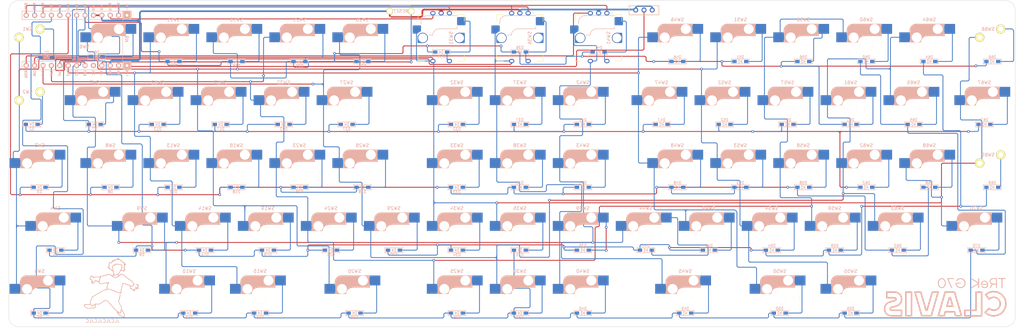
<source format=kicad_pcb>
(kicad_pcb (version 20221018) (generator pcbnew)
  (layers (0 "F.Cu" signal) (31 "B.Cu" signal) (34 "B.Paste" user) (35 "F.Paste" user) (36 "B.SilkS" user "B.Silkscreen") (37 "F.SilkS" user "F.Silkscreen") (38 "B.Mask" user) (39 "F.Mask" user) (44 "Edge.Cuts" user))
  (net 0 "")
  (net 1 "Row0")
  (net 2 "Net-(D1-Pad2)")
  (net 3 "Row1")
  (net 4 "Net-(D2-Pad2)")
  (net 5 "Row2")
  (net 6 "Net-(D3-Pad2)")
  (net 7 "Row3")
  (net 8 "Net-(D4-Pad2)")
  (net 9 "Row4")
  (net 10 "Net-(D5-Pad2)")
  (net 11 "Net-(D6-Pad2)")
  (net 12 "Net-(D7-Pad2)")
  (net 13 "Net-(D8-Pad2)")
  (net 14 "Net-(D9-Pad2)")
  (net 15 "Net-(D10-Pad2)")
  (net 16 "Net-(D11-Pad2)")
  (net 17 "Net-(D12-Pad2)")
  (net 18 "Net-(D13-Pad2)")
  (net 19 "Net-(D14-Pad2)")
  (net 20 "Net-(D15-Pad2)")
  (net 21 "Net-(D16-Pad2)")
  (net 22 "Net-(D17-Pad2)")
  (net 23 "Net-(D18-Pad2)")
  (net 24 "Net-(D19-Pad2)")
  (net 25 "Net-(D20-Pad2)")
  (net 26 "Net-(D21-Pad2)")
  (net 27 "Net-(D22-Pad2)")
  (net 28 "Net-(D23-Pad2)")
  (net 29 "Net-(D24-Pad2)")
  (net 30 "Net-(D25-Pad2)")
  (net 31 "Net-(D26-Pad2)")
  (net 32 "Net-(D27-Pad2)")
  (net 33 "Net-(D28-Pad2)")
  (net 34 "Net-(D29-Pad2)")
  (net 35 "Net-(D30-Pad2)")
  (net 36 "Net-(D31-Pad2)")
  (net 37 "Net-(D32-Pad2)")
  (net 38 "Net-(D33-Pad2)")
  (net 39 "Net-(D34-Pad2)")
  (net 40 "Net-(D35-Pad2)")
  (net 41 "Net-(D36-Pad1)")
  (net 42 "Net-(D37-Pad1)")
  (net 43 "Net-(D38-Pad1)")
  (net 44 "Net-(D39-Pad1)")
  (net 45 "Net-(D40-Pad1)")
  (net 46 "Net-(D41-Pad1)")
  (net 47 "Net-(D42-Pad1)")
  (net 48 "Net-(D43-Pad1)")
  (net 49 "Net-(D44-Pad1)")
  (net 50 "Net-(D45-Pad1)")
  (net 51 "Net-(D46-Pad1)")
  (net 52 "Net-(D47-Pad1)")
  (net 53 "Net-(D48-Pad1)")
  (net 54 "Net-(D49-Pad1)")
  (net 55 "Net-(D50-Pad1)")
  (net 56 "Net-(D51-Pad1)")
  (net 57 "Net-(D52-Pad1)")
  (net 58 "Net-(D53-Pad1)")
  (net 59 "Net-(D54-Pad1)")
  (net 60 "Net-(D55-Pad1)")
  (net 61 "Net-(D56-Pad1)")
  (net 62 "Net-(D57-Pad1)")
  (net 63 "Net-(D58-Pad1)")
  (net 64 "Net-(D59-Pad1)")
  (net 65 "Net-(D60-Pad1)")
  (net 66 "Net-(D61-Pad1)")
  (net 67 "Net-(D62-Pad1)")
  (net 68 "Net-(D63-Pad1)")
  (net 69 "Net-(D64-Pad1)")
  (net 70 "Net-(D65-Pad1)")
  (net 71 "Net-(D66-Pad1)")
  (net 72 "Net-(D67-Pad1)")
  (net 73 "Net-(D68-Pad1)")
  (net 74 "Net-(D69-Pad1)")
  (net 75 "Net-(D70-Pad1)")
  (net 76 "GND")
  (net 77 "Bat+")
  (net 78 "Col0")
  (net 79 "Col1")
  (net 80 "Col2")
  (net 81 "Col3")
  (net 82 "Col4")
  (net 83 "Col5")
  (net 84 "Col6")
  (net 85 "RE01b")
  (net 86 "RE01a")
  (net 87 "RE02b")
  (net 88 "RE02a")
  (net 89 "RE03b")
  (net 90 "RE03a")
  (net 91 "Reset")
  (net 92 "VCC")
  (footprint "kbd_SW:CherryMX_Hotswap_1u" (layer "F.Cu") (at 50.0063 69.0562)
    (fp_text reference "SW8")
    (fp_text value "SW_PUSH" hide)
  )
  (footprint "kbd_SW:CherryMX_Hotswap_1u" (layer "F.Cu") (at 69.0563 30.9562)
    (fp_text reference "SW11")
    (fp_text value "SW_PUSH" hide)
  )
  (footprint "kbd_SW:CherryMX_Hotswap_1.25u" (layer "F.Cu") (at 28.575 69.0562)
    (fp_text reference "SW3")
    (fp_text value "SW_PUSH" hide)
  )
  (footprint "kbd_SW:CherryMX_Solder_1u_MillMax" (layer "F.Cu") (at 26.1938 50.0062)
    (fp_text reference "SW2")
    (fp_text value "SW_PUSH" hide)
  )
  (footprint "kbd_SW:CherryMX_Hotswap_1.75u" (layer "F.Cu") (at 33.3375 88.1062)
    (fp_text reference "SW4")
    (fp_text value "SW_PUSH" hide)
  )
  (footprint "kbd_SW:CherryMX_Hotswap_1u" (layer "F.Cu") (at 73.8188 107.1562)
    (fp_text reference "SW10")
    (fp_text value "SW_PUSH" hide)
  )
  (footprint "kbd_SW:CherryMX_Hotswap_1u" (layer "F.Cu") (at 59.5313 88.1062)
    (fp_text reference "SW9")
    (fp_text value "SW_PUSH" hide)
  )
  (footprint "kbd_SW:CherryMX_Hotswap_1u" (layer "F.Cu") (at 64.2938 50.0062)
    (fp_text reference "SW12")
    (fp_text value "SW_PUSH" hide)
  )
  (footprint "kbd_SW:CherryMX_Hotswap_1u" (layer "F.Cu") (at 88.1063 30.9562)
    (fp_text reference "SW16")
    (fp_text value "SW_PUSH" hide)
  )
  (footprint "kbd_SW:CherryMX_Hotswap_1u" (layer "F.Cu") (at 69.0563 69.0562)
    (fp_text reference "SW13")
    (fp_text value "SW_PUSH" hide)
  )
  (footprint "kbd_SW:CherryMX_Hotswap_1u" (layer "F.Cu") (at 78.5813 88.1062)
    (fp_text reference "SW14")
    (fp_text value "SW_PUSH" hide)
  )
  (footprint "kbd_SW:CherryMX_Hotswap_1u" (layer "F.Cu") (at 83.3438 50.0062)
    (fp_text reference "SW17")
    (fp_text value "SW_PUSH" hide)
  )
  (footprint "kbd_SW:CherryMX_Hotswap_1u" (layer "F.Cu") (at 97.6313 88.1062)
    (fp_text reference "SW19")
    (fp_text value "SW_PUSH" hide)
  )
  (footprint "kbd_SW:CherryMX_Hotswap_1u" (layer "F.Cu") (at 107.1563 30.9562)
    (fp_text reference "SW21")
    (fp_text value "SW_PUSH" hide)
  )
  (footprint "kbd_SW:CherryMX_Hotswap_1u" (layer "F.Cu") (at 88.1063 69.0562)
    (fp_text reference "SW18")
    (fp_text value "SW_PUSH" hide)
  )
  (footprint "kbd_SW:CherryMX_Hotswap_1u" (layer "F.Cu") (at 102.3938 50.0062)
    (fp_text reference "SW22")
    (fp_text value "SW_PUSH" hide)
  )
  (footprint "kbd_SW:CherryMX_Hotswap_1u" (layer "F.Cu") (at 126.2063 30.9562)
    (fp_text reference "SW26")
    (fp_text value "SW_PUSH" hide)
  )
  (footprint "kbd_SW:CherryMX_Hotswap_1u" (layer "F.Cu") (at 154.7813 88.1062)
    (fp_text reference "SW34")
    (fp_text value "SW_PUSH" hide)
  )
  (footprint "kbd_SW:CherryMX_Hotswap_1u" (layer "F.Cu") (at 107.1563 69.0562)
    (fp_text reference "SW23")
    (fp_text value "SW_PUSH" hide)
  )
  (footprint "kbd_SW:CherryMX_Hotswap_1u" (layer "F.Cu") (at 121.4438 50.0062)
    (fp_text reference "SW27")
    (fp_text value "SW_PUSH" hide)
  )
  (footprint "kbd_SW:CherryMX_Hotswap_1u" (layer "F.Cu") (at 135.7313 88.1062)
    (fp_text reference "SW29")
    (fp_text value "SW_PUSH" hide)
  )
  (footprint "kbd_SW:CherryMX_Hotswap_1u" (layer "F.Cu") (at 154.7813 50.0062)
    (fp_text reference "SW32")
    (fp_text value "SW_PUSH" hide)
  )
  (footprint "kbd_SW:CherryMX_Hotswap_1u" (layer "F.Cu") (at 154.7813 69.0562)
    (fp_text reference "SW33")
    (fp_text value "SW_PUSH" hide)
  )
  (footprint "kbd_SW:CherryMX_Hotswap_1u" (layer "F.Cu") (at 116.6813 88.1062)
    (fp_text reference "SW24")
    (fp_text value "SW_PUSH" hide)
  )
  (footprint "kbd_SW:CherryMX_Hotswap_1u" (layer "F.Cu") (at 126.2063 69.0562)
    (fp_text reference "SW28")
    (fp_text value "SW_PUSH" hide)
  )
  (footprint "kbd_SW:CherryMX_Hotswap_1u" (layer "F.Cu") (at 192.8813 69.0562)
    (fp_text reference "SW43")
    (fp_text value "SW_PUSH" hide)
  )
  (footprint "kbd_SW:CherryMX_Hotswap_1u" (layer "F.Cu") (at 173.8313 88.1062)
    (fp_text reference "SW35")
    (fp_text value "SW_PUSH" hide)
  )
  (footprint "kbd_SW:CherryMX_Hotswap_1u" (layer "F.Cu") (at 240.5063 30.9562)
    (fp_text reference "SW51")
    (fp_text value "SW_PUSH" hide)
  )
  (footprint "kbd_SW:CherryMX_Hotswap_1u" (layer "F.Cu") (at 259.5563 69.0562)
    (fp_text reference "SW58")
    (fp_text value "SW_PUSH" hide)
  )
  (footprint "kbd_SW:CherryMX_Hotswap_1u" (layer "F.Cu") (at 173.8313 69.0562)
    (fp_text reference "SW38")
    (fp_text value "SW_PUSH" hide)
  )
  (footprint "kbd_SW:CherryMX_Hotswap_1u" (layer "F.Cu") (at 278.6063 30.9562)
    (fp_text reference "SW60")
    (fp_text value "SW_PUSH" hide)
  )
  (footprint "kbd_SW:CherryMX_Hotswap_1u" (layer "F.Cu") (at 192.8813 88.1062)
    (fp_text reference "SW39")
    (fp_text value "SW_PUSH" hide)
  )
  (footprint "kbd_SW:CherryMX_Hotswap_1u" (layer "F.Cu") (at 173.8313 50.0062)
    (fp_text reference "SW37")
    (fp_text value "SW_PUSH" hide)
  )
  (footprint "kbd_SW:CherryMX_Hotswap_1u" (layer "F.Cu") (at 269.0813 88.1062)
    (fp_text reference "SW59")
    (fp_text value "SW_PUSH" hide)
  )
  (footprint "kbd_SW:CherryMX_Hotswap_1u" (layer "F.Cu") (at 192.8813 50.0062)
    (fp_text reference "SW42")
    (fp_text value "SW_PUSH" hide)
  )
  (footprint "kbd_SW:CherryMX_Hotswap_1.5u" (layer "F.Cu") (at 311.9438 88.1062)
    (fp_text reference "SW70")
    (fp_text value "SW_PUSH" hide)
  )
  (footprint "kbd_SW:CherryMX_Hotswap_1u" (layer "F.Cu") (at 273.8438 50.0062)
    (fp_text reference "SW61")
    (fp_text value "SW_PUSH" hide)
  )
  (footprint "kbd_SW:CherryMX_Hotswap_1u" (layer "F.Cu") (at 297.6563 30.9562)
    (fp_text reference "SW64")
    (fp_text value "SW_PUSH" hide)
  )
  (footprint "kbd_SW:CherryMX_Hotswap_1u" (layer "F.Cu") (at 278.6063 69.0562)
    (fp_text reference "SW62")
    (fp_text value "SW_PUSH" hide)
  )
  (footprint "kbd_SW:CherryMX_Hotswap_1u" (layer "F.Cu") (at 288.1313 88.1062)
    (fp_text reference "SW63")
    (fp_text value "SW_PUSH" hide)
  )
  (footprint "kbd_SW:CherryMX_Solder_1u_MillMax" (layer "F.Cu") (at 316.7063 69.0562)
    (fp_text reference "SW69")
    (fp_text value "SW_PUSH" hide)
  )
  (footprint "kbd_SW:CherryMX_Hotswap_1.25u" (layer "F.Cu") (at 297.6563 69.0562)
    (fp_text reference "SW68")
    (fp_text value "SW_PUSH" hide)
  )
  (footprint "kbd_SW:CherryMX_Hotswap_1u" (layer "F.Cu") (at 292.8938 50.0062)
    (fp_text reference "SW65")
    (fp_text value "SW_PUSH" hide)
  )
  (footprint "kbd_SW:CherryMX_Hotswap_1u" (layer "F.Cu") (at 254.7938 50.0062)
    (fp_text reference "SW57")
    (fp_text value "SW_PUSH" hide)
  )
  (footprint "kbd_SW:CherryMX_Hotswap_1u" (layer "F.Cu") (at 211.9313 88.1062)
    (fp_text reference "SW44")
    (fp_text value "SW_PUSH" hide)
  )
  (footprint "kbd_SW:CherryMX_Hotswap_1.25u" (layer "F.Cu") (at 314.325 50.00625)
    (fp_text reference "SW67")
    (fp_text value "SW_PUSH" hide)
  )
  (footprint "kbd_SW:CherryMX_Hotswap_1u" (layer "F.Cu") (at 154.7813 107.1562)
    (fp_text reference "SW25")
    (fp_text value "SW_PUSH" hide)
  )
  (footprint "kbd_SW:CherryMX_Hotswap_1u" (layer "F.Cu") (at 173.8313 107.1562)
    (fp_text reference "SW30")
    (fp_text value "SW_PUSH" hide)
  )
  (footprint "kbd_SW:CherryMX_Hotswap_1u" (layer "F.Cu") (at 192.8813 107.1562)
    (fp_text reference "SW40")
    (fp_text value "SW_PUSH" hide)
  )
  (footprint "kbd_Parts:Diode_SMD" (layer "F.Cu") (at 83.3438 54.7687)
    (fp_text reference "D17")
    (fp_text value "D" hide)
  )
  (footprint "kbd_Parts:Diode_SMD" (layer "F.Cu") (at 107.1563 35.7187)
    (fp_text reference "D21")
    (fp_text value "D" hide)
  )
  (footprint "kbd_Parts:Diode_SMD" (layer "F.Cu") (at 116.6813 92.8687)
    (fp_text reference "D24")
    (fp_text value "D" hide)
  )
  (footprint "kbd_Parts:Diode_SMD" (layer "F.Cu") (at 121.4438 54.7687)
    (fp_text reference "D27")
    (fp_text value "D" hide)
  )
  (footprint "kbd_Parts:Diode_SMD" (layer "F.Cu") (at 278.6063 73.8187 180)
    (fp_text reference "D62")
    (fp_text value "D" hide)
  )
  (footprint "kbd_Parts:Diode_SMD" (layer "F.Cu") (at 311.9438 92.8687 180)
    (fp_text reference "D70")
    (fp_text value "D" hide)
  )
  (footprint "kbd_Parts:Diode_SMD" (layer "F.Cu") (at 97.6313 92.8687)
    (fp_text reference "D19")
    (fp_text value "D" hide)
  )
  (footprint "kbd_Parts:Diode_SMD" (layer "F.Cu") (at 173.8313 92.8687)
    (fp_text reference "D35")
    (fp_text value "D" hide)
  )
  (footprint "kbd_Parts:Diode_SMD" (layer "F.Cu") (at 126.2063 35.7187)
    (fp_text reference "D26")
    (fp_text value "D" hide)
  )
  (footprint "kbd_SW:CherryMX_Solder_1u_MillMax" (layer "F.Cu") (at 26.1938 30.9562)
    (fp_text reference "SW1")
    (fp_text value "SW_PUSH" hide)
  )
  (footprint "kbd_Parts:Diode_SMD" (layer "F.Cu") (at 150.0188 32.858)
    (fp_text reference "D31")
    (fp_text value "D" hide)
  )
  (footprint "kbd_SW:CherryMX_Hotswap_1u" (layer "F.Cu") (at 259.5563 30.9562)
    (fp_text reference "SW56")
    (fp_text value "SW_PUSH" hide)
  )
  (footprint "kbd_Parts:Battery_XH2.5_GL_PCB" (layer "F.Cu") (at 211.364 20.0902)
    (fp_text reference "J1")
    (fp_text value "Conn_01x02" hide)
  )
  (footprint "kbd_Parts:Diode_SMD" (layer "F.Cu") (at 88.1063 73.8187)
    (fp_text reference "D18")
    (fp_text value "D" hide)
  )
  (footprint "kbd_Parts:Diode_SMD" (layer "F.Cu") (at 28.575 73.8187)
    (fp_text reference "D3")
    (fp_text value "D" hide)
  )
  (footprint "kbd_Parts:Diode_SMD" (layer "F.Cu") (at 33.3375 92.8687)
    (fp_text reference "D4")
    (fp_text value "D" hide)
  )
  (footprint "kbd_Parts:Diode_SMD" (layer "F.Cu") (at 269.0813 92.8687 180)
    (fp_text reference "D59")
    (fp_text value "D" hide)
  )
  (footprint "kbd_Parts:Diode_SMD" (layer "F.Cu") (at 192.8813 92.8687 180)
    (fp_text reference "D39")
    (fp_text value "D" hide)
  )
  (footprint "kbd_Parts:Diode_SMD" (layer "F.Cu") (at 102.3938 54.7687)
    (fp_text reference "D22")
    (fp_text value "D" hide)
  )
  (footprint "kbd_Parts:Diode_SMD" (layer "F.Cu") (at 173.8313 111.9187)
    (fp_text reference "D30")
    (fp_text value "D" hide)
  )
  (footprint "kbd_SW:CherryMX_Hotswap_1u" (layer "F.Cu") (at 250.0313 88.1062)
    (fp_text reference "SW54")
    (fp_text value "SW_PUSH" hide)
  )
  (footprint "kbd_Parts:Diode_SMD" (layer "F.Cu") (at 240.5063 73.8187 180)
    (fp_text reference "D53")
    (fp_text value "D" hide)
  )
  (footprint "kbd_SW:CherryMX_Hotswap_1u" (layer "F.Cu") (at 230.9813 88.1062)
    (fp_text reference "SW49")
    (fp_text value "SW_PUSH" hide)
  )
  (footprint "kbd_Parts:Diode_SMD" (layer "F.Cu") (at 123.825 111.9187)
    (fp_text reference "D20")
    (fp_text value "D" hide)
  )
  (footprint "kbd_Parts:Diode_SMD" (layer "F.Cu") (at 235.7438 54.7687 180)
    (fp_text reference "D52")
    (fp_text value "D" hide)
  )
  (footprint "kbd_Parts:Diode_SMD" (layer "F.Cu") (at 216.6938 54.7687 180)
    (fp_text reference "D47")
    (fp_text value "D" hide)
  )
  (footprint "Switch_CherryMX_Kailh_Socket:SW_Cherry_MX_1.00u_Kailh_EC12" (layer "F.Cu") (at 197.6438 28.575)
    (fp_text reference "SW41")
    (fp_text value "RotaryEncoder_Switch")
  )
  (footprint "kbd_Parts:Diode_SMD" (layer "F.Cu") (at 69.0563 35.7187)
    (fp_text reference "D11")
    (fp_text value "D" hide)
  )
  (footprint "kbd_Parts:Diode_SMD" (layer "F.Cu") (at 278.6063 35.7187 180)
    (fp_text reference "D60")
    (fp_text value "D" hide)
  )
  (footprint "kbd_SW:CherryMX_Hotswap_1u" (layer "F.Cu") (at 50.0063 30.9562)
    (fp_text reference "SW6")
    (fp_text value "SW_PUSH" hide)
  )
  (footprint "kbd_Parts:Diode_SMD" (layer "F.Cu") (at 297.6563 35.7187 180)
    (fp_text reference "D64")
    (fp_text value "D" hide)
  )
  (footprint "Switch_CherryMX_Kailh_Socket:SW_Cherry_MX_1.00u_Kailh_EC12" (layer "F.Cu") (at 150.0188 28.575)
    (fp_text reference "SW31")
    (fp_text value "RotaryEncoder_Switch")
  )
  (footprint "kbd_Parts:Diode_SMD" (layer "F.Cu") (at 173.8313 32.8467 180)
    (fp_text reference "D36")
    (fp_text value "D" hide)
  )
  (footprint "kbd_SW:CherryMX_Hotswap_1u" (layer "F.Cu") (at 273.8438 107.1562)
    (fp_text reference "SW55")
    (fp_text value "SW_PUSH" hide)
  )
  (footprint "kbd_Parts:Diode_SMD" (layer "F.Cu") (at 273.8438 111.9187 180)
    (fp_text reference "D55")
    (fp_text value "D" hide)
  )
  (footprint "kbd_Parts:Diode_SMD" (layer "F.Cu") (at 173.8313 73.8187 180)
    (fp_text reference "D38")
    (fp_text value "D" hide)
  )
  (footprint "kbd_Parts:Diode_SMD" (layer "F.Cu") (at 107.1563 73.8187)
    (fp_text reference "D23")
    (fp_text value "D" hide)
  )
  (footprint "kbd_SW:CherryMX_Hotswap_1u" (layer "F.Cu") (at 221.4563 30.9562)
    (fp_text reference "SW46")
    (fp_text value "SW_PUSH" hide)
  )
  (footprint "kbd_Parts:Diode_SMD" (layer "F.Cu") (at 259.5563 73.8187 180)
    (fp_text reference "D58")
    (fp_text value "D" hide)
  )
  (footprint "kbd_Parts:Diode_SMD" (layer "F.Cu") (at 154.7813 111.9187)
    (fp_text reference "D25")
    (fp_text value "D" hide)
  )
  (footprint "kbd_Parts:Diode_SMD" (layer "F.Cu") (at 64.2938 54.7687)
    (fp_text reference "D12")
    (fp_text value "D" hide)
  )
  (footprint "kbd_SW:CherryMX_Solder_1u_MillMax" (layer "F.Cu") (at 316.7063 30.9562)
    (fp_text reference "SW66")
    (fp_text value "SW_PUSH" hide)
  )
  (footprint "kbd_Parts:Diode_SMD" (layer "F.Cu") (at 259.5563 35.7187 180)
    (fp_text reference "D56")
    (fp_text value "D" hide)
  )
  (footprint "kbd_Parts:Diode_SMD" (layer "F.Cu") (at 28.575 111.9187)
    (fp_text reference "D5")
    (fp_text value "D" hide)
  )
  (footprint "kbd_Parts:Diode_SMD" (layer "F.Cu") (at 126.2063 73.8187)
    (fp_text reference "D28")
    (fp_text value "D" hide)
  )
  (footprint "kbd_Parts:Diode_SMD" (layer "F.Cu") (at 254.7938 54.7687 180)
    (fp_text reference "D57")
    (fp_text value "D" hide)
  )
  (footprint "kbd_Parts:Diode_SMD" (layer "F.Cu") (at 135.7313 92.8687)
    (fp_text reference "D29")
    (fp_text value "D" hide)
  )
  (footprint "kbd_Parts:Diode_SMD" (layer "F.Cu") (at 316.7063 73.8187 180)
    (fp_text reference "D69")
    (fp_text value "D" hide)
  )
  (footprint "kbd_SW:CherryMX_Hotswap_1.75u" (layer "F.Cu") (at 223.8375 107.1562)
    (fp_text reference "SW45")
    (fp_text value "SW_PUSH" hide)
  )
  (footprint "kbd_Parts:Diode_SMD" (layer "F.Cu") (at 250.0313 92.8687 180)
    (fp_text reference "D54")
    (fp_text value "D" hide)
  )
  (footprint "kbd_Parts:Diode_SMD" (layer "F.Cu") (at 59.5313 92.8687)
    (fp_text reference "D9")
    (fp_text value "D" hide)
  )
  (footprint "kbd_Parts:Diode_SMD" (layer "F.Cu") (at 292.8938 54.7687 180)
    (fp_text reference "D65")
    (fp_text value "D" hide)
  )
  (footprint "kbd_Parts:Diode_SMD" (layer "F.Cu") (at 45.2438 54.7687)
    (fp_text reference "D7")
    (fp_text value "D" hide)
  )
  (footprint "kbd_SW:CherryMX_Hotswap_1u" (layer "F.Cu") (at 240.5063 69.0562)
    (fp_text reference "SW53")
    (fp_text value "SW_PUSH" hide)
  )
  (footprint "kbd_Parts:Diode_SMD" (layer "F.Cu") (at 288.1313 92.8687 180)
    (fp_text reference "D63")
    (fp_text value "D" hide)
  )
  (footprint "kbd_Parts:ResetSW" (layer "F.Cu") (at 137.7081 20.4887)
    (fp_text reference "SW81" hide)
    (fp_text value "SW_PUSH")
  )
  (footprint "kbd_SW:CherryMX_Hotswap_1u" (layer "F.Cu") (at 216.6938 50.0062)
    (fp_text reference "SW47")
    (fp_text value "SW_PUSH" hide)
  )
  (footprint "kbd_Parts:Diode_SMD" (layer "F.Cu") (at 192.8813 73.8187 180)
    (fp_text reference "D43")
    (fp_text value "D" hide)
  )
  (footprint "kbd_Parts:Diode_SMD" (layer "F.Cu") (at 297.6563 73.8187 180)
    (fp_text reference "D68")
    (fp_text value "D" hide)
  )
  (footprint "kbd_Parts:Diode_SMD" (layer "F.Cu") (at 197.6438 32.86 180)
    (fp_text reference "D41")
    (fp_text value "D" hide)
  )
  (footprint "kbd_Parts:Diode_SMD" (layer "F.Cu") (at 221.4563 73.8187 180)
    (fp_text reference "D48")
    (fp_text value "D" hide)
  )
  (footprint "kbd_Parts:Diode_SMD" (layer "F.Cu") (at 192.8813 54.7687 180)
    (fp_text reference "D42")
    (fp_text value "D" hide)
  )
  (footprint "kbd_Parts:Diode_SMD" (layer "F.Cu") (at 154.7813 73.8187)
    (fp_text reference "D33")
    (fp_text value "D" hide)
  )
  (footprint "kbd_SW:CherryMX_Hotswap_1.25u" (layer "F.Cu") (at 252.4125 107.1562)
    (fp_text reference "SW50")
    (fp_text value "SW_PUSH" hide)
  )
  (footprint "kbd_Parts:Diode_SMD" (layer "F.Cu") (at 50.0063 73.8187)
    (fp_text reference "D8")
    (fp_text value "D" hide)
  )
  (footprint "kbd_Parts:Diode_SMD" (layer "F.Cu") (at 26.1938 54.7687)
    (fp_text reference "D2")
    (fp_text value "D" hide)
  )
  (footprint "kbd_Parts:Diode_SMD" (layer "F.Cu") (at 223.8375 111.9187 180)
    (fp_text reference "D45")
    (fp_text value "D" hide)
  )
  (footprint "kbd_Parts:Diode_SMD" (layer "F.Cu") (at 73.8188 111.9187)
    (fp_text reference "D10")
    (fp_text value "D" hide)
  )
  (footprint "kbd_Parts:Diode_SMD" (layer "F.Cu") (at 221.4563 35.7187 180)
    (fp_text reference "D46")
    (fp_text value "D" hide)
  )
  (footprint "kbd_Parts:Diode_SMD" (layer "F.Cu") (at 316.7063 35.7187 180)
    (fp_text reference "D66")
    (fp_text value "D" hide)
  )
  (footprint "kbd_Parts:Diode_SMD" (layer "F.Cu") (at 95.25 111.9187)
    (fp_text reference "D15")
    (fp_text value "D" hide)
  )
  (footprint "kbd_Parts:Diode_SMD" (layer "F.Cu") (at 69.0563 73.8187)
    (fp_text reference "D13")
    (fp_text value "D" hide)
  )
  (footprint "kbd_Parts:Diode_SMD" (layer "F.Cu") (at 88.1063 35.7187)
    (fp_text reference "D16")
    (fp_text value "D" hide)
  )
  (footprint "kbd_SW:CherryMX_Hotswap_1u" (layer "F.Cu") (at 45.2438 50.0062)
    (fp_text reference "SW7")
    (fp_text value "SW_PUSH" hide)
  )
  (footprint "kbd_Parts:Diode_SMD" (layer "F.Cu") (at 314.325 54.7687 180)
    (fp_text reference "D67")
    (fp_text value "D" hide)
  )
  (footprint "kbd_Parts:Diode_SMD" (layer "F.Cu") (at 173.8313 54.7687 180)
    (fp_text reference "D37")
    (fp_text value "D" hide)
  )
  (footprint "kbd_SW:CherryMX_Hotswap_1u" (layer "F.Cu") (at 221.4563 69.0562)
    (fp_text reference "SW48")
    (fp_text value "SW_PUSH" hide)
  )
  (footprint "kbd_Parts:Diode_SMD" (layer "F.Cu") (at 192.8813 111.9187 180)
    (fp_text reference "D40")
    (fp_text value "D" hide)
  )
  (footprint "kbd_Parts:Diode_SMD" (layer "F.Cu") (at 211.9313 92.8687 180)
    (fp_text reference "D44")
    (fp_text value "D" hide)
  )
  (footprint "kbd_SW:CherryMX_Hotswap_1u" (layer "F.Cu") (at 235.7438 50.0062)
    (fp_text reference "SW52")
    (fp_text value "SW_PUSH" hide)
  )
  (footprint "kbd_Parts:Diode_SMD" (layer "F.Cu") (at 252.4125 111.9187 180)
    (fp_text reference "D50")
    (fp_text value "D" hide)
  )
  (footprint "kbd_SW:CherryMX_Hotswap_1.75u" (layer "F.Cu") (at 123.825 107.1562)
    (fp_text reference "SW20")
    (fp_text value "SW_PUSH" hide)
  )
  (footprint "kbd_Parts:Diode_SMD" (layer "F.Cu") (at 78.5813 92.8687)
    (fp_text reference "D14")
    (fp_text value "D" hide)
  )
  (footprint "kbd_Parts:Diode_SMD" (layer "F.Cu") (at 230.9813 92.8687 180)
    (fp_text reference "D49")
    (fp_text value "D" hide)
  )
  (footprint "kbd_Parts:Micon_BMP_GL" (layer "F.Cu") (at 37.986 29.3779 -90)
    (fp_text reference "U1" hide)
    (fp_text value "BLEMicroPro" hide)
  )
  (footprint "kbd_Parts:Diode_SMD" (layer "F.Cu") (at 240.5063 35.7187 180)
    (fp_text reference "D51")
    (fp_text value "D" hide)
  )
  (footprint "kbd_Parts:Diode_SMD" (layer "F.Cu") (at 154.7813 92.8687)
    (fp_text reference "D34")
    (fp_text value "D" hide)
  )
  (footprint "kbd_Parts:Diode_SMD" (layer "F.Cu") (at 273.8438 54.7687 180)
    (fp_text reference "D61")
    (fp_text value "D" hide)
  )
  (footprint "kbd_Parts:Diode_SMD" (layer "F.Cu") (at 154.7813 54.7687)
    (fp_text reference "D32")
    (fp_text value "D" hide)
  )
  (footprint "kbd_SW:CherryMX_Hotswap_1.25u" (layer "F.Cu") (at 95.25 107.1562)
    (fp_text reference "SW15")
    (fp_text value "SW_PUSH" hide)
  )
  (footprint "kbd_SW:CherryMX_Hotswap_1u" (layer "F.Cu") (at 28.575 107.1562)
    (fp_text reference "SW5")
    (fp_text value "SW_PUSH" hide)
  )
  (footprint "Switch_CherryMX_Kailh_Socket:SW_Cherry_MX_1.00u_Kailh_EC12" (layer "F.Cu") (at 173.8313 28.575)
    (fp_text reference "SW36")
    (fp_text value "RotaryEncoder_Switch")
  )
  (footprint "kbd_Parts:Diode_SMD" (layer "F.Cu") (at 30.6058 34.3473)
    (fp_text reference "D1")
    (fp_text value "D" hide)
  )
  (footprint "kbd_Parts:Diode_SMD" (layer "F.Cu") (at 45.8524 34.2187)
    (fp_text reference "D6")
    (fp_text value "D" hide)
  )
  (footprint "LOGO" (layer "B.Cu") (at 50.333816 104.176874 180)
    (fp_text reference "G001" hide)
    (fp_text value "LOGO" hide)
  )
  (footprint "LOGO" (layer "B.Cu") (at 302.41875 107.108366 180)
    (fp_text reference "G000" hide)
    (fp_text value "LOGO" hide)
  )
  (gr_line (start 323.6375 20.25) (end 323.6375 113.05) (stroke (width 0.1)) (layer "Edge.Cuts"))
  (gr_line (start 22.2875 116.05) (end 320.6375 116.05) (stroke (width 0.1)) (layer "Edge.Cuts"))
  (gr_arc (start 320.6375 17.25) (mid 322.75882 18.12868) (end 323.6375 20.25) (stroke (width 0.1)) (layer "Edge.Cuts"))
  (gr_arc (start 19.2875 20.25) (mid 20.16618 18.12868) (end 22.2875 17.25) (stroke (width 0.1)) (layer "Edge.Cuts"))
  (gr_arc (start 22.2875 116.05) (mid 20.16618 115.17132) (end 19.2875 113.05) (stroke (width 0.1)) (layer "Edge.Cuts"))
  (gr_line (start 320.6375 17.25) (end 22.2875 17.25) (stroke (width 0.1)) (layer "Edge.Cuts"))
  (gr_line (start 19.2875 20.25) (end 19.2875 113.05) (stroke (width 0.1)) (layer "Edge.Cuts"))
  (gr_arc (start 323.6375 113.05) (mid 322.75882 115.17132) (end 320.6375 116.05) (stroke (width 0.1)) (layer "Edge.Cuts"))
  (gr_text "JLCJLCJLCJLC" (at 47.625 114.3) (layer "B.SilkS") (effects (font (size 1 1)) (justify mirror)))
  (segment (start 252.873429 37.149392) (end 252.891671 37.13115) (width 0.25) (layer "F.Cu") (net 1))
  (segment (start 252.891671 37.13115) (end 311.626875 37.13115) (width 0.25) (layer "F.Cu") (net 1))
  (segment (start 214.3125 35.71875) (end 234.919882 35.71875) (width 0.25) (layer "F.Cu") (net 1))
  (segment (start 138.02599 33.331201) (end 117.818555 33.331201) (width 0.25) (layer "F.Cu") (net 1))
  (segment (start 192.726714 34.13) (end 211.536948 34.13) (width 0.25) (layer "F.Cu") (net 1))
  (segment (start 168.135969 30.992373) (end 145.844448 30.992373) (width 0.25) (layer "F.Cu") (net 1))
  (segment (start 234.924814 35.713818) (end 234.924814 36.69003) (width 0.25) (layer "F.Cu") (net 1))
  (segment (start 138.485414 31.451733) (end 138.485409 32.871783) (width 0.25) (layer "F.Cu") (net 1))
  (segment (start 42.304 23.40384) (end 42.304 21.7215) (width 0.25) (layer "F.Cu") (net 1))
  (segment (start 59.3361 32.271939) (end 59.3361 24.322721) (width 0.25) (layer "F.Cu") (net 1))
  (segment (start 235.384176 37.149392) (end 252.873429 37.149392) (width 0.25) (layer "F.Cu") (net 1))
  (segment (start 212.456095 35.71875) (end 214.3125 35.71875) (width 0.25) (layer "F.Cu") (net 1))
  (segment (start 64.69911 32.730774) (end 59.794935 32.730774) (width 0.25) (layer "F.Cu") (net 1))
  (segment (start 211.996613 34.589647) (end 211.996638 35.25931) (width 0.25) (layer "F.Cu") (net 1))
  (segment (start 58.876779 23.8634) (end 42.76356 23.8634) (width 0.25) (layer "F.Cu") (net 1))
  (segment (start 145.844448 30.992373) (end 138.944774 30.992373) (width 0.25) (layer "F.Cu") (net 1))
  (via (at 117.770968 33.283614) (size 0.8) (drill 0.4) (layers "F.Cu" "B.Cu") (net 1))
  (via (at 214.3125 35.71875) (size 0.8) (drill 0.4) (layers "F.Cu" "B.Cu") (net 1))
  (via (at 192.726714 34.13) (size 0.8) (drill 0.4) (layers "F.Cu" "B.Cu") (net 1))
  (via (at 311.740041 37.017984) (size 0.8) (drill 0.4) (layers "F.Cu" "B.Cu") (net 1))
  (via (at 64.69911 32.730774) (size 0.8) (drill 0.4) (layers "F.Cu" "B.Cu") (net 1))
  (via (at 252.873429 37.149392) (size 0.8) (drill 0.4) (layers "F.Cu" "B.Cu") (net 1))
  (via (at 234.924814 35.713818) (size 0.8) (drill 0.4) (layers "F.Cu" "B.Cu") (net 1))
  (via (at 145.844448 30.992373) (size 0.8) (drill 0.4) (layers "F.Cu" "B.Cu") (net 1))
  (via (at 168.135969 30.992373) (size 0.8) (drill 0.4) (layers "F.Cu" "B.Cu") (net 1))
  (arc (start 59.794935 32.730774) (mid 59.47049 32.596384) (end 59.3361 32.271939) (width 0.25) (layer "F.Cu") (net 1))
  (arc (start 42.76356 23.8634) (mid 42.438602 23.728798) (end 42.304 23.40384) (width 0.25) (layer "F.Cu") (net 1))
  (arc (start 138.485409 32.871783) (mid 138.350848 33.196641) (end 138.02599 33.331201) (width 0.25) (layer "F.Cu") (net 1))
  (arc (start 234.919882 35.71875) (mid 234.923369 35.717305) (end 234.924814 35.713818) (width 0.25) (layer "F.Cu") (net 1))
  (arc (start 234.924814 36.69003) (mid 235.059358 37.014848) (end 235.384176 37.149392) (width 0.25) (layer "F.Cu") (net 1))
  (arc (start 59.3361 24.322721) (mid 59.201568 23.997932) (end 58.876779 23.8634) (width 0.25) (layer "F.Cu") (net 1))
  (arc (start 138.944774 30.992373) (mid 138.619957 31.126916) (end 138.485414 31.451733) (width 0.25) (layer "F.Cu") (net 1))
  (arc (start 211.996638 35.25931) (mid 212.131216 35.584184) (end 212.456095 35.71875) (width 0.25) (layer "F.Cu") (net 1))
  (arc (start 211.536948 34.13) (mid 211.861974 34.264626) (end 211.996613 34.589647) (width 0.25) (layer "F.Cu") (net 1))
  (arc (start 311.626875 37.13115) (mid 311.7069 37.098006) (end 311.740041 37.017984) (width 0.25) (layer "F.Cu") (net 1))
  (arc (start 117.818555 33.331201) (mid 117.784906 33.317263) (end 117.770968 33.283614) (width 0.25) (layer "F.Cu") (net 1))
  (segment (start 117.770968 33.283614) (end 117.770968 35.271819) (width 0.25) (layer "B.Cu") (net 1))
  (segment (start 83.482362 36.178099) (end 83.482362 36.457015) (width 0.25) (layer "B.Cu") (net 1))
  (segment (start 192.726714 34.13) (end 192.726714 33.319725) (width 0.25) (layer "B.Cu") (net 1))
  (segment (start 103.175321 40.266912) (end 103.175321 36.178407) (width 0.25) (layer "B.Cu") (net 1))
  (segment (start 192.726714 34.13) (end 188.267394 34.13) (width 0.25) (layer "B.Cu") (net 1))
  (segment (start 168.135969 30.992373) (end 168.135949 32.387247) (width 0.25) (layer "B.Cu") (net 1))
  (segment (start 83.022856 36.916521) (end 67.740954 36.916521) (width 0.25) (layer "B.Cu") (net 1))
  (segment (start 44.0774 34.2187) (end 40.686073 34.2187) (width 0.25) (layer "B.Cu") (net 1))
  (segment (start 109.9065 37.086543) (end 109.9065 36.585151) (width 0.25) (layer "B.Cu") (net 1))
  (segment (start 234.924814 35.713818) (end 234.919932 35.7187) (width 0.25) (layer "B.Cu") (net 1))
  (segment (start 187.348489 36.5502) (end 174.290449 36.5502) (width 0.25) (layer "B.Cu") (net 1))
  (segment (start 108.938169 37.500669) (end 109.492374 37.500669) (width 0.25) (layer "B.Cu") (net 1))
  (segment (start 103.635028 35.7187) (end 105.3813 35.7187) (width 0.25) (layer "B.Cu") (net 1))
  (segment (start 40.226876 26.636439) (end 40.226876 33.759503) (width 0.25) (layer "B.Cu") (net 1))
  (segment (start 105.3813 35.7187) (end 105.3813 37.041591) (width 0.25) (layer "B.Cu") (net 1))
  (segment (start 86.790385 40.726472) (end 102.715761 40.726472) (width 0.25) (layer "B.Cu") (net 1))
  (segment (start 253.332775 35.7187) (end 257.7813 35.7187) (width 0.25) (layer "B.Cu") (net 1))
  (segment (start 145.844448 30.992373) (end 145.844428 32.398336) (width 0.25) (layer "B.Cu") (net 1))
  (segment (start 264.322431 37.608953) (end 264.322431 54.487454) (width 0.25) (layer "B.Cu") (net 1))
  (segment (start 234.929696 35.7187) (end 238.7313 35.7187) (width 0.25) (layer "B.Cu") (net 1))
  (segment (start 124.4313 35.7187) (end 118.283666 35.7187) (width 0.25) (layer "B.Cu") (net 1))
  (segment (start 193.186439 32.86) (end 195.8688 32.86) (width 0.25) (layer "B.Cu") (net 1))
  (segment (start 173.8313 36.091051) (end 173.8313 33.30648) (width 0.25) (layer "B.Cu") (net 1))
  (segment (start 148.2438 32.858) (end 146.304085 32.858) (width 0.25) (layer "B.Cu") (net 1))
  (segment (start 314.9313 35.7187) (end 314.9313 36.558354) (width 0.25) (layer "B.Cu") (net 1))
  (segment (start 28.8308 34.3473) (end 28.8308 34.688217) (width 0.25) (layer "B.Cu") (net 1))
  (segment (start 264.322431 54.487454) (end 264.603677 54.7687) (width 0.25) (layer "B.Cu") (net 1))
  (segment (start 64.674704 32.75518) (end 64.674704 35.319967) (width 0.25) (layer "B.Cu") (net 1))
  (segment (start 187.8078 34.589594) (end 187.8078 36.090889) (width 0.25) (layer "B.Cu") (net 1))
  (segment (start 86.3313 35.7187) (end 86.3313 40.267387) (width 0.25) (layer "B.Cu") (net 1))
  (segment (start 168.595395 32.8467) (end 172.0563 32.8467) (width 0.25) (layer "B.Cu") (net 1))
  (segment (start 41.84436 26.176645) (end 40.68667 26.176645) (width 0.25) (layer "B.Cu") (net 1))
  (segment (start 42.304 21.7215) (end 42.304 25.717005) (width 0.25) (layer "B.Cu") (net 1))
  (segment (start 83.941761 35.7187) (end 86.3313 35.7187) (width 0.25) (layer "B.Cu") (net 1))
  (segment (start 108.938169 37.500669) (end 109.371133 37.500669) (width 0.25) (layer "B.Cu") (net 1))
  (segment (start 173.37152 32.8467) (end 172.0563 32.8467) (width 0.25) (layer "B.Cu") (net 1))
  (segment (start 118.283666 35.7187) (end 117.314511 35.7187) (width 0.25) (layer "B.Cu") (net 1))
  (segment (start 252.873429 37.149392) (end 252.873434 36.178038) (width 0.25) (layer "B.Cu") (net 1))
  (segment (start 42.304 20.394994) (end 42.304 21.7215) (width 0.25) (layer "B.Cu") (net 1))
  (segment (start 105.840378 37.500669) (end 108.938169 37.500669) (width 0.25) (layer "B.Cu") (net 1))
  (segment (start 38.966813 19.93535) (end 41.844356 19.93535) (width 0.25) (layer "B.Cu") (net 1))
  (segment (start 38.507179 34.687849) (end 38.507179 20.394984) (width 0.25) (layer "B.Cu") (net 1))
  (segment (start 65.132504 35.7187) (end 67.2813 35.7187) (width 0.25) (layer "B.Cu") (net 1))
  (segment (start 29.290083 35.1475) (end 38.047528 35.1475) (width 0.25) (layer "B.Cu") (net 1))
  (segment (start 234.924814 35.713818) (end 234.929696 35.7187) (width 0.25) (layer "B.Cu") (net 1))
  (segment (start 64.69911 32.730774) (end 64.674704 32.75518) (width 0.25) (layer "B.Cu") (net 1))
  (segment (start 67.2813 35.7187) (end 67.2813 36.456867) (width 0.25) (layer "B.Cu") (net 1))
  (segment (start 311.740041 37.017984) (end 314.47167 37.017984) (width 0.25) (layer "B.Cu") (net 1))
  (segment (start 117.314511 35.7187) (end 110.367131 35.7187) (width 0.25) (layer "B.Cu") (net 1))
  (segment (start 264.603677 54.7687) (end 272.0688 54.7687) (width 0.25) (layer "B.Cu") (net 1))
  (segment (start 109.906497 36.585148) (end 109.906475 36.179382) (width 0.25) (layer "B.Cu") (net 1))
  (segment (start 252.873429 37.149392) (end 263.86287 37.149392) (width 0.25) (layer "B.Cu") (net 1))
  (segment (start 219.6813 35.7187) (end 214.31255 35.7187) (width 0.25) (layer "B.Cu") (net 1))
  (arc (start 64.674704 35.319967) (mid 64.829861 35.604795) (end 65.132504 35.7187) (width 0.25) (layer "B.Cu") (net 1))
  (arc (start 168.135949 32.387247) (mid 168.270515 32.712129) (end 168.595395 32.8467) (width 0.25) (layer "B.Cu") (net 1))
  (arc (start 187.8078 36.090889) (mid 187.673271 36.415671) (end 187.348489 36.5502) (width 0.25) (layer "B.Cu") (net 1))
  (arc (start 83.482362 36.457015) (mid 83.347776 36.781935) (end 83.022856 36.916521) (width 0.25) (layer "B.Cu") (net 1))
  (arc (start 109.9065 36.585151) (mid 109.906499 36.585149) (end 109.906497 36.585148) (width 0.25) (layer "B.Cu") (net 1))
  (arc (start 40.68667 26.176645) (mid 40.361547 26.311316) (end 40.226876 26.636439) (width 0.25) (layer "B.Cu") (net 1))
  (arc (start 117.769287 35.263924) (mid 117.636086 35.585499) (end 117.314511 35.7187) (width 0.25) (layer "B.Cu") (net 1))
  (arc (start 42.304 25.717005) (mid 42.169375 26.04202) (end 41.84436 26.176645) (width 0.25) (layer "B.Cu") (net 1))
  (arc (start 86.3313 40.267387) (mid 86.465763 40.592009) (end 86.790385 40.726472) (width 0.25) (layer "B.Cu") (net 1))
  (arc (start 252.873434 36.178038) (mid 253.007973 35.853237) (end 253.332775 35.7187) (width 0.25) (layer "B.Cu") (net 1))
  (arc (start 28.8308 34.688217) (mid 28.965321 35.012979) (end 29.290083 35.1475) (width 0.25) (layer "B.Cu") (net 1))
  (arc (start 117.770968 35.271819) (mid 117.944526 35.591041) (end 118.283666 35.7187) (width 0.25) (layer "B.Cu") (net 1))
  (arc (start 214.31255 35.7187) (mid 214.312515 35.718715) (end 214.3125 35.71875) (width 0.25) (layer "B.Cu") (net 1))
  (arc (start 314.47167 37.017984) (mid 314.796677 36.883361) (end 314.9313 36.558354) (width 0.25) (layer "B.Cu") (net 1))
  (arc (start 103.175321 36.178407) (mid 103.309966 35.853345) (end 103.635028 35.7187) (width 0.25) (layer "B.Cu") (net 1))
  (arc (start 41.844356 19.93535) (mid 42.169373 20.069977) (end 42.304 20.394994) (width 0.25) (layer "B.Cu") (net 1))
  (arc (start 38.507179 20.394984) (mid 38.641803 20.069974) (end 38.966813 19.93535) (width 0.25) (layer "B.Cu") (net 1))
  (arc (start 109.492374 37.500669) (mid 109.785205 37.379374) (end 109.9065 37.086543) (width 0.25) (layer "B.Cu") (net 1))
  (arc (start 102.715761 40.726472) (mid 103.040719 40.59187) (end 103.175321 40.266912) (width 0.25) (layer "B.Cu") (net 1))
  (arc (start 173.8313 33.30648) (mid 173.696634 32.981366) (end 173.37152 32.8467) (width 0.25) (layer "B.Cu") (net 1))
  (arc (start 40.226876 33.759503) (mid 40.361372 34.084204) (end 40.686073 34.2187) (width 0.25) (layer "B.Cu") (net 1))
  (arc (start 105.3813 37.041591) (mid 105.515761 37.366208) (end 105.840378 37.500669) (width 0.25) (layer "B.Cu") (net 1))
  (arc (start 83.482362 36.178099) (mid 83.616917 35.853255) (end 83.941761 35.7187) (width 0.25) (layer "B.Cu") (net 1))
  (arc (start 38.047528 35.1475) (mid 38.37255 35.012871) (end 38.507179 34.687849) (width 0.25) (layer "B.Cu") (net 1))
  (arc (start 188.267394 34.13) (mid 187.942414 34.264614) (end 187.8078 34.589594) (width 0.25) (layer "B.Cu") (net 1))
  (arc (start 146.304085 32.858) (mid 145.979056 32.723367) (end 145.844428 32.398336) (width 0.25) (layer "B.Cu") (net 1))
  (arc (start 67.740954 36.916521) (mid 67.41593 36.781891) (end 67.2813 36.456867) (width 0.25) (layer "B.Cu") (net 1))
  (arc (start 174.290449 36.5502) (mid 173.965782 36.415718) (end 173.8313 36.091051) (width 0.25) (layer "B.Cu") (net 1))
  (arc (start 263.86287 37.149392) (mid 264.187829 37.283994) (end 264.322431 37.608953) (width 0.25) (layer "B.Cu") (net 1))
  (arc (start 192.726714 33.319725) (mid 192.861364 32.99465) (end 193.186439 32.86) (width 0.25) (layer "B.Cu") (net 1))
  (arc (start 110.367131 35.7187) (mid 110.041389 35.853632) (end 109.906475 36.179382) (width 0.25) (layer "B.Cu") (net 1))
  (segment (start 32.821295 33.906805) (end 32.821295 26.335571) (width 0.25) (layer "B.Cu") (net 2))
  (segment (start 28.7338 25.8762) (end 32.361924 25.8762) (width 0.25) (layer "B.Cu") (net 2))
  (arc (start 32.821295 26.335571) (mid 32.686748 26.010747) (end 32.361924 25.8762) (width 0.25) (layer "B.Cu") (net 2))
  (arc (start 32.3808 34.3473) (mid 32.692277 34.218282) (end 32.821295 33.906805) (width 0.25) (layer "B.Cu") (net 2))
  (segment (start 91.393387 56.91642) (end 64.409878 56.91642) (width 0.25) (layer "F.Cu") (net 3))
  (segment (start 149.177408 56.934379) (end 121.599992 56.934379) (width 0.25) (layer "F.Cu") (net 3))
  (segment (start 64.393547 56.907671) (end 58.619151 56.907671) (width 0.25) (layer "F.Cu") (net 3))
  (segment (start 121.58197 56.924025) (end 116.072073 56.924025) (width 0.25) (layer "F.Cu") (net 3))
  (segment (start 211.118512 56.926008) (end 187.141195 56.926008) (width 0.25) (layer "F.Cu") (net 3))
  (segment (start 270.6189 73.35893) (end 270.6189 57.449486) (width 0.25) (layer "F.Cu") (net 3))
  (segment (start 58.619151 56.907671) (end 43.492815 56.907671) (width 0.25) (layer "F.Cu") (net 3))
  (segment (start 272.60738 73.8187) (end 271.07867 73.8187) (width 0.25) (layer "F.Cu") (net 3))
  (segment (start 154.968038 56.933935) (end 154.967594 56.934379) (width 0.25) (layer "F.Cu") (net 3))
  (segment (start 91.400992 56.924025) (end 116.072073 56.924025) (width 0.25) (layer "F.Cu") (net 3))
  (segment (start 91.393387 56.91642) (end 91.400992 56.924025) (width 0.25) (layer "F.Cu") (net 3))
  (segment (start 121.59098 56.933035) (end 121.58197 56.924025) (width 0.25) (layer "F.Cu") (net 3))
  (segment (start 271.073501 56.916066) (end 309.468603 56.916066) (width 0.25) (layer "F.Cu") (net 3))
  (segment (start 187.141195 56.926008) (end 187.134069 56.933134) (width 0.25) (layer "F.Cu") (net 3))
  (segment (start 187.134069 56.933134) (end 187.132893 56.93431) (width 0.25) (layer "F.Cu") (net 3))
  (segment (start 253.021619 56.917776) (end 253.016699 56.922696) (width 0.25) (layer "F.Cu") (net 3))
  (segment (start 270.08548 56.916066) (end 271.073501 56.916066) (width 0.25) (layer "F.Cu") (net 3))
  (segment (start 270.08548 56.916066) (end 253.032868 56.916066) (width 0.25) (layer "F.Cu") (net 3))
  (segment (start 253.016699 56.922696) (end 244.25554 56.922696) (width 0.25) (layer "F.Cu") (net 3))
  (segment (start 64.401714 56.915838) (end 64.393547 56.907671) (width 0.25) (layer "F.Cu") (net 3))
  (segment (start 187.132893 56.93431) (end 154.968308 56.93431) (width 0.25) (layer "F.Cu") (net 3))
  (segment (start 244.25554 56.922696) (end 211.121824 56.922696) (width 0.25) (layer "F.Cu") (net 3))
  (segment (start 154.967594 56.934379) (end 149.177408 56.934379) (width 0.25) (layer "F.Cu") (net 3))
  (via (at 149.177408 56.934379) (size 0.8) (drill 0.4) (layers "F.Cu" "B.Cu") (net 3))
  (via (at 116.072073 56.924025) (size 0.8) (drill 0.4) (layers "F.Cu" "B.Cu") (net 3))
  (via (at 211.118512 56.926008) (size 0.8) (drill 0.4) (layers "F.Cu" "B.Cu") (net 3))
  (via (at 244.25554 56.922696) (size 0.8) (drill 0.4) (layers "F.Cu" "B.Cu") (net 3))
  (via (at 43.477378 56.892234) (size 0.8) (drill 0.4) (layers "F.Cu" "B.Cu") (net 3))
  (via (at 309.468603 56.916066) (size 0.8) (drill 0.4) (layers "F.Cu" "B.Cu") (net 3))
  (via (at 58.619151 56.907671) (size 0.8) (drill 0.4) (layers "F.Cu" "B.Cu") (net 3))
  (via (at 187.134069 56.933134) (size 0.8) (drill 0.4) (layers "F.Cu" "B.Cu") (net 3))
  (via (at 91.393387 56.91642) (size 0.8) (drill 0.4) (layers "F.Cu" "B.Cu") (net 3))
  (via (at 272.60738 73.8187) (size 0.8) (drill 0.4) (layers "F.Cu" "B.Cu") (net 3))
  (arc (start 121.599992 56.934379) (mid 121.595515 56.933512) (end 121.59098 56.933035) (width 0.25) (layer "F.Cu") (net 3))
  (arc (start 43.492815 56.907671) (mid 43.481912 56.903122) (end 43.477378 56.892234) (width 0.25) (layer "F.Cu") (net 3))
  (arc (start 211.122777 56.921743) (mid 211.119761 56.922992) (end 211.118512 56.926008) (width 0.25) (layer "F.Cu") (net 3))
  (arc (start 211.121824 56.922696) (mid 211.119482 56.923666) (end 211.118512 56.926008) (width 0.25) (layer "F.Cu") (net 3))
  (arc (start 64.409878 56.91642) (mid 64.405829 56.915679) (end 64.401714 56.915838) (width 0.25) (layer "F.Cu") (net 3))
  (arc (start 154.968308 56.93431) (mid 154.968297 56.934316) (end 154.968038 56.933935) (width 0.25) (layer "F.Cu") (net 3))
  (arc (start 270.6189 57.449486) (mid 270.462665 57.072301) (end 270.08548 56.916066) (width 0.25) (layer "F.Cu") (net 3))
  (arc (start 271.07867 73.8187) (mid 270.753572 73.684028) (end 270.6189 73.35893) (width 0.25) (layer "F.Cu") (net 3))
  (arc (start 270.6189 57.370667) (mid 270.75205 57.049216) (end 271.073501 56.916066) (width 0.25) (layer "F.Cu") (net 3))
  (arc (start 253.032868 56.916066) (mid 253.02792 56.917063) (end 253.021619 56.917776) (width 0.25) (layer "F.Cu") (net 3))
  (segment (start 35.8188 53.137964) (end 35.8188 36.08264) (width 0.25) (layer "B.Cu") (net 3))
  (segment (start 116.072073 56.924025) (end 116.072053 55.228155) (width 0.25) (layer "B.Cu") (net 3))
  (segment (start 149.177408 56.934379) (end 149.177425 55.228176) (width 0.25) (layer "B.Cu") (net 3))
  (segment (start 39.764 35.163675) (end 39.764 21.7215) (width 0.25) (layer "B.Cu") (net 3))
  (segment (start 312.55 54.7687) (end 312.55 56.45683) (width 0.25) (layer "B.Cu") (net 3))
  (segment (start 187.59384 54.7687) (end 191.1063 54.7687) (width 0.25) (layer "B.Cu") (net 3))
  (segment (start 272.60738 73.8187) (end 276.8313 73.8187) (width 0.25) (layer "B.Cu") (net 3))
  (segment (start 252.560377 56.922696) (end 244.25554 56.922696) (width 0.25) (layer "B.Cu") (net 3))
  (segment (start 211.578696 54.7687) (end 214.9188 54.7687) (width 0.25) (layer "B.Cu") (net 3))
  (segment (start 43.4688 56.883656) (end 43.477378 56.892234) (width 0.25) (layer "B.Cu") (net 3))
  (segment (start 116.531503 54.7687) (end 119.6688 54.7687) (width 0.25) (layer "B.Cu") (net 3))
  (segment (start 43.4688 54.7687) (end 43.4688 54.057641) (width 0.25) (layer "B.Cu") (net 3))
  (segment (start 91.852741 54.7687) (end 100.6188 54.7687) (width 0.25) (layer "B.Cu") (net 3))
  (segment (start 119.6688 55.003187) (end 119.6688 54.7687) (width 0.25) (layer "B.Cu") (net 3))
  (segment (start 187.134069 56.933134) (end 172.455635 56.933134) (width 0.25) (layer "B.Cu") (net 3))
  (segment (start 43.4688 54.7687) (end 43.4688 56.883656) (width 0.25) (layer "B.Cu") (net 3))
  (segment (start 81.5688 54.7687) (end 81.5688 56.439428) (width 0.25) (layer "B.Cu") (net 3))
  (segment (start 244.25554 56.922696) (end 234.428148 56.922696) (width 0.25) (layer "B.Cu") (net 3))
  (segment (start 91.393387 56.91642) (end 91.393371 55.228074) (width 0.25) (layer "B.Cu") (net 3))
  (segment (start 58.619151 56.907671) (end 58.619174 55.228121) (width 0.25) (layer "B.Cu") (net 3))
  (segment (start 149.636904 54.7687) (end 153.0063 54.7687) (width 0.25) (layer "B.Cu") (net 3))
  (segment (start 211.118512 56.926008) (end 211.118506 55.228892) (width 0.25) (layer "B.Cu") (net 3))
  (segment (start 253.0188 54.7687) (end 253.0188 56.464273) (width 0.25) (layer "B.Cu") (net 3))
  (segment (start 82.027969 56.898597) (end 91.375564 56.898597) (width 0.25) (layer "B.Cu") (net 3))
  (segment (start 187.134069 56.933134) (end 187.134042 55.228505) (width 0.25) (layer "B.Cu") (net 3))
  (segment (start 43.008559 53.5974) (end 36.278236 53.5974) (width 0.25) (layer "B.Cu") (net 3))
  (segment (start 36.27824 35.6232) (end 39.304475 35.6232) (width 0.25) (layer "B.Cu") (net 3))
  (segment (start 172.0563 56.474662) (end 172.0563 54.7687) (width 0.25) (layer "B.Cu") (net 3))
  (segment (start 309.468603 56.916066) (end 312.090764 56.916066) (width 0.25) (layer "B.Cu") (net 3))
  (segment (start 24.4188 56.432614) (end 24.4188 54.7687) (width 0.25) (layer "B.Cu") (net 3))
  (segment (start 59.078601 54.7687) (end 62.5188 54.7687) (width 0.25) (layer "B.Cu") (net 3))
  (segment (start 233.9688 56.463348) (end 233.9688 54.7687) (width 0.25) (layer "B.Cu") (net 3))
  (segment (start 24.87842 56.892234) (end 43.477378 56.892234) (width 0.25) (layer "B.Cu") (net 3))
  (arc (start 116.072053 55.228155) (mid 116.206621 54.903272) (end 116.531503 54.7687) (width 0.25) (layer "B.Cu") (net 3))
  (arc (start 39.304475 35.6232) (mid 39.629408 35.488608) (end 39.764 35.163675) (width 0.25) (layer "B.Cu") (net 3))
  (arc (start 91.393371 55.228074) (mid 91.527916 54.903248) (end 91.852741 54.7687) (width 0.25) (layer "B.Cu") (net 3))
  (arc (start 187.134042 55.228505) (mid 187.268711 54.903374) (end 187.59384 54.7687) (width 0.25) (layer "B.Cu") (net 3))
  (arc (start 91.375564 56.898597) (mid 91.388167 56.903817) (end 91.393387 56.91642) (width 0.25) (layer "B.Cu") (net 3))
  (arc (start 36.278236 53.5974) (mid 35.953366 53.462834) (end 35.8188 53.137964) (width 0.25) (layer "B.Cu") (net 3))
  (arc (start 58.619174 55.228121) (mid 58.753739 54.903261) (end 59.078601 54.7687) (width 0.25) (layer "B.Cu") (net 3))
  (arc (start 172.455635 56.933134) (mid 172.170363 56.777783) (end 172.0563 56.474662) (width 0.25) (layer "B.Cu") (net 3))
  (arc (start 43.4688 54.057641) (mid 43.333999 53.732201) (end 43.008559 53.5974) (width 0.25) (layer "B.Cu") (net 3))
  (arc (start 35.8188 36.08264) (mid 35.953367 35.757767) (end 36.27824 35.6232) (width 0.25) (layer "B.Cu") (net 3))
  (arc (start 24.4188 56.432614) (mid 24.55342 56.757614) (end 24.87842 56.892234) (width 0.25) (layer "B.Cu") (net 3))
  (arc (start 149.177425 55.228176) (mid 149.312005 54.903278) (end 149.636904 54.7687) (width 0.25) (layer "B.Cu") (net 3))
  (arc (start 253.0188 56.464273) (mid 252.884531 56.788427) (end 252.560377 56.922696) (width 0.25) (layer "B.Cu") (net 3))
  (arc (start 211.118506 55.228892) (mid 211.253292 54.903487) (end 211.578696 54.7687) (width 0.25) (layer "B.Cu") (net 3))
  (arc (start 234.428148 56.922696) (mid 234.10334 56.788156) (end 233.9688 56.463348) (width 0.25) (layer "B.Cu") (net 3))
  (arc (start 312.090764 56.916066) (mid 312.415493 56.781559) (end 312.55 56.45683) (width 0.25) (layer "B.Cu") (net 3))
  (arc (start 81.5688 56.439428) (mid 81.703287 56.76411) (end 82.027969 56.898597) (width 0.25) (layer "B.Cu") (net 3))
  (segment (start 29.424404 45.616804) (end 29.424404 54.30918) (width 0.25) (layer "B.Cu") (net 4))
  (segment (start 28.964884 54.7687) (end 27.9688 54.7687) (width 0.25) (layer "B.Cu") (net 4))
  (arc (start 29.424404 54.30918) (mid 29.289814 54.63411) (end 28.964884 54.7687) (width 0.25) (layer "B.Cu") (net 4))
  (arc (start 28.7338 44.9262) (mid 29.222131 45.128473) (end 29.424404 45.616804) (width 0.25) (layer "B.Cu") (net 4))
  (segment (start 186.908171 75.832703) (end 186.908503 75.833035) (width 0.25) (layer "F.Cu") (net 5))
  (segment (start 254.832476 73.813331) (end 215.205607 73.813331) (width 0.25) (layer "F.Cu") (net 5))
  (segment (start 69.052512 76.052832) (end 69.050026 76.055318) (width 0.25) (layer "F.Cu") (net 5))
  (segment (start 101.552739 73.824753) (end 83.511398 73.824753) (width 0.25) (layer "F.Cu") (net 5))
  (segment (start 37.224 32.944063) (end 37.224 21.7215) (width 0.25) (layer "F.Cu") (net 5))
  (segment (start 64.335271 76.055318) (end 44.019396 76.055318) (width 0.25) (layer "F.Cu") (net 5))
  (segment (start 215.180771 75.373554) (end 215.1808 73.838138) (width 0.25) (layer "F.Cu") (net 5))
  (segment (start 44.009784 76.045706) (end 20.247195 76.045706) (width 0.25) (layer "F.Cu") (net 5))
  (segment (start 83.051879 76.054452) (end 69.055011 76.054452) (width 0.25) (layer "F.Cu") (net 5))
  (segment (start 83.051879 76.054452) (end 83.051917 74.284224) (width 0.25) (layer "F.Cu") (net 5))
  (segment (start 19.788799 75.58731) (end 19.788799 33.863511) (width 0.25) (layer "F.Cu") (net 5))
  (segment (start 20.24891 33.4034) (end 36.764663 33.4034) (width 0.25) (layer "F.Cu") (net 5))
  (segment (start 69.050026 76.055318) (end 64.335271 76.055318) (width 0.25) (layer "F.Cu") (net 5))
  (segment (start 101.552739 73.824753) (end 148.802034 73.824753) (width 0.25) (layer "F.Cu") (net 5))
  (segment (start 186.908503 75.833035) (end 214.721281 75.833035) (width 0.25) (layer "F.Cu") (net 5))
  (via (at 186.908171 75.832703) (size 0.8) (drill 0.4) (layers "F.Cu" "B.Cu") (net 5))
  (via (at 101.552739 73.824753) (size 0.8) (drill 0.4) (layers "F.Cu" "B.Cu") (net 5))
  (via (at 44.009784 76.045706) (size 0.8) (drill 0.4) (layers "F.Cu" "B.Cu") (net 5))
  (via (at 64.335271 76.055318) (size 0.8) (drill 0.4) (layers "F.Cu" "B.Cu") (net 5))
  (via (at 83.051879 76.054452) (size 0.8) (drill 0.4) (layers "F.Cu" "B.Cu") (net 5))
  (via (at 215.1808 73.838138) (size 0.8) (drill 0.4) (layers "F.Cu" "B.Cu") (net 5))
  (via (at 148.8094 73.817387) (size 0.8) (drill 0.4) (layers "F.Cu" "B.Cu") (net 5))
  (via (at 254.832476 73.813331) (size 0.8) (drill 0.4) (layers "F.Cu" "B.Cu") (net 5))
  (via (at 22.685966 76.063009) (size 0.8) (drill 0.4) (layers "F.Cu" "B.Cu") (net 5))
  (arc (start 19.788799 33.863511) (mid 19.923562 33.538163) (end 20.24891 33.4034) (width 0.25) (layer "F.Cu") (net 5))
  (arc (start 36.764663 33.4034) (mid 37.089463 33.268863) (end 37.224 32.944063) (width 0.25) (layer "F.Cu") (net 5))
  (arc (start 83.511398 73.824753) (mid 83.186499 73.959328) (end 83.051917 74.284224) (width 0.25) (layer "F.Cu") (net 5))
  (arc (start 69.055011 76.054452) (mid 69.053404 76.054192) (end 69.052512 76.052832) (width 0.25) (layer "F.Cu") (net 5))
  (arc (start 44.019396 76.055318) (mid 44.012599 76.052503) (end 44.009784 76.045706) (width 0.25) (layer "F.Cu") (net 5))
  (arc (start 148.802034 73.824753) (mid 148.807243 73.822596) (end 148.8094 73.817387) (width 0.25) (layer "F.Cu") (net 5))
  (arc (start 214.721281 75.833035) (mid 215.046169 75.698421) (end 215.180771 75.373554) (width 0.25) (layer "F.Cu") (net 5))
  (arc (start 20.247195 76.045706) (mid 19.92306 75.911445) (end 19.788799 75.58731) (width 0.25) (layer "F.Cu") (net 5))
  (arc (start 215.205607 73.813331) (mid 215.188066 73.820597) (end 215.1808 73.838138) (width 0.25) (layer "F.Cu") (net 5))
  (segment (start 278.705169 92.8687) (end 286.3563 92.8687) (width 0.25) (layer "B.Cu") (net 5))
  (segment (start 172.0563 75.37342) (end 172.0563 73.8187) (width 0.25) (layer "B.Cu") (net 5))
  (segment (start 186.908171 75.832703) (end 172.515583 75.832703) (width 0.25) (layer "B.Cu") (net 5))
  (segment (start 297.368205 74.278194) (end 297.368205 94.128644) (width 0.25) (layer "B.Cu") (net 5))
  (segment (start 64.794556 73.8187) (end 67.2813 73.8187) (width 0.25) (layer "B.Cu") (net 5))
  (segment (start 257.7813 73.8187) (end 257.7813 75.981235) (width 0.25) (layer "B.Cu") (net 5))
  (segment (start 101.558792 73.8187) (end 105.3813 73.8187) (width 0.25) (layer "B.Cu") (net 5))
  (segment (start 219.6813 73.8187) (end 215.200238 73.8187) (width 0.25) (layer "B.Cu") (net 5))
  (segment (start 148.8094 73.817387) (end 153.004987 73.817387) (width 0.25) (layer "B.Cu") (net 5))
  (segment (start 153.465722 75.850181) (end 169.721561 75.850181) (width 0.25) (layer "B.Cu") (net 5))
  (segment (start 23.145577 73.8187) (end 26.8 73.8187) (width 0.25) (layer "B.Cu") (net 5))
  (segment (start 220.140706 75.821456) (end 238.271663 75.821456) (width 0.25) (layer "B.Cu") (net 5))
  (segment (start 258.240872 76.440807) (end 277.78629 76.440807) (width 0.25) (layer "B.Cu") (net 5))
  (segment (start 153.0063 73.8187) (end 153.0063 75.390759) (width 0.25) (layer "B.Cu") (net 5))
  (segment (start 124.4313 74.868125) (end 124.4313 73.8187) (width 0.25) (layer "B.Cu") (net 5))
  (segment (start 83.051879 76.054452) (end 83.051917 74.277992) (width 0.25) (layer "B.Cu") (net 5))
  (segment (start 83.511219 73.8187) (end 86.3313 73.8187) (width 0.25) (layer "B.Cu") (net 5))
  (segment (start 170.181088 75.390665) (end 170.181113 74.278031) (width 0.25) (layer "B.Cu") (net 5))
  (segment (start 64.335271 76.055318) (end 64.335257 74.278003) (width 0.25) (layer "B.Cu") (net 5))
  (segment (start 238.7313 75.361819) (end 238.7313 73.8187) (width 0.25) (layer "B.Cu") (net 5))
  (segment (start 102.01182 75.327656) (end 123.971769 75.327656) (width 0.25) (layer "B.Cu") (net 5))
  (segment (start 219.6813 73.8187) (end 219.6813 75.36205) (width 0.25) (layer "B.Cu") (net 5))
  (segment (start 101.552739 73.824753) (end 101.558792 73.8187) (width 0.25) (layer "B.Cu") (net 5))
  (segment (start 187.367609 73.8187) (end 191.1063 73.8187) (width 0.25) (layer "B.Cu") (net 5))
  (segment (start 170.640455 73.8187) (end 172.0563 73.8187) (width 0.25) (layer "B.Cu") (net 5))
  (segment (start 101.552739 73.824753) (end 101.552739 74.868575) (width 0.25) (layer "B.Cu") (net 5))
  (segment (start 295.8813 73.8187) (end 296.908711 73.8187) (width 0.25) (layer "B.Cu") (net 5))
  (segment (start 254.837845 73.8187) (end 257.7813 73.8187) (width 0.25) (layer "B.Cu") (net 5))
  (segment (start 286.3563 94.128052) (end 286.3563 92.8687) (width 0.25) (layer "B.Cu") (net 5))
  (segment (start 278.245776 76.900293) (end 278.245776 92.409307) (width 0.25) (layer "B.Cu") (net 5))
  (segment (start 186.908171 75.832703) (end 186.908169 74.278141) (width 0.25) (layer "B.Cu") (net 5))
  (segment (start 22.685966 76.063009) (end 22.685959 74.27832) (width 0.25) (layer "B.Cu") (net 5))
  (segment (start 296.909156 94.587693) (end 286.815941 94.587693) (width 0.25) (layer "B.Cu") (net 5))
  (segment (start 44.468707 73.8187) (end 48.2313 73.8187) (width 0.25) (layer "B.Cu") (net 5))
  (segment (start 44.009784 76.045706) (end 44.009779 74.277629) (width 0.25) (layer "B.Cu") (net 5))
  (segment (start 153.0063 74.159535) (end 153.0063 73.8187) (width 0.25) (layer "B.Cu") (net 5))
  (arc (start 22.685959 74.27832) (mid 22.820577 73.95332) (end 23.145577 73.8187) (width 0.25) (layer "B.Cu") (net 5))
  (arc (start 64.335257 74.278003) (mid 64.469781 73.953227) (end 64.794556 73.8187) (width 0.25) (layer "B.Cu") (net 5))
  (arc (start 278.245776 92.409307) (mid 278.380329 92.734147) (end 278.705169 92.8687) (width 0.25) (layer "B.Cu") (net 5))
  (arc (start 219.6813 75.36205) (mid 219.815857 75.686899) (end 220.140706 75.821456) (width 0.25) (layer "B.Cu") (net 5))
  (arc (start 153.0063 75.390759) (mid 153.140862 75.715619) (end 153.465722 75.850181) (width 0.25) (layer "B.Cu") (net 5))
  (arc (start 186.908169 74.278141) (mid 187.042736 73.953267) (end 187.367609 73.8187) (width 0.25) (layer "B.Cu") (net 5))
  (arc (start 44.009779 74.277629) (mid 44.144196 73.953117) (end 44.468707 73.8187) (width 0.25) (layer "B.Cu") (net 5))
  (arc (start 123.971769 75.327656) (mid 124.296706 75.193062) (end 124.4313 74.868125) (width 0.25) (layer "B.Cu") (net 5))
  (arc (start 153.004987 73.817387) (mid 153.005915 73.817772) (end 153.0063 73.8187) (width 0.25) (layer "B.Cu") (net 5))
  (arc (start 170.181113 74.278031) (mid 170.315655 73.953234) (end 170.640455 73.8187) (width 0.25) (layer "B.Cu") (net 5))
  (arc (start 277.78629 76.440807) (mid 278.111196 76.575387) (end 278.245776 76.900293) (width 0.25) (layer "B.Cu") (net 5))
  (arc (start 257.7813 75.981235) (mid 257.915906 76.306201) (end 258.240872 76.440807) (width 0.25) (layer "B.Cu") (net 5))
  (arc (start 296.908711 73.8187) (mid 297.233622 73.953283) (end 297.368205 74.278194) (width 0.25) (layer "B.Cu") (net 5))
  (arc (start 215.200238 73.8187) (mid 215.186493 73.824393) (end 215.1808 73.838138) (width 0.25) (layer "B.Cu") (net 5))
  (arc (start 297.368205 94.128644) (mid 297.233753 94.453241) (end 296.909156 94.587693) (width 0.25) (layer "B.Cu") (net 5))
  (arc (start 238.271663 75.821456) (mid 238.596675 75.686831) (end 238.7313 75.361819) (width 0.25) (layer "B.Cu") (net 5))
  (arc (start 169.721561 75.850181) (mid 170.046492 75.715593) (end 170.181088 75.390665) (width 0.25) (layer "B.Cu") (net 5))
  (arc (start 83.051917 74.277992) (mid 83.186447 73.953223) (end 83.511219 73.8187) (width 0.25) (layer "B.Cu") (net 5))
  (arc (start 254.832476 73.813331) (mid 254.834049 73.817127) (end 254.837845 73.8187) (width 0.25) (layer "B.Cu") (net 5))
  (arc (start 101.552739 74.868575) (mid 101.687201 75.193194) (end 102.01182 75.327656) (width 0.25) (layer "B.Cu") (net 5))
  (arc (start 172.515583 75.832703) (mid 172.190821 75.698182) (end 172.0563 75.37342) (width 0.25) (layer "B.Cu") (net 5))
  (arc (start 286.815941 94.587693) (mid 286.490926 94.453067) (end 286.3563 94.128052) (width 0.25) (layer "B.Cu") (net 5))
  (segment (start 35.383796 73.358596) (end 35.383796 65.044996) (width 0.25) (layer "B.Cu") (net 6))
  (segment (start 30.35 73.8187) (end 34.923692 73.8187) (width 0.25) (layer "B.Cu") (net 6))
  (arc (start 35.383796 65.044996) (mid 35.059037 64.260959) (end 34.275 63.9362) (width 0.25) (layer "B.Cu") (net 6))
  (arc (start 34.923692 73.8187) (mid 35.249035 73.683939) (end 35.383796 73.358596) (width 0.25) (layer "B.Cu") (net 6))
  (segment (start 243.7558 92.8668) (end 243.7558 92.527993) (width 0.25) (layer "F.Cu") (net 7))
  (segment (start 219.07064 92.0685) (end 243.296307 92.0685) (width 0.25) (layer "F.Cu") (net 7))
  (segment (start 277.2065 79.5825) (end 307.1584 79.5825) (width 0.25) (layer "F.Cu") (net 7))
  (segment (start 187.13932 91.878081) (end 187.139315 91.725767) (width 0.25) (layer "F.Cu") (net 7))
  (segment (start 109.718423 92.833936) (end 109.683609 92.86875) (width 0.25) (layer "F.Cu") (net 7))
  (segment (start 109.718423 91.570439) (end 109.718423 92.833936) (width 0.25) (layer "F.Cu") (net 7))
  (segment (start 148.884592 91.2674) (end 110.176309 91.2674) (width 0.25) (layer "F.Cu") (net 7))
  (segment (start 63.022657 92.8668) (end 72.637985 92.8668) (width 0.25) (layer "F.Cu") (net 7))
  (segment (start 62.563208 91.547713) (end 62.563216 92.407364) (width 0.25) (layer "F.Cu") (net 7))
  (segment (start 186.680934 91.2674) (end 148.884592 91.2674) (width 0.25) (layer "F.Cu") (net 7))
  (via (at 148.884592 91.2674) (size 0.8) (drill 0.4) (layers "F.Cu" "B.Cu") (net 7))
  (via (at 277.2065 79.5825) (size 0.8) (drill 0.4) (layers "F.Cu" "B.Cu") (net 7))
  (via (at 187.13932 91.878081) (size 0.8) (drill 0.4) (layers "F.Cu" "B.Cu") (net 7))
  (via (at 243.7558 92.8668) (size 0.8) (drill 0.4) (layers "F.Cu" "B.Cu") (net 7))
  (via (at 109.683609 92.86875) (size 0.8) (drill 0.4) (layers "F.Cu" "B.Cu") (net 7))
  (via (at 72.637985 92.8668) (size 0.8) (drill 0.4) (layers "F.Cu" "B.Cu") (net 7))
  (via (at 62.563208 91.547713) (size 0.8) (drill 0.4) (layers "F.Cu" "B.Cu") (net 7))
  (via (at 219.07064 92.0685) (size 0.8) (drill 0.4) (layers "F.Cu" "B.Cu") (net 7))
  (via (at 307.1584 79.5825) (size 0.8) (drill 0.4) (layers "F.Cu" "B.Cu") (net 7))
  (arc (start 187.139315 91.725767) (mid 187.005053 91.401652) (end 186.680934 91.2674) (width 0.25) (layer "F.Cu") (net 7))
  (arc (start 243.296307 92.0685) (mid 243.621218 92.203082) (end 243.7558 92.527993) (width 0.25) (layer "F.Cu") (net 7))
  (arc (start 110.176309 91.2674) (mid 109.902191 91.350643) (end 109.718423 91.570439) (width 0.25) (layer "F.Cu") (net 7))
  (arc (start 62.563216 92.407364) (mid 62.697785 92.732235) (end 63.022657 92.8668) (width 0.25) (layer "F.Cu") (net 7))
  (segment (start 109.683609 92.86875) (end 109.682404 92.869955) (width 0.25) (layer "B.Cu") (net 7))
  (segment (start 229.2063 92.8687) (end 219.529975 92.8687) (width 0.25) (layer "B.Cu") (net 7))
  (segment (start 187.599117 92.8687) (end 191.1063 92.8687) (width 0.25) (layer "B.Cu") (net 7))
  (segment (start 301.774585 56.195107) (end 301.774585 40.24812) (width 0.25) (layer "B.Cu") (net 7))
  (segment (start 53.409828 60.221427) (end 53.409828 40.165757) (width 0.25) (layer "B.Cu") (net 7))
  (segment (start 276.746698 94.349025) (end 267.765836 94.349025) (width 0.25) (layer "B.Cu") (net 7))
  (segment (start 148.424985 94.381159) (end 134.415586 94.381159) (width 0.25) (layer "B.Cu") (net 7))
  (segment (start 50.252179 27.690093) (end 50.252179 26.235391) (width 0.25) (layer "B.Cu") (net 7))
  (segment (start 210.1563 92.8687) (end 208.618781 92.8687) (width 0.25) (layer "B.Cu") (net 7))
  (segment (start 58.976976 60.681093) (end 53.869494 60.681093) (width 0.25) (layer "B.Cu") (net 7))
  (segment (start 76.8063 92.8687) (end 76.8063 93.6689) (width 0.25) (layer "B.Cu") (net 7))
  (segment (start 265.153167 94.614817) (end 248.715833 94.614817) (width 0.25) (layer "B.Cu") (net 7))
  (segment (start 295.8813 39.330443) (end 295.8813 35.7187) (width 0.25) (layer "B.Cu") (net 7))
  (segment (start 277.2065 79.5825) (end 277.2065 93.889223) (width 0.25) (layer "B.Cu") (net 7))
  (segment (start 62.563208 91.547713) (end 58.215693 91.547713) (width 0.25) (layer "B.Cu") (net 7))
  (segment (start 187.140529 91.87929) (end 187.140529 92.469276) (width 0.25) (layer "B.Cu") (net 7))
  (segment (start 49.79274 25.775952) (end 43.855663 25.775952) (width 0.25) (layer "B.Cu") (net 7))
  (segment (start 243.7558 92.8668) (end 248.2544 92.8668) (width 0.25) (layer "B.Cu") (net 7))
  (segment (start 48.274382 35.550522) (end 46.780016 35.550522) (width 0.25) (layer "B.Cu") (net 7))
  (segment (start 52.950171 39.7061) (end 49.193272 39.7061) (width 0.25) (layer "B.Cu") (net 7))
  (segment (start 76.8063 93.6689) (end 76.8063 94.167896) (width 0.25) (layer "B.Cu") (net 7))
  (segment (start 187.13932 91.878081) (end 187.140529 91.87929) (width 0.25) (layer "B.Cu") (net 7))
  (segment (start 72.637985 92.8668) (end 72.639885 92.8687) (width 0.25) (layer "B.Cu") (net 7))
  (segment (start 42.936937 19.175078) (end 35.143235 19.175078) (width 0.25) (layer "B.Cu") (net 7))
  (segment (start 95.8563 92.8687) (end 95.8563 94.293781) (width 0.25) (layer "B.Cu") (net 7))
  (segment (start 153.0063 92.8687) (end 153.0063 91.727018) (width 0.25) (layer "B.Cu") (net 7))
  (segment (start 57.296419 94.727954) (end 32.0219 94.727954) (width 0.25) (layer "B.Cu") (net 7))
  (segment (start 109.683521 94.293943) (end 109.683609 92.86875) (width 0.25) (layer "B.Cu") (net 7))
  (segment (start 43.396304 25.316593) (end 43.396304 19.634445) (width 0.25) (layer "B.Cu") (net 7))
  (segment (start 148.884592 91.2674) (end 148.884592 93.921552) (width 0.25) (layer "B.Cu") (net 7))
  (segment (start 59.6311 84.81686) (end 59.6311 61.335217) (width 0.25) (layer "B.Cu") (net 7))
  (segment (start 62.563208 91.547713) (end 62.563208 85.735777) (width 0.25) (layer "B.Cu") (net 7))
  (segment (start 219.07064 92.0685) (end 219.07064 92.409365) (width 0.25) (layer "B.Cu") (net 7))
  (segment (start 314.9313 73.8187) (end 314.9313 79.122742) (width 0.25) (layer "B.Cu") (net 7))
  (segment (start 52.77605 32.959167) (end 52.77605 28.609019) (width 0.25) (layer "B.Cu") (net 7))
  (segment (start 34.684 19.634313) (end 34.684 21.7215) (width 0.25) (layer "B.Cu") (net 7))
  (segment (start 219.07064 92.0685) (end 219.07064 91.631534) (width 0.25) (layer "B.Cu") (net 7))
  (segment (start 57.7563 92.8687) (end 57.7563 94.268073) (width 0.25) (layer "B.Cu") (net 7))
  (segment (start 307.1584 79.5825) (end 307.1584 57.113891) (width 0.25) (layer "B.Cu") (net 7))
  (segment (start 72.639885 92.8687) (end 76.8063 92.8687) (width 0.25) (layer "B.Cu") (net 7))
  (segment (start 46.780209 33.4187) (end 52.316517 33.4187) (width 0.25) (layer "B.Cu") (net 7))
  (segment (start 114.9063 92.8687) (end 109.683659 92.8687) (width 0.25) (layer "B.Cu") (net 7))
  (segment (start 301.316365 39.7899) (end 296.340757 39.7899) (width 0.25) (layer "B.Cu") (net 7))
  (segment (start 187.13932 91.878081) (end 207.699642 91.878081) (width 0.25) (layer "B.Cu") (net 7))
  (segment (start 93.516598 94.287814) (end 93.516591 93.328446) (width 0.25) (layer "B.Cu") (net 7))
  (segment (start 133.9563 92.8687) (end 133.9563 93.921873) (width 0.25) (layer "B.Cu") (net 7))
  (segment (start 46.32069 35.091196) (end 46.32069 33.878219) (width 0.25) (layer "B.Cu") (net 7))
  (segment (start 210.1563 92.8687) (end 210.1563 91.631369) (width 0.25) (layer "B.Cu") (net 7))
  (segment (start 48.733912 39.24674) (end 48.733912 36.010052) (width 0.25) (layer "B.Cu") (net 7))
  (segment (start 93.976334 92.8687) (end 95.8563 92.8687) (width 0.25) (layer "B.Cu") (net 7))
  (segment (start 267.3063 92.8687) (end 267.3063 93.889489) (width 0.25) (layer "B.Cu") (net 7))
  (segment (start 210.61535 91.172319) (end 218.611425 91.172319) (width 0.25) (layer "B.Cu") (net 7))
  (segment (start 307.1584 79.5825) (end 314.471542 79.5825) (width 0.25) (layer "B.Cu") (net 7))
  (segment (start 52.316643 28.149612) (end 50.711698 28.149612) (width 0.25) (layer "B.Cu") (net 7))
  (segment (start 57.7563 92.007106) (end 57.7563 92.8687) (width 0.25) (layer "B.Cu") (net 7))
  (segment (start 148.884592 91.2674) (end 152.546682 91.2674) (width 0.25) (layer "B.Cu") (net 7))
  (segment (start 306.699056 56.654547) (end 302.234025 56.654547) (width 0.25) (layer "B.Cu") (net 7))
  (segment (start 265.612425 93.328139) (end 265.612411 94.155579) (width 0.25) (layer "B.Cu") (net 7))
  (segment (start 267.3063 92.8687) (end 266.071871 92.8687) (width 0.25) (layer "B.Cu") (net 7))
  (segment (start 248.2563 92.8687) (end 248.2563 94.155284) (width 0.25) (layer "B.Cu") (net 7))
  (segment (start 96.315951 94.753432) (end 109.224004 94.753432) (width 0.25) (layer "B.Cu") (net 7))
  (segment (start 62.103723 85.276297) (end 60.090565 85.27632) (width 0.25) (layer "B.Cu") (net 7))
  (segment (start 31.5625 92.8687) (end 31.5625 94.268554) (width 0.25) (layer "B.Cu") (net 7))
  (segment (start 77.385688 94.747284) (end 93.057132 94.747284) (width 0.25) (layer "B.Cu") (net 7))
  (segment (start 208.159306 92.337745) (end 208.159312 92.40927) (width 0.25) (layer "B.Cu") (net 7))
  (arc (start 57.7563 94.268073) (mid 57.621604 94.593258) (end 57.296419 94.727954) (width 0.25) (layer "B.Cu") (net 7))
  (arc (start 314.471542 79.5825) (mid 314.79664 79.44784) (end 314.9313 79.122742) (width 0.25) (layer "B.Cu") (net 7))
  (arc (start 46.780016 35.550522) (mid 46.455223 35.415989) (end 46.32069 35.091196) (width 0.25) (layer "B.Cu") (net 7))
  (arc (start 302.234025 56.654547) (mid 301.909152 56.51998) (end 301.774585 56.195107) (width 0.25) (layer "B.Cu") (net 7))
  (arc (start 35.143235 19.175078) (mid 34.818507 19.309585) (end 34.684 19.634313) (width 0.25) (layer "B.Cu") (net 7))
  (arc (start 218.611425 91.172319) (mid 218.936139 91.30682) (end 219.07064 91.631534) (width 0.25) (layer "B.Cu") (net 7))
  (arc (start 53.869494 60.681093) (mid 53.544461 60.54646) (end 53.409828 60.221427) (width 0.25) (layer "B.Cu") (net 7))
  (arc (start 49.193272 39.7061) (mid 48.868455 39.571557) (end 48.733912 39.24674) (width 0.25) (layer "B.Cu") (net 7))
  (arc (start 62.563208 85.735777) (mid 62.428628 85.410874) (end 62.103723 85.276297) (width 0.25) (layer "B.Cu") (net 7))
  (arc (start 248.715833 94.614817) (mid 248.390894 94.480223) (end 248.2563 94.155284) (width 0.25) (layer "B.Cu") (net 7))
  (arc (start 109.224004 94.753432) (mid 109.548922 94.618852) (end 109.683521 94.293943) (width 0.25) (layer "B.Cu") (net 7))
  (arc (start 93.516591 93.328446) (mid 93.651246 93.003357) (end 93.976334 92.8687) (width 0.25) (layer "B.Cu") (net 7))
  (arc (start 267.765836 94.349025) (mid 267.440895 94.21443) (end 267.3063 93.889489) (width 0.25) (layer "B.Cu") (net 7))
  (arc (start 93.057132 94.747284) (mid 93.382025 94.612708) (end 93.516598 94.287814) (width 0.25) (layer "B.Cu") (net 7))
  (arc (start 76.8063 94.167896) (mid 76.975999 94.577585) (end 77.385688 94.747284) (width 0.25) (layer "B.Cu") (net 7))
  (arc (start 43.855663 25.775952) (mid 43.530847 25.641409) (end 43.396304 25.316593) (width 0.25) (layer "B.Cu") (net 7))
  (arc (start 152.546682 91.2674) (mid 152.871681 91.402019) (end 153.0063 91.727018) (width 0.25) (layer "B.Cu") (net 7))
  (arc (start 53.409828 40.165757) (mid 53.275198 39.84073) (end 52.950171 39.7061) (width 0.25) (layer "B.Cu") (net 7))
  (arc (start 58.215693 91.547713) (mid 57.890851 91.68226) (end 57.7563 92.007106) (width 0.25) (layer "B.Cu") (net 7))
  (arc (start 109.683659 92.8687) (mid 109.683624 92.868715) (end 109.683609 92.86875) (width 0.25) (layer "B.Cu") (net 7))
  (arc (start 277.2065 93.889223) (mid 277.071827 94.214352) (end 276.746698 94.349025) (width 0.25) (layer "B.Cu") (net 7))
  (arc (start 148.884592 93.921552) (mid 148.749976 94.246543) (end 148.424985 94.381159) (width 0.25) (layer "B.Cu") (net 7))
  (arc (start 265.612411 94.155579) (mid 265.4779 94.48031) (end 265.153167 94.614817) (width 0.25) (layer "B.Cu") (net 7))
  (arc (start 210.1563 91.631369) (mid 210.290753 91.306772) (end 210.61535 91.172319) (width 0.25) (layer "B.Cu") (net 7))
  (arc (start 307.1584 57.113891) (mid 307.023861 56.789086) (end 306.699056 56.654547) (width 0.25) (layer "B.Cu") (net 7))
  (arc (start 60.090565 85.27632) (mid 59.765674 85.141749) (end 59.6311 84.81686) (width 0.25) (layer "B.Cu") (net 7))
  (arc (start 43.396304 19.634445) (mid 43.261759 19.309623) (end 42.936937 19.175078) (width 0.25) (layer "B.Cu") (net 7))
  (arc (start 134.415586 94.381159) (mid 134.090822 94.246637) (end 133.9563 93.921873) (width 0.25) (layer "B.Cu") (net 7))
  (arc (start 266.071871 92.8687) (mid 265.746996 93.003266) (end 265.612425 93.328139) (width 0.25) (layer "B.Cu") (net 7))
  (arc (start 248.2544 92.8668) (mid 248.255744 92.867356) (end 248.2563 92.8687) (width 0.25) (layer "B.Cu") (net 7))
  (arc (start 207.699642 91.878081) (mid 208.024674 92.012713) (end 208.159306 92.337745) (width 0.25) (layer "B.Cu") (net 7))
  (arc (start 52.77605 28.609019) (mid 52.641493 28.284169) (end 52.316643 28.149612) (width 0.25) (layer "B.Cu") (net 7))
  (arc (start 32.0219 94.727954) (mid 31.697055 94.593399) (end 31.5625 94.268554) (width 0.25) (layer "B.Cu") (net 7))
  (arc (start 95.8563 94.293781) (mid 95.990929 94.618803) (end 96.315951 94.753432) (width 0.25) (layer "B.Cu") (net 7))
  (arc (start 301.774585 40.24812) (mid 301.640375 39.92411) (end 301.316365 39.7899) (width 0.25) (layer "B.Cu") (net 7))
  (arc (start 208.618781 92.8687) (mid 208.293901 92.734138) (end 208.159312 92.40927) (width 0.25) (layer "B.Cu") (net 7))
  (arc (start 296.340757 39.7899) (mid 296.015872 39.655328) (end 295.8813 39.330443) (width 0.25) (layer "B.Cu") (net 7))
  (arc (start 46.32069 33.878219) (mid 46.45528 33.55329) (end 46.780209 33.4187) (width 0.25) (layer "B.Cu") (net 7))
  (arc (start 219.529975 92.8687) (mid 219.205176 92.734164) (end 219.07064 92.409365) (width 0.25) (layer "B.Cu") (net 7))
  (arc (start 48.733912 36.010052) (mid 48.599319 35.685115) (end 48.274382 35.550522) (width 0.25) (layer "B.Cu") (net 7))
  (arc (start 52.316517 33.4187) (mid 52.641456 33.284106) (end 52.77605 32.959167) (width 0.25) (layer "B.Cu") (net 7))
  (arc (start 50.711698 28.149612) (mid 50.386769 28.015022) (end 50.252179 27.690093) (width 0.25) (layer "B.Cu") (net 7))
  (arc (start 50.252179 26.235391) (mid 50.117612 25.910519) (end 49.79274 25.775952) (width 0.25) (layer "B.Cu") (net 7))
  (arc (start 59.6311 61.335217) (mid 59.439512 60.872681) (end 58.976976 60.681093) (width 0.25) (layer "B.Cu") (net 7))
  (arc (start 187.140529 92.469276) (mid 187.295941 92.754603) (end 187.599117 92.8687) (width 0.25) (layer "B.Cu") (net 7))
  (segment (start 40.149685 92.409782) (end 40.149685 84.098385) (width 0.25) (layer "B.Cu") (net 8))
  (segment (start 35.1125 92.8687) (end 39.690767 92.8687) (width 0.25) (layer "B.Cu") (net 8))
  (arc (start 39.690767 92.8687) (mid 40.015271 92.734286) (end 40.149685 92.409782) (width 0.25) (layer "B.Cu") (net 8))
  (arc (start 40.149685 84.098385) (mid 39.823934 83.311951) (end 39.0375 82.9862) (width 0.25) (layer "B.Cu") (net 8))
  (segment (start 27.591242 103.861555) (end 27.591242 92.032518) (width 0.25) (layer "B.Cu") (net 9))
  (segment (start 26.8 111.9187) (end 26.8 110.909001) (width 0.25) (layer "B.Cu") (net 9))
  (segment (start 251.087239 113.386752) (end 269.948708 113.386752) (width 0.25) (layer "B.Cu") (net 9))
  (segment (start 72.503542 113.377349) (end 90.651067 113.377349) (width 0.25) (layer "B.Cu") (net 9))
  (segment (start 188.700952 113.423871) (end 172.539848 113.423871) (width 0.25) (layer "B.Cu") (net 9))
  (segment (start 93.856078 113.370979) (end 119.25718 113.370979) (width 0.25) (layer "B.Cu") (net 9))
  (segment (start 33.782624 94.161444) (end 41.296137 94.161444) (width 0.25) (layer "B.Cu") (net 9))
  (segment (start 23.903033 53.496966) (end 28.515149 53.496966) (width 0.25) (layer "B.Cu") (net 9))
  (segment (start 270.867852 111.9187) (end 272.0688 111.9187) (width 0.25) (layer "B.Cu") (net 9))
  (segment (start 120.176303 111.9187) (end 122.05 111.9187) (width 0.25) (layer "B.Cu") (net 9))
  (segment (start 306.726785 80.759091) (end 320.176261 80.759091) (width 0.25) (layer "B.Cu") (net 9))
  (segment (start 32.7575 79.861519) (end 32.7575 75.584899) (width 0.25) (layer "B.Cu") (net 9))
  (segment (start 310.1688 112.924022) (end 310.1688 92.8687) (width 0.25) (layer "B.Cu") (net 9))
  (segment (start 250.6375 111.9187) (end 249.505038 111.9187) (width 0.25) (layer "B.Cu") (net 9))
  (segment (start 41.295452 80.321486) (end 33.217467 80.321486) (width 0.25) (layer "B.Cu") (net 9))
  (segment (start 26.8 112.7189) (end 26.8 111.9187) (width 0.25) (layer "B.Cu") (net 9))
  (segment (start 219.459658 113.42634) (end 191.614441 113.42634) (width 0.25) (layer "B.Cu") (net 9))
  (segment (start 27.25989 113.36759) (end 70.046672 113.36759) (width 0.25) (layer "B.Cu") (net 9))
  (segment (start 272.553065 113.383934) (end 309.708888 113.383934) (width 0.25) (layer "B.Cu") (net 9))
  (segment (start 70.506006 112.908275) (end 70.506028 112.377986) (width 0.25) (layer "B.Cu") (net 9))
  (segment (start 172.0563 111.9187) (end 170.659512 111.9187) (width 0.25) (layer "B.Cu") (net 9))
  (segment (start 28.050901 91.572859) (end 32.863693 91.572859) (width 0.25) (layer "B.Cu") (net 9))
  (segment (start 33.217029 75.12537) (end 36.592514 75.12537) (width 0.25) (layer "B.Cu") (net 9))
  (segment (start 291.1188 54.7687) (end 283.398235 54.7687) (width 0.25) (layer "B.Cu") (net 9))
  (segment (start 222.0625 111.9187) (end 220.37886 111.9187) (width 0.25) (layer "B.Cu") (net 9))
  (segment (start 32.144 23.287198) (end 32.144 21.7215) (width 0.25) (layer "B.Cu") (net 9))
  (segment (start 191.1063 112.918199) (end 191.1063 111.9187) (width 0.25) (layer "B.Cu") (net 9))
  (segment (start 28.345147 28.014003) (end 26.723265 28.014003) (width 0.25) (layer "B.Cu") (net 9))
  (segment (start 28.974404 53.037711) (end 28.974404 47.561331) (width 0.25) (layer "B.Cu") (net 9))
  (segment (start 169.740617 113.417363) (end 153.520845 113.417363) (width 0.25) (layer "B.Cu") (net 9))
  (segment (start 26.263582 27.55432) (end 26.263582 24.205907) (width 0.25) (layer "B.Cu") (net 9))
  (segment (start 250.6375 111.9187) (end 250.6375 112.937013) (width 0.25) (layer "B.Cu") (net 9))
  (segment (start 91.110181 112.918192) (end 91.110181 112.378498) (width 0.25) (layer "B.Cu") (net 9))
  (segment (start 26.436507 33.410969) (end 28.345958 33.410969) (width 0.25) (layer "B.Cu") (net 9))
  (segment (start 191.1063 111.9187) (end 189.619069 111.9187) (width 0.25) (layer "B.Cu") (net 9))
  (segment (start 26.8 111.9187) (end 26.8 112.9077) (width 0.25) (layer "B.Cu") (net 9))
  (segment (start 150.836835 112.938811) (end 150.836842 112.377466) (width 0.25) (layer "B.Cu") (net 9))
  (segment (start 306.2673 57.939296) (end 306.2673 80.299606) (width 0.25) (layer "B.Cu") (net 9))
  (segment (start 26.722968 23.746521) (end 31.684677 23.746521) (width 0.25) (layer "B.Cu") (net 9))
  (segment (start 176.46003 104.416) (end 172.516018 104.416) (width 0.25) (layer "B.Cu") (net 9))
  (segment (start 153.0063 111.9187) (end 151.295614 111.9187) (width 0.25) (layer "B.Cu") (net 9))
  (segment (start 282.939 54.309465) (end 282.939 40.249473) (width 0.25) (layer "B.Cu") (net 9))
  (segment (start 176.919322 109.840772) (end 176.919322 104.875292) (width 0.25) (layer "B.Cu") (net 9))
  (segment (start 222.612036 113.38092) (end 248.58676 113.38092) (width 0.25) (layer "B.Cu") (net 9))
  (segment (start 91.57 111.9187) (end 93.475 111.9187) (width 0.25) (layer "B.Cu") (net 9))
  (segment (start 291.578099 57.4798) (end 305.807804 57.4798) (width 0.25) (layer "B.Cu") (net 9))
  (segment (start 272.0688 111.9187) (end 272.0688 112.899669) (width 0.25) (layer "B.Cu") (net 9))
  (segment (start 276.8313 39.330342) (end 276.8313 35.7187) (width 0.25) (layer "B.Cu") (net 9))
  (segment (start 28.804526 32.952401) (end 28.804526 28.473382) (width 0.25) (layer "B.Cu") (net 9))
  (segment (start 122.05 112.939737) (end 122.05 111.9187) (width 0.25) (layer "B.Cu") (net 9))
  (segment (start 23.4438 60.782502) (end 23.4438 53.956199) (width 0.25) (layer "B.Cu") (net 9))
  (segment (start 170.199808 112.958173) (end 170.199807 112.378406) (width 0.25) (layer "B.Cu") (net 9))
  (segment (start 41.755289 93.702292) (end 41.755289 80.781323) (width 0.25) (layer "B.Cu") (net 9))
  (segment (start 93.475 111.9187) (end 93.475 112.989901) (width 0.25) (layer "B.Cu") (net 9))
  (segment (start 70.965333 111.9187) (end 72.0438 111.9187) (width 0.25) (layer "B.Cu") (net 9))
  (segment (start 153.0063 112.902818) (end 153.0063 111.9187) (width 0.25) (layer "B.Cu") (net 9))
  (segment (start 150.377193 113.398447) (end 122.50871 113.398447) (width 0.25) (layer "B.Cu") (net 9))
  (segment (start 36.592644 61.242602) (end 23.9039 61.242602) (width 0.25) (layer "B.Cu") (net 9))
  (segment (start 189.160104 112.964731) (end 189.16012 112.377635) (width 0.25) (layer "B.Cu") (net 9))
  (segment (start 219.918979 112.967015) (end 219.918974 112.37859) (width 0.25) (layer "B.Cu") (net 9))
  (segment (start 291.1188 54.7687) (end 291.1188 57.020501) (width 0.25) (layer "B.Cu") (net 9))
  (segment (start 270.408236 112.927224) (end 270.408236 112.378316) (width 0.25) (layer "B.Cu") (net 9))
  (segment (start 249.045726 112.378012) (end 249.045726 112.921954) (width 0.25) (layer "B.Cu") (net 9))
  (segment (start 172.0563 111.9187) (end 172.0563 110.759211) (width 0.25) (layer "B.Cu") (net 9))
  (segment (start 172.515611 110.2999) (end 176.460194 110.2999) (width 0.25) (layer "B.Cu") (net 9))
  (segment (start 31.690736 110.116803) (end 31.690736 104.780648) (width 0.25) (layer "B.Cu") (net 9))
  (segment (start 119.716735 112.911404) (end 119.716712 112.378311) (width 0.25) (layer "B.Cu") (net 9))
  (segment (start 25.9768 46.642427) (end 25.9768 33.870676) (width 0.25) (layer "B.Cu") (net 9))
  (segment (start 72.0438 112.917607) (end 72.0438 111.9187) (width 0.25) (layer "B.Cu") (net 9))
  (segment (start 28.514359 47.101286) (end 26.435659 47.101286) (width 0.25) (layer "B.Cu") (net 9))
  (segment (start 320.635704 81.218534) (end 320.635704 93.621976) (width 0.25) (layer "B.Cu") (net 9))
  (segment (start 282.479427 39.7899) (end 277.290858 39.7899) (width 0.25) (layer "B.Cu") (net 9))
  (segment (start 27.176928 110.532073) (end 31.275466 110.532073) (width 0.25) (layer "B.Cu") (net 9))
  (segment (start 172.0563 112.940323) (end 172.0563 111.9187) (width 0.25) (layer "B.Cu") (net 9))
  (segment (start 312.018283 93.621894) (end 312.018272 93.328218) (width 0.25) (layer "B.Cu") (net 9))
  (segment (start 31.23116 104.321072) (end 28.050759 104.321072) (width 0.25) (layer "B.Cu") (net 9))
  (segment (start 33.323166 92.032332) (end 33.323166 93.701986) (width 0.25) (layer "B.Cu") (net 9))
  (segment (start 172.0563 103.956282) (end 172.0563 92.8687) (width 0.25) (layer "B.Cu") (net 9))
  (segment (start 37.052094 74.66579) (end 37.052094 61.702052) (width 0.25) (layer "B.Cu") (net 9))
  (segment (start 311.558738 92.8687) (end 310.1688 92.8687) (width 0.25) (layer "B.Cu") (net 9))
  (segment (start 320.176351 94.081329) (end 312.477735 94.081329) (width 0.25) (layer "B.Cu") (net 9))
  (segment (start 222.0625 111.9187) (end 222.0625 112.831384) (width 0.25) (layer "B.Cu") (net 9))
  (arc (start 70.506028 112.377986) (mid 70.640562 112.053221) (end 70.965333 111.9187) (width 0.25) (layer "B.Cu") (net 9))
  (arc (start 189.160104 112.964731) (mid 189.025617 113.289393) (end 188.700952 113.423871) (width 0.25) (layer "B.Cu") (net 9))
  (arc (start 122.50871 113.398447) (mid 122.184353 113.264094) (end 122.05 112.939737) (width 0.25) (layer "B.Cu") (net 9))
  (arc (start 153.520845 113.417363) (mid 153.157007 113.266656) (end 153.0063 112.902818) (width 0.25) (layer "B.Cu") (net 9))
  (arc (start 312.477735 94.081329) (mid 312.152859 93.946765) (end 312.018283 93.621894) (width 0.25) (layer "B.Cu") (net 9))
  (arc (start 27.591242 92.032518) (mid 27.725873 91.70749) (end 28.050901 91.572859) (width 0.25) (layer "B.Cu") (net 9))
  (arc (start 270.408236 112.378316) (mid 270.542854 112.053318) (end 270.867852 111.9187) (width 0.25) (layer "B.Cu") (net 9))
  (arc (start 93.475 112.989901) (mid 93.586615 113.259364) (end 93.856078 113.370979) (width 0.25) (layer "B.Cu") (net 9))
  (arc (start 277.290858 39.7899) (mid 276.965901 39.655299) (end 276.8313 39.330342) (width 0.25) (layer "B.Cu") (net 9))
  (arc (start 28.345958 33.410969) (mid 28.670215 33.276658) (end 28.804526 32.952401) (width 0.25) (layer "B.Cu") (net 9))
  (arc (start 320.176261 80.759091) (mid 320.501136 80.893659) (end 320.635704 81.218534) (width 0.25) (layer "B.Cu") (net 9))
  (arc (start 28.515149 53.496966) (mid 28.839891 53.362453) (end 28.974404 53.037711) (width 0.25) (layer "B.Cu") (net 9))
  (arc (start 32.863693 91.572859) (mid 33.188589 91.707436) (end 33.323166 92.032332) (width 0.25) (layer "B.Cu") (net 9))
  (arc (start 41.755289 80.781323) (mid 41.620606 80.456169) (end 41.295452 80.321486) (width 0.25) (layer "B.Cu") (net 9))
  (arc (start 37.052094 61.702052) (mid 36.917524 61.377172) (end 36.592644 61.242602) (width 0.25) (layer "B.Cu") (net 9))
  (arc (start 176.460194 110.2999) (mid 176.784847 110.165425) (end 176.919322 109.840772) (width 0.25) (layer "B.Cu") (net 9))
  (arc (start 220.37886 111.9187) (mid 220.05367 112.053399) (end 219.918974 112.37859) (width 0.25) (layer "B.Cu") (net 9))
  (arc (start 119.25718 113.370979) (mid 119.582142 113.236371) (end 119.716735 112.911404) (width 0.25) (layer "B.Cu") (net 9))
  (arc (start 36.592514 75.12537) (mid 36.917486 74.990762) (end 37.052094 74.66579) (width 0.25) (layer "B.Cu") (net 9))
  (arc (start 33.217467 80.321486) (mid 32.892221 80.186765) (end 32.7575 79.861519) (width 0.25) (layer "B.Cu") (net 9))
  (arc (start 28.050759 104.321072) (mid 27.725831 104.186483) (end 27.591242 103.861555) (width 0.25) (layer "B.Cu") (net 9))
  (arc (start 31.275466 110.532073) (mid 31.569106 110.410443) (end 31.690736 110.116803) (width 0.25) (layer "B.Cu") (net 9))
  (arc (start 26.8 110.909001) (mid 26.9104 110.642473) (end 27.176928 110.532073) (width 0.25) (layer "B.Cu") (net 9))
  (arc (start 172.539848 113.423871) (mid 172.197928 113.282243) (end 172.0563 112.940323) (width 0.25) (layer "B.Cu") (net 9))
  (arc (start 23.9039 61.242602) (mid 23.57856 61.107842) (end 23.4438 60.782502) (width 0.25) (layer "B.Cu") (net 9))
  (arc (start 151.295614 111.9187) (mid 150.971215 112.053069) (end 150.836842 112.377466) (width 0.25) (layer "B.Cu") (net 9))
  (arc (start 150.836835 112.938811) (mid 150.702207 113.263823) (end 150.377193 113.398447) (width 0.25) (layer "B.Cu") (net 9))
  (arc (start 23.4438 53.956199) (mid 23.578306 53.631472) (end 23.903033 53.496966) (width 0.25) (layer "B.Cu") (net 9))
  (arc (start 309.708888 113.383934) (mid 310.034095 113.249229) (end 310.1688 112.924022) (width 0.25) (layer "B.Cu") (net 9))
  (arc (start 170.199808 112.958173) (mid 170.065314 113.28287) (end 169.740617 113.417363) (width 0.25) (layer "B.Cu") (net 9))
  (arc (start 26.8 112.9077) (mid 26.934699 113.232891) (end 27.25989 113.36759) (width 0.25) (layer "B.Cu") (net 9))
  (arc (start 90.651067 113.377349) (mid 90.975725 113.242862) (end 91.110181 112.918192) (width 0.25) (layer "B.Cu") (net 9))
  (arc (start 283.398235 54.7687) (mid 283.073507 54.634193) (end 282.939 54.309465) (width 0.25) (layer "B.Cu") (net 9))
  (arc (start 26.723265 28.014003) (mid 26.39822 27.879365) (end 26.263582 27.55432) (width 0.25) (layer "B.Cu") (net 9))
  (arc (start 119.716712 112.378311) (mid 119.851316 112.053318) (end 120.176303 111.9187) (width 0.25) (layer "B.Cu") (net 9))
  (arc (start 31.684677 23.746521) (mid 32.009467 23.611988) (end 32.144 23.287198) (width 0.25) (layer "B.Cu") (net 9))
  (arc (start 272.0688 112.899669) (mid 272.210638 113.242096) (end 272.553065 113.383934) (width 0.25) (layer "B.Cu") (net 9))
  (arc (start 248.58676 113.38092) (mid 248.911298 113.246492) (end 249.045726 112.921954) (width 0.25) (layer "B.Cu") (net 9))
  (arc (start 172.0563 110.759211) (mid 172.190829 110.434429) (end 172.515611 110.2999) (width 0.25) (layer "B.Cu") (net 9))
  (arc (start 72.0438 112.917607) (mid 72.178455 113.242694) (end 72.503542 113.377349) (width 0.25) (layer "B.Cu") (net 9))
  (arc (start 222.0625 112.831384) (mid 222.223455 113.219965) (end 222.612036 113.38092) (width 0.25) (layer "B.Cu") (net 9))
  (arc (start 25.9768 33.870676) (mid 26.111445 33.545614) (end 26.436507 33.410969) (width 0.25) (layer "B.Cu") (net 9))
  (arc (start 172.516018 104.416) (mid 172.190948 104.281352) (end 172.0563 103.956282) (width 0.25) (layer "B.Cu") (net 9))
  (arc (start 91.110181 112.378498) (mid 91.110187 112.378483) (end 91.110202 112.378477) (width 0.25) (layer "B.Cu") (net 9))
  (arc (start 26.263582 24.205907) (mid 26.398133 23.881072) (end 26.722968 23.746521) (width 0.25) (layer "B.Cu") (net 9))
  (arc (start 170.659512 111.9187) (mid 170.334451 112.053345) (end 170.199807 112.378406) (width 0.25) (layer "B.Cu") (net 9))
  (arc (start 191.614441 113.42634) (mid 191.255131 113.277509) (end 191.1063 112.918199) (width 0.25) (layer "B.Cu") (net 9))
  (arc (start 176.919322 104.875292) (mid 176.784798 104.550524) (end 176.46003 104.416) (width 0.25) (layer "B.Cu") (net 9))
  (arc (start 189.619069 111.9187) (mid 189.294548 112.053118) (end 189.16012 112.377635) (width 0.25) (layer "B.Cu") (net 9))
  (arc (start 291.1188 57.020501) (mid 291.253326 57.345274) (end 291.578099 57.4798) (width 0.25) (layer "B.Cu") (net 9))
  (arc (start 32.7575 75.584899) (mid 32.892093 75.259963) (end 33.217029 75.12537) (width 0.25) (layer "B.Cu") (net 9))
  (arc (start 26.435659 47.101286) (mid 26.111197 46.966889) (end 25.9768 46.642427) (width 0.25) (layer "B.Cu") (net 9))
  (arc (start 91.110202 112.378477) (mid 91.244881 112.053364) (end 91.57 111.9187) (width 0.25) (layer "B.Cu") (net 9))
  (arc (start 250.6375 112.937013) (mid 250.769226 113.255026) (end 251.087239 113.386752) (width 0.25) (layer "B.Cu") (net 9))
  (arc (start 70.046672 113.36759) (mid 70.371463 113.233061) (end 70.506006 112.908275) (width 0.25) (layer "B.Cu") (net 9))
  (arc (start 33.323166 93.701986) (mid 33.457738 94.026872) (end 33.782624 94.161444) (width 0.25) (layer "B.Cu") (net 9))
  (arc (start 31.690736 104.780648) (mid 31.556129 104.455679) (end 31.23116 104.321072) (width 0.25) (layer "B.Cu") (net 9))
  (arc (start 219.918979 112.967015) (mid 219.784448 113.291807) (end 219.459658 113.42634) (width 0.25) (layer "B.Cu") (net 9))
  (arc (start 269.948708 113.386752) (mid 270.273643 113.252159) (end 270.408236 112.927224) (width 0.25) (layer "B.Cu") (net 9))
  (arc (start 41.296137 94.161444) (mid 41.620806 94.026961) (end 41.755289 93.702292) (width 0.25) (layer "B.Cu") (net 9))
  (arc (start 320.635704 93.621976) (mid 320.501163 93.946788) (end 320.176351 94.081329) (width 0.25) (layer "B.Cu") (net 9))
  (arc (start 28.974404 47.561331) (mid 28.83966 47.23603) (end 28.514359 47.101286) (width 0.25) (layer "B.Cu") (net 9))
  (arc (start 282.939 40.249473) (mid 282.804394 39.924506) (end 282.479427 39.7899) (width 0.25) (layer "B.Cu") (net 9))
  (arc (start 305.807804 57.4798) (mid 306.132717 57.614383) (end 306.2673 57.939296) (width 0.25) (layer "B.Cu") (net 9))
  (arc (start 28.804526 28.473382) (mid 28.669977 28.148552) (end 28.345147 28.014003) (width 0.25) (layer "B.Cu") (net 9))
  (arc (start 312.018272 93.328218) (mid 311.883672 93.003289) (end 311.558738 92.8687) (width 0.25) (layer "B.Cu") (net 9))
  (arc (start 249.505038 111.9187) (mid 249.180255 112.053229) (end 249.045726 112.378012) (width 0.25) (layer "B.Cu") (net 9))
  (arc (start 306.2673 80.299606) (mid 306.40188 80.624511) (end 306.726785 80.759091) (width 0.25) (layer "B.Cu") (net 9))
  (segment (start 35.63821 111.459543) (end 35.63821 103.39941) (width 0.25) (layer "B.Cu") (net 10))
  (segment (start 30.35 111.9187) (end 35.179053 111.9187) (width 0.25) (layer "B.Cu") (net 10))
  (arc (start 35.63821 103.39941) (mid 35.238935 102.435475) (end 34.275 102.0362) (width 0.25) (layer "B.Cu") (net 10))
  (arc (start 35.179053 111.9187) (mid 35.503726 111.784216) (end 35.63821 111.459543) (width 0.25) (layer "B.Cu") (net 10))
  (segment (start 47.6274 34.2187) (end 56.389806 34.2187) (width 0.25) (layer "B.Cu") (net 11))
  (segment (start 56.849441 33.759065) (end 56.849441 26.979341) (width 0.25) (layer "B.Cu") (net 11))
  (arc (start 56.389806 34.2187) (mid 56.714817 34.084076) (end 56.849441 33.759065) (width 0.25) (layer "B.Cu") (net 11))
  (arc (start 56.849441 26.979341) (mid 56.514623 26.171018) (end 55.7063 25.8362) (width 0.25) (layer "B.Cu") (net 11))
  (segment (start 50.9438 44.8862) (end 50.9438 47.738821) (width 0.25) (layer "B.Cu") (net 12))
  (segment (start 50.484021 48.1986) (end 49.007889 48.1986) (width 0.25) (layer "B.Cu") (net 12))
  (segment (start 48.5484 48.658089) (end 48.5484 54.309603) (width 0.25) (layer "B.Cu") (net 12))
  (segment (start 48.089303 54.7687) (end 47.0188 54.7687) (width 0.25) (layer "B.Cu") (net 12))
  (arc (start 49.007889 48.1986) (mid 48.682981 48.333181) (end 48.5484 48.658089) (width 0.25) (layer "B.Cu") (net 12))
  (arc (start 50.9438 47.738821) (mid 50.809134 48.063934) (end 50.484021 48.1986) (width 0.25) (layer "B.Cu") (net 12))
  (arc (start 48.5484 54.309603) (mid 48.413934 54.634234) (end 48.089303 54.7687) (width 0.25) (layer "B.Cu") (net 12))
  (segment (start 51.7813 73.8187) (end 56.362998 73.8187) (width 0.25) (layer "B.Cu") (net 13))
  (segment (start 56.822156 73.359542) (end 56.822156 65.052056) (width 0.25) (layer "B.Cu") (net 13))
  (arc (start 56.362998 73.8187) (mid 56.687672 73.684216) (end 56.822156 73.359542) (width 0.25) (layer "B.Cu") (net 13))
  (arc (start 56.822156 65.052056) (mid 56.495329 64.263027) (end 55.7063 63.9362) (width 0.25) (layer "B.Cu") (net 13))
  (segment (start 65.909122 92.8687) (end 61.3063 92.8687) (width 0.25) (layer "B.Cu") (net 14))
  (segment (start 66.3688 84.1237) (end 66.3688 92.409022) (width 0.25) (layer "B.Cu") (net 14))
  (arc (start 66.3688 92.409022) (mid 66.234163 92.734063) (end 65.909122 92.8687) (width 0.25) (layer "B.Cu") (net 14))
  (arc (start 65.2313 82.9862) (mid 66.035634 83.319366) (end 66.3688 84.1237) (width 0.25) (layer "B.Cu") (net 14))
  (segment (start 75.5938 111.9187) (end 80.15776 111.9187) (width 0.25) (layer "B.Cu") (net 15))
  (segment (start 80.616853 111.459607) (end 80.616853 103.134253) (width 0.25) (layer "B.Cu") (net 15))
  (arc (start 80.15776 111.9187) (mid 80.482388 111.784235) (end 80.616853 111.459607) (width 0.25) (layer "B.Cu") (net 15))
  (arc (start 80.616853 103.134253) (mid 80.295241 102.357812) (end 79.5188 102.0362) (width 0.25) (layer "B.Cu") (net 15))
  (segment (start 76.005394 35.259166) (end 76.005394 27.085294) (width 0.25) (layer "B.Cu") (net 16))
  (segment (start 70.8313 35.7187) (end 75.54586 35.7187) (width 0.25) (layer "B.Cu") (net 16))
  (arc (start 76.005394 27.085294) (mid 75.639543 26.202051) (end 74.7563 25.8362) (width 0.25) (layer "B.Cu") (net 16))
  (arc (start 75.54586 35.7187) (mid 75.8708 35.584106) (end 76.005394 35.259166) (width 0.25) (layer "B.Cu") (net 16))
  (segment (start 66.0688 54.7687) (end 70.535066 54.7687) (width 0.25) (layer "B.Cu") (net 17))
  (segment (start 70.994308 54.309458) (end 70.994308 45.886708) (width 0.25) (layer "B.Cu") (net 17))
  (arc (start 70.535066 54.7687) (mid 70.859799 54.634191) (end 70.994308 54.309458) (width 0.25) (layer "B.Cu") (net 17))
  (arc (start 70.994308 45.886708) (mid 70.701266 45.179242) (end 69.9938 44.8862) (width 0.25) (layer "B.Cu") (net 17))
  (segment (start 70.8313 73.8187) (end 75.403694 73.8187) (width 0.25) (layer "B.Cu") (net 18))
  (segment (start 75.863189 73.359205) (end 75.863189 65.043089) (width 0.25) (layer "B.Cu") (net 18))
  (arc (start 75.403694 73.8187) (mid 75.728606 73.684117) (end 75.863189 73.359205) (width 0.25) (layer "B.Cu") (net 18))
  (arc (start 75.863189 65.043089) (mid 75.538989 64.2604) (end 74.7563 63.9362) (width 0.25) (layer "B.Cu") (net 18))
  (segment (start 80.3563 92.8687) (end 85.023348 92.8687) (width 0.25) (layer "B.Cu") (net 19))
  (segment (start 85.483052 92.408996) (end 85.483052 84.187952) (width 0.25) (layer "B.Cu") (net 19))
  (arc (start 85.483052 84.187952) (mid 85.131067 83.338185) (end 84.2813 82.9862) (width 0.25) (layer "B.Cu") (net 19))
  (arc (start 85.023348 92.8687) (mid 85.348408 92.734056) (end 85.483052 92.408996) (width 0.25) (layer "B.Cu") (net 19))
  (segment (start 97.025 111.9187) (end 101.554854 111.9187) (width 0.25) (layer "B.Cu") (net 20))
  (segment (start 102.01478 111.458774) (end 102.01478 103.10098) (width 0.25) (layer "B.Cu") (net 20))
  (arc (start 102.01478 103.10098) (mid 101.702913 102.348067) (end 100.95 102.0362) (width 0.25) (layer "B.Cu") (net 20))
  (arc (start 101.554854 111.9187) (mid 101.880071 111.783991) (end 102.01478 111.458774) (width 0.25) (layer "B.Cu") (net 20))
  (segment (start 89.8813 35.7187) (end 94.489433 35.7187) (width 0.25) (layer "B.Cu") (net 21))
  (segment (start 94.94945 35.258683) (end 94.94945 26.97935) (width 0.25) (layer "B.Cu") (net 21))
  (arc (start 94.489433 35.7187) (mid 94.814714 35.583964) (end 94.94945 35.258683) (width 0.25) (layer "B.Cu") (net 21))
  (arc (start 94.94945 26.97935) (mid 94.614629 26.171021) (end 93.8063 25.8362) (width 0.25) (layer "B.Cu") (net 21))
  (segment (start 85.1188 54.7687) (end 89.635102 54.7687) (width 0.25) (layer "B.Cu") (net 22))
  (segment (start 90.09485 54.308952) (end 90.09485 45.93725) (width 0.25) (layer "B.Cu") (net 22))
  (arc (start 89.635102 54.7687) (mid 89.960193 54.634043) (end 90.09485 54.308952) (width 0.25) (layer "B.Cu") (net 22))
  (arc (start 90.09485 45.93725) (mid 89.787005 45.194045) (end 89.0438 44.8862) (width 0.25) (layer "B.Cu") (net 22))
  (segment (start 89.8813 73.8187) (end 94.396553 73.8187) (width 0.25) (layer "B.Cu") (net 23))
  (segment (start 94.855792 73.359461) (end 94.855792 64.985692) (width 0.25) (layer "B.Cu") (net 23))
  (arc (start 94.855792 64.985692) (mid 94.548403 64.243589) (end 93.8063 63.9362) (width 0.25) (layer "B.Cu") (net 23))
  (arc (start 94.396553 73.8187) (mid 94.721284 73.684192) (end 94.855792 73.359461) (width 0.25) (layer "B.Cu") (net 23))
  (segment (start 99.4063 92.8687) (end 103.947132 92.8687) (width 0.25) (layer "B.Cu") (net 24))
  (segment (start 104.406444 92.409388) (end 104.406444 84.061344) (width 0.25) (layer "B.Cu") (net 24))
  (arc (start 103.947132 92.8687) (mid 104.271915 92.734171) (end 104.406444 92.409388) (width 0.25) (layer "B.Cu") (net 24))
  (arc (start 104.406444 84.061344) (mid 104.091542 83.301102) (end 103.3313 82.9862) (width 0.25) (layer "B.Cu") (net 24))
  (segment (start 130.505835 111.458877) (end 130.505835 103.017035) (width 0.25) (layer "B.Cu") (net 25))
  (segment (start 125.6 111.9187) (end 130.046012 111.9187) (width 0.25) (layer "B.Cu") (net 25))
  (arc (start 130.046012 111.9187) (mid 130.371156 111.784021) (end 130.505835 111.458877) (width 0.25) (layer "B.Cu") (net 25))
  (arc (start 130.505835 103.017035) (mid 130.218555 102.32348) (end 129.525 102.0362) (width 0.25) (layer "B.Cu") (net 25))
  (segment (start 114.25598 34.009406) (end 114.25598 27.23588) (width 0.25) (layer "B.Cu") (net 26))
  (segment (start 109.390653 34.4683) (end 113.797086 34.4683) (width 0.25) (layer "B.Cu") (net 26))
  (segment (start 108.9313 35.7187) (end 108.9313 34.927667) (width 0.25) (layer "B.Cu") (net 26))
  (arc (start 114.25598 27.23588) (mid 113.846023 26.246157) (end 112.8563 25.8362) (width 0.25) (layer "B.Cu") (net 26))
  (arc (start 109.39064 34.468313) (mid 109.390644 34.468304) (end 109.390653 34.4683) (width 0.25) (layer "B.Cu") (net 26))
  (arc (start 113.797086 34.4683) (mid 114.121573 34.333893) (end 114.25598 34.009406) (width 0.25) (layer "B.Cu") (net 26))
  (arc (start 108.9313 34.927667) (mid 109.065837 34.60286) (end 109.39064 34.468313) (width 0.25) (layer "B.Cu") (net 26))
  (segment (start 104.1688 54.7687) (end 108.65423 54.7687) (width 0.25) (layer "B.Cu") (net 27))
  (segment (start 109.112836 54.310094) (end 109.112836 45.905236) (width 0.25) (layer "B.Cu") (net 27))
  (arc (start 108.65423 54.7687) (mid 108.978513 54.634377) (end 109.112836 54.310094) (width 0.25) (layer "B.Cu") (net 27))
  (arc (start 109.112836 45.905236) (mid 108.814367 45.184669) (end 108.0938 44.8862) (width 0.25) (layer "B.Cu") (net 27))
  (segment (start 113.970164 73.358963) (end 113.970164 65.050064) (width 0.25) (layer "B.Cu") (net 28))
  (segment (start 108.9313 73.8187) (end 113.510427 73.8187) (width 0.25) (layer "B.Cu") (net 28))
  (arc (start 113.970164 65.050064) (mid 113.643921 64.262443) (end 112.8563 63.9362) (width 0.25) (layer "B.Cu") (net 28))
  (arc (start 113.510427 73.8187) (mid 113.83551 73.684046) (end 113.970164 73.358963) (width 0.25) (layer "B.Cu") (net 28))
  (segment (start 123.54457 92.409167) (end 123.54457 84.14947) (width 0.25) (layer "B.Cu") (net 29))
  (segment (start 118.4563 92.8687) (end 123.085037 92.8687) (width 0.25) (layer "B.Cu") (net 29))
  (arc (start 123.54457 84.14947) (mid 123.203856 83.326914) (end 122.3813 82.9862) (width 0.25) (layer "B.Cu") (net 29))
  (arc (start 123.085037 92.8687) (mid 123.409976 92.734106) (end 123.54457 92.409167) (width 0.25) (layer "B.Cu") (net 29))
  (segment (start 161.612441 111.459006) (end 161.612441 103.167341) (width 0.25) (layer "B.Cu") (net 30))
  (segment (start 156.5563 111.9187) (end 161.152747 111.9187) (width 0.25) (layer "B.Cu") (net 30))
  (arc (start 161.152747 111.9187) (mid 161.4778 111.784059) (end 161.612441 111.459006) (width 0.25) (layer "B.Cu") (net 30))
  (arc (start 161.612441 103.167341) (mid 161.281137 102.367504) (end 160.4813 102.0362) (width 0.25) (layer "B.Cu") (net 30))
  (segment (start 127.9813 35.7187) (end 132.529063 35.7187) (width 0.25) (layer "B.Cu") (net 31))
  (segment (start 132.988086 35.259677) (end 132.988086 26.917986) (width 0.25) (layer "B.Cu") (net 31))
  (arc (start 132.988086 26.917986) (mid 132.671238 26.153048) (end 131.9063 25.8362) (width 0.25) (layer "B.Cu") (net 31))
  (arc (start 132.529063 35.7187) (mid 132.853641 35.584255) (end 132.988086 35.259677) (width 0.25) (layer "B.Cu") (net 31))
  (segment (start 128.192381 54.309254) (end 128.192381 45.934781) (width 0.25) (layer "B.Cu") (net 32))
  (segment (start 123.2188 54.7687) (end 127.732935 54.7687) (width 0.25) (layer "B.Cu") (net 32))
  (arc (start 127.732935 54.7687) (mid 128.057812 54.634131) (end 128.192381 54.309254) (width 0.25) (layer "B.Cu") (net 32))
  (arc (start 128.192381 45.934781) (mid 127.885259 45.193322) (end 127.1438 44.8862) (width 0.25) (layer "B.Cu") (net 32))
  (segment (start 127.9813 73.8187) (end 132.731966 73.8187) (width 0.25) (layer "B.Cu") (net 33))
  (segment (start 133.191371 73.359295) (end 133.191371 65.221271) (width 0.25) (layer "B.Cu") (net 33))
  (arc (start 133.191371 65.221271) (mid 132.814982 64.312589) (end 131.9063 63.9362) (width 0.25) (layer "B.Cu") (net 33))
  (arc (start 132.731966 73.8187) (mid 133.056814 73.684143) (end 133.191371 73.359295) (width 0.25) (layer "B.Cu") (net 33))
  (segment (start 142.77358 84.32848) (end 142.77358 92.409506) (width 0.25) (layer "B.Cu") (net 34))
  (segment (start 142.314386 92.8687) (end 137.5063 92.8687) (width 0.25) (layer "B.Cu") (net 34))
  (arc (start 142.77358 92.409506) (mid 142.639085 92.734205) (end 142.314386 92.8687) (width 0.25) (layer "B.Cu") (net 34))
  (arc (start 141.4313 82.9862) (mid 142.380435 83.379345) (end 142.77358 84.32848) (width 0.25) (layer "B.Cu") (net 34))
  (segment (start 180.558528 111.459212) (end 180.558528 103.063428) (width 0.25) (layer "B.Cu") (net 35))
  (segment (start 175.6063 111.9187) (end 180.09904 111.9187) (width 0.25) (layer "B.Cu") (net 35))
  (arc (start 180.09904 111.9187) (mid 180.423947 111.784119) (end 180.558528 111.459212) (width 0.25) (layer "B.Cu") (net 35))
  (arc (start 180.558528 103.063428) (mid 180.25766 102.337068) (end 179.5313 102.0362) (width 0.25) (layer "B.Cu") (net 35))
  (segment (start 156.1088 23.495) (end 158.311583 23.495) (width 0.25) (layer "B.Cu") (net 36))
  (segment (start 151.7938 32.858) (end 158.310608 32.858) (width 0.25) (layer "B.Cu") (net 36))
  (segment (start 158.770516 32.398092) (end 158.770516 23.953933) (width 0.25) (layer "B.Cu") (net 36))
  (segment (start 151.7938 32.858) (end 151.7938 34.85) (width 0.25) (layer "B.Cu") (net 36))
  (arc (start 158.770516 23.953933) (mid 158.636098 23.629418) (end 158.311583 23.495) (width 0.25) (layer "B.Cu") (net 36))
  (arc (start 151.7938 34.85) (mid 152.006148 35.362652) (end 152.5188 35.575) (width 0.25) (layer "B.Cu") (net 36))
  (arc (start 158.310608 32.858) (mid 158.635812 32.723296) (end 158.770516 32.398092) (width 0.25) (layer "B.Cu") (net 36))
  (segment (start 161.492541 54.309169) (end 161.492541 45.897441) (width 0.25) (layer "B.Cu") (net 37))
  (segment (start 156.5563 54.7687) (end 161.03301 54.7687) (width 0.25) (layer "B.Cu") (net 37))
  (arc (start 161.492541 45.897441) (mid 161.196355 45.182386) (end 160.4813 44.8862) (width 0.25) (layer "B.Cu") (net 37))
  (arc (start 161.03301 54.7687) (mid 161.357947 54.634106) (end 161.492541 54.309169) (width 0.25) (layer "B.Cu") (net 37))
  (segment (start 156.5563 73.8187) (end 161.063081 73.8187) (width 0.25) (layer "B.Cu") (net 38))
  (segment (start 161.522596 73.359185) (end 161.522596 64.977496) (width 0.25) (layer "B.Cu") (net 38))
  (arc (start 161.522596 64.977496) (mid 161.217607 64.241189) (end 160.4813 63.9362) (width 0.25) (layer "B.Cu") (net 38))
  (arc (start 161.063081 73.8187) (mid 161.388007 73.684111) (end 161.522596 73.359185) (width 0.25) (layer "B.Cu") (net 38))
  (segment (start 161.686365 92.409304) (end 161.686365 84.191265) (width 0.25) (layer "B.Cu") (net 39))
  (segment (start 156.5563 92.8687) (end 161.226969 92.8687) (width 0.25) (layer "B.Cu") (net 39))
  (arc (start 161.686365 84.191265) (mid 161.33341 83.339155) (end 160.4813 82.9862) (width 0.25) (layer "B.Cu") (net 39))
  (arc (start 161.226969 92.8687) (mid 161.551811 92.734146) (end 161.686365 92.409304) (width 0.25) (layer "B.Cu") (net 39))
  (segment (start 175.6063 92.8687) (end 180.304494 92.8687) (width 0.25) (layer "B.Cu") (net 40))
  (segment (start 180.764299 92.408895) (end 180.764299 84.219199) (width 0.25) (layer "B.Cu") (net 40))
  (arc (start 180.764299 84.219199) (mid 180.403162 83.347337) (end 179.5313 82.9862) (width 0.25) (layer "B.Cu") (net 40))
  (arc (start 180.304494 92.8687) (mid 180.629625 92.734026) (end 180.764299 92.408895) (width 0.25) (layer "B.Cu") (net 40))
  (segment (start 181.750637 32.387177) (end 181.750637 23.954282) (width 0.25) (layer "B.Cu") (net 41))
  (segment (start 175.6063 32.8467) (end 175.6063 34.85) (width 0.25) (layer "B.Cu") (net 41))
  (segment (start 175.6063 32.8467) (end 181.291114 32.8467) (width 0.25) (layer "B.Cu") (net 41))
  (segment (start 179.9213 23.495) (end 181.291355 23.495) (width 0.25) (layer "B.Cu") (net 41))
  (arc (start 175.6063 34.85) (mid 175.818648 35.362652) (end 176.3313 35.575) (width 0.25) (layer "B.Cu") (net 41))
  (arc (start 181.750637 23.954282) (mid 181.616116 23.629521) (end 181.291355 23.495) (width 0.25) (layer "B.Cu") (net 41))
  (arc (start 181.291114 32.8467) (mid 181.616046 32.712109) (end 181.750637 32.387177) (width 0.25) (layer "B.Cu") (net 41))
  (segment (start 180.488223 54.30934) (end 180.488223 45.843123) (width 0.25) (layer "B.Cu") (net 42))
  (segment (start 175.6063 54.7687) (end 180.028863 54.7687) (width 0.25) (layer "B.Cu") (net 42))
  (arc (start 180.028863 54.7687) (mid 180.35368 54.634157) (end 180.488223 54.30934) (width 0.25) (layer "B.Cu") (net 42))
  (arc (start 180.488223 45.843123) (mid 180.207947 45.166476) (end 179.5313 44.8862) (width 0.25) (layer "B.Cu") (net 42))
  (segment (start 180.674174 73.359333) (end 180.674174 65.079074) (width 0.25) (layer "B.Cu") (net 43))
  (segment (start 175.6063 73.8187) (end 180.214807 73.8187) (width 0.25) (layer "B.Cu") (net 43))
  (arc (start 180.674174 65.079074) (mid 180.339434 64.27094) (end 179.5313 63.9362) (width 0.25) (layer "B.Cu") (net 43))
  (arc (start 180.214807 73.8187) (mid 180.539629 73.684155) (end 180.674174 73.359333) (width 0.25) (layer "B.Cu") (net 43))
  (segment (start 199.933824 85.943982) (end 199.933824 92.93224) (width 0.25) (layer "F.Cu") (net 44))
  (via (at 199.933824 85.943982) (size 0.8) (drill 0.4) (layers "F.Cu" "B.Cu") (net 44))
  (via (at 199.959517 92.957933) (size 0.8) (drill 0.4) (layers "F.Cu" "B.Cu") (net 44))
  (arc (start 199.933824 92.93224) (mid 199.941349 92.950408) (end 199.959517 92.957933) (width 0.25) (layer "F.Cu") (net 44))
  (segment (start 199.933824 84.338724) (end 199.933824 85.943982) (width 0.25) (layer "B.Cu") (net 44))
  (segment (start 199.870284 92.8687) (end 194.6563 92.8687) (width 0.25) (layer "B.Cu") (net 44))
  (segment (start 199.959517 92.957933) (end 199.870284 92.8687) (width 0.25) (layer "B.Cu") (net 44))
  (arc (start 198.5813 82.9862) (mid 199.537679 83.382345) (end 199.933824 84.338724) (width 0.25) (layer "B.Cu") (net 44))
  (segment (start 199.686278 111.459082) (end 199.686278 103.141178) (width 0.25) (layer "B.Cu") (net 45))
  (segment (start 194.6563 111.9187) (end 199.22666 111.9187) (width 0.25) (layer "B.Cu") (net 45))
  (arc (start 199.22666 111.9187) (mid 199.551659 111.784081) (end 199.686278 111.459082) (width 0.25) (layer "B.Cu") (net 45))
  (arc (start 199.686278 103.141178) (mid 199.362637 102.359841) (end 198.5813 102.0362) (width 0.25) (layer "B.Cu") (net 45))
  (segment (start 203.7338 23.495) (end 205.565271 23.495) (width 0.25) (layer "B.Cu") (net 46))
  (segment (start 199.4188 32.86) (end 205.565402 32.86) (width 0.25) (layer "B.Cu") (net 46))
  (segment (start 199.4188 32.86) (end 199.4188 34.85) (width 0.25) (layer "B.Cu") (net 46))
  (segment (start 206.024849 32.400553) (end 206.024849 23.954578) (width 0.25) (layer "B.Cu") (net 46))
  (arc (start 205.565402 32.86) (mid 205.89028 32.725431) (end 206.024849 32.400553) (width 0.25) (layer "B.Cu") (net 46))
  (arc (start 199.4188 34.85) (mid 199.631148 35.362652) (end 200.1438 35.575) (width 0.25) (layer "B.Cu") (net 46))
  (arc (start 206.024849 23.954578) (mid 205.890242 23.629607) (end 205.565271 23.495) (width 0.25) (layer "B.Cu") (net 46))
  (segment (start 199.68075 54.309291) (end 199.68075 45.98565) (width 0.25) (layer "B.Cu") (net 47))
  (segment (start 194.6563 54.7687) (end 199.221341 54.7687) (width 0.25) (layer "B.Cu") (net 47))
  (arc (start 199.221341 54.7687) (mid 199.546192 54.634142) (end 199.68075 54.309291) (width 0.25) (layer "B.Cu") (net 47))
  (arc (start 199.68075 45.98565) (mid 199.358729 45.208221) (end 198.5813 44.8862) (width 0.25) (layer "B.Cu") (net 47))
  (segment (start 194.6563 73.8187) (end 199.199263 73.8187) (width 0.25) (layer "B.Cu") (net 48))
  (segment (start 199.658951 73.359012) (end 199.658951 65.013851) (width 0.25) (layer "B.Cu") (net 48))
  (arc (start 199.199263 73.8187) (mid 199.524312 73.684061) (end 199.658951 73.359012) (width 0.25) (layer "B.Cu") (net 48))
  (arc (start 199.658951 65.013851) (mid 199.343314 64.251837) (end 198.5813 63.9362) (width 0.25) (layer "B.Cu") (net 48))
  (segment (start 214.172587 94.410005) (end 230.323669 94.410005) (width 0.25) (layer "B.Cu") (net 49))
  (segment (start 213.7063 92.8687) (end 213.7063 93.943718) (width 0.25) (layer "B.Cu") (net 49))
  (segment (start 221.5561 90.831596) (end 221.5561 83.445821) (width 0.25) (layer "B.Cu") (net 49))
  (segment (start 230.78345 93.950224) (end 230.78345 91.749721) (width 0.25) (layer "B.Cu") (net 49))
  (segment (start 221.096479 82.9862) (end 217.6313 82.9862) (width 0.25) (layer "B.Cu") (net 49))
  (segment (start 230.324324 91.290595) (end 222.015099 91.290595) (width 0.25) (layer "B.Cu") (net 49))
  (arc (start 213.7063 93.943718) (mid 213.842872 94.273433) (end 214.172587 94.410005) (width 0.25) (layer "B.Cu") (net 49))
  (arc (start 230.78345 91.749721) (mid 230.648975 91.42507) (end 230.324324 91.290595) (width 0.25) (layer "B.Cu") (net 49))
  (arc (start 230.323669 94.410005) (mid 230.648783 94.275338) (end 230.78345 93.950224) (width 0.25) (layer "B.Cu") (net 49))
  (arc (start 221.5561 83.445821) (mid 221.42148 83.12082) (end 221.096479 82.9862) (width 0.25) (layer "B.Cu") (net 49))
  (arc (start 222.015099 91.290595) (mid 221.690538 91.156157) (end 221.5561 90.831596) (width 0.25) (layer "B.Cu") (net 49))
  (segment (start 225.6125 111.9187) (end 230.417615 111.9187) (width 0.25) (layer "B.Cu") (net 50))
  (segment (start 230.877205 111.45911) (end 230.877205 103.375905) (width 0.25) (layer "B.Cu") (net 50))
  (arc (start 230.417615 111.9187) (mid 230.742594 111.784089) (end 230.877205 111.45911) (width 0.25) (layer "B.Cu") (net 50))
  (arc (start 230.877205 103.375905) (mid 230.484814 102.428591) (end 229.5375 102.0362) (width 0.25) (layer "B.Cu") (net 50))
  (segment (start 227.919247 35.7187) (end 223.2313 35.7187) (width 0.25) (layer "B.Cu") (net 51))
  (segment (start 228.379265 35.258682) (end 228.379265 27.059165) (width 0.25) (layer "B.Cu") (net 51))
  (arc (start 228.379265 35.258682) (mid 228.244529 35.583964) (end 227.919247 35.7187) (width 0.25) (layer "B.Cu") (net 51))
  (arc (start 228.379265 27.059165) (mid 228.021067 26.194398) (end 227.1563 25.8362) (width 0.25) (layer "B.Cu") (net 51))
  (segment (start 218.4688 54.7687) (end 223.107429 54.7687) (width 0.25) (layer "B.Cu") (net 52))
  (segment (start 223.567119 54.30901) (end 223.567119 46.059519) (width 0.25) (layer "B.Cu") (net 52))
  (arc (start 223.567119 46.059519) (mid 223.223462 45.229857) (end 222.3938 44.8862) (width 0.25) (layer "B.Cu") (net 52))
  (arc (start 223.107429 54.7687) (mid 223.432479 54.63406) (end 223.567119 54.30901) (width 0.25) (layer "B.Cu") (net 52))
  (segment (start 228.489473 73.358979) (end 228.489473 65.269373) (width 0.25) (layer "B.Cu") (net 53))
  (segment (start 223.2313 73.8187) (end 228.029752 73.8187) (width 0.25) (layer "B.Cu") (net 53))
  (arc (start 228.029752 73.8187) (mid 228.354824 73.684051) (end 228.489473 73.358979) (width 0.25) (layer "B.Cu") (net 53))
  (arc (start 228.489473 65.269373) (mid 228.098996 64.326677) (end 227.1563 63.9362) (width 0.25) (layer "B.Cu") (net 53))
  (segment (start 237.755263 92.409018) (end 237.755263 84.060163) (width 0.25) (layer "B.Cu") (net 54))
  (segment (start 232.7563 92.8687) (end 237.295581 92.8687) (width 0.25) (layer "B.Cu") (net 54))
  (arc (start 237.295581 92.8687) (mid 237.620625 92.734062) (end 237.755263 92.409018) (width 0.25) (layer "B.Cu") (net 54))
  (arc (start 237.755263 84.060163) (mid 237.440707 83.300756) (end 236.6813 82.9862) (width 0.25) (layer "B.Cu") (net 54))
  (segment (start 254.1875 111.9187) (end 258.690768 111.9187) (width 0.25) (layer "B.Cu") (net 55))
  (segment (start 259.150845 111.458623) (end 259.150845 103.074545) (width 0.25) (layer "B.Cu") (net 55))
  (arc (start 258.690768 111.9187) (mid 259.016092 111.783947) (end 259.150845 111.458623) (width 0.25) (layer "B.Cu") (net 55))
  (arc (start 259.150845 103.074545) (mid 258.846721 102.340324) (end 258.1125 102.0362) (width 0.25) (layer "B.Cu") (net 55))
  (segment (start 246.654708 35.7187) (end 242.2813 35.7187) (width 0.25) (layer "B.Cu") (net 56))
  (segment (start 247.114216 26.744116) (end 247.114216 35.259192) (width 0.25) (layer "B.Cu") (net 56))
  (arc (start 247.114216 35.259192) (mid 246.979629 35.584113) (end 246.654708 35.7187) (width 0.25) (layer "B.Cu") (net 56))
  (arc (start 246.2063 25.8362) (mid 246.848294 26.102122) (end 247.114216 26.744116) (width 0.25) (layer "B.Cu") (net 56))
  (segment (start 237.5188 54.7687) (end 242.233395 54.7687) (width 0.25) (layer "B.Cu") (net 57))
  (segment (start 242.693245 54.30885) (end 242.693245 46.135645) (width 0.25) (layer "B.Cu") (net 57))
  (arc (start 242.693245 46.135645) (mid 242.327291 45.252154) (end 241.4438 44.8862) (width 0.25) (layer "B.Cu") (net 57))
  (arc (start 242.233395 54.7687) (mid 242.558558 54.634013) (end 242.693245 54.30885) (width 0.25) (layer "B.Cu") (net 57))
  (segment (start 247.28158 73.359117) (end 247.28158 65.01148) (width 0.25) (layer "B.Cu") (net 58))
  (segment (start 242.2813 73.8187) (end 246.821997 73.8187) (width 0.25) (layer "B.Cu") (net 58))
  (arc (start 247.28158 65.01148) (mid 246.966638 64.251142) (end 246.2063 63.9362) (width 0.25) (layer "B.Cu") (net 58))
  (arc (start 246.821997 73.8187) (mid 247.146971 73.684091) (end 247.28158 73.359117) (width 0.25) (layer "B.Cu") (net 58))
  (segment (start 256.804765 92.409026) (end 256.804765 84.059665) (width 0.25) (layer "B.Cu") (net 59))
  (segment (start 251.8063 92.8687) (end 256.345091 92.8687) (width 0.25) (layer "B.Cu") (net 59))
  (arc (start 256.345091 92.8687) (mid 256.67013 92.734065) (end 256.804765 92.409026) (width 0.25) (layer "B.Cu") (net 59))
  (arc (start 256.804765 84.059665) (mid 256.490354 83.300611) (end 255.7313 82.9862) (width 0.25) (layer "B.Cu") (net 59))
  (segment (start 275.6188 111.9187) (end 280.199651 111.9187) (width 0.25) (layer "B.Cu") (net 60))
  (segment (start 280.658008 111.460343) (end 280.658008 103.150408) (width 0.25) (layer "B.Cu") (net 60))
  (arc (start 280.658008 103.150408) (mid 280.331664 102.362544) (end 279.5438 102.0362) (width 0.25) (layer "B.Cu") (net 60))
  (arc (start 280.199651 111.9187) (mid 280.523758 111.78445) (end 280.658008 111.460343) (width 0.25) (layer "B.Cu") (net 60))
  (segment (start 265.2563 28.206962) (end 265.2563 25.8362) (width 0.25) (layer "B.Cu") (net 61))
  (segment (start 261.3313 35.7187) (end 262.21295 35.7187) (width 0.25) (layer "B.Cu") (net 61))
  (segment (start 263.13168 28.6662) (end 264.797062 28.6662) (width 0.25) (layer "B.Cu") (net 61))
  (segment (start 262.672699 35.258951) (end 262.672699 29.125181) (width 0.25) (layer "B.Cu") (net 61))
  (arc (start 262.21295 35.7187) (mid 262.538042 35.584043) (end 262.672699 35.258951) (width 0.25) (layer "B.Cu") (net 61))
  (arc (start 262.672699 29.125181) (mid 262.807131 28.800632) (end 263.13168 28.6662) (width 0.25) (layer "B.Cu") (net 61))
  (arc (start 264.797062 28.6662) (mid 265.121792 28.531692) (end 265.2563 28.206962) (width 0.25) (layer "B.Cu") (net 61))
  (segment (start 261.585913 54.30955) (end 261.585913 45.978313) (width 0.25) (layer "B.Cu") (net 62))
  (segment (start 256.5688 54.7687) (end 261.126763 54.7687) (width 0.25) (layer "B.Cu") (net 62))
  (arc (start 261.126763 54.7687) (mid 261.451431 54.634218) (end 261.585913 54.30955) (width 0.25) (layer "B.Cu") (net 62))
  (arc (start 261.585913 45.978313) (mid 261.266041 45.206072) (end 260.4938 44.8862) (width 0.25) (layer "B.Cu") (net 62))
  (segment (start 266.440812 73.358783) (end 266.440812 65.120712) (width 0.25) (layer "B.Cu") (net 63))
  (segment (start 261.3313 73.8187) (end 265.980895 73.8187) (width 0.25) (layer "B.Cu") (net 63))
  (arc (start 266.440812 65.120712) (mid 266.093876 64.283136) (end 265.2563 63.9362) (width 0.25) (layer "B.Cu") (net 63))
  (arc (start 265.980895 73.8187) (mid 266.306105 73.683993) (end 266.440812 73.358783) (width 0.25) (layer "B.Cu") (net 63))
  (segment (start 270.8563 92.8687) (end 275.403521 92.8687) (width 0.25) (layer "B.Cu") (net 64))
  (segment (start 275.863039 92.409182) (end 275.863039 84.067939) (width 0.25) (layer "B.Cu") (net 64))
  (arc (start 275.403521 92.8687) (mid 275.728449 92.73411) (end 275.863039 92.409182) (width 0.25) (layer "B.Cu") (net 64))
  (arc (start 275.863039 84.067939) (mid 275.546205 83.303034) (end 274.7813 82.9862) (width 0.25) (layer "B.Cu") (net 64))
  (segment (start 285.2095 26.7394) (end 285.2095 35.259249) (width 0.25) (layer "B.Cu") (net 65))
  (segment (start 284.750049 35.7187) (end 280.3813 35.7187) (width 0.25) (layer "B.Cu") (net 65))
  (arc (start 285.2095 35.259249) (mid 285.07493 35.58413) (end 284.750049 35.7187) (width 0.25) (layer "B.Cu") (net 65))
  (arc (start 284.3063 25.8362) (mid 284.944959 26.100741) (end 285.2095 26.7394) (width 0.25) (layer "B.Cu") (net 65))
  (segment (start 275.6188 54.7687) (end 280.146462 54.7687) (width 0.25) (layer "B.Cu") (net 66))
  (segment (start 280.606208 54.308954) (end 280.606208 45.948608) (width 0.25) (layer "B.Cu") (net 66))
  (arc (start 280.146462 54.7687) (mid 280.471552 54.634044) (end 280.606208 54.308954) (width 0.25) (layer "B.Cu") (net 66))
  (arc (start 280.606208 45.948608) (mid 280.295036 45.197372) (end 279.5438 44.8862) (width 0.25) (layer "B.Cu") (net 66))
  (segment (start 280.3813 73.8187) (end 284.941554 73.8187) (width 0.25) (layer "B.Cu") (net 67))
  (segment (start 285.400777 73.359477) (end 285.400777 65.030677) (width 0.25) (layer "B.Cu") (net 67))
  (arc (start 285.400777 65.030677) (mid 285.080212 64.256765) (end 284.3063 63.9362) (width 0.25) (layer "B.Cu") (net 67))
  (arc (start 284.941554 73.8187) (mid 285.266274 73.684197) (end 285.400777 73.359477) (width 0.25) (layer "B.Cu") (net 67))
  (segment (start 289.9063 92.8687) (end 294.500037 92.8687) (width 0.25) (layer "B.Cu") (net 68))
  (segment (start 294.95976 92.408977) (end 294.95976 84.11466) (width 0.25) (layer "B.Cu") (net 68))
  (arc (start 294.95976 84.11466) (mid 294.629242 83.316718) (end 293.8313 82.9862) (width 0.25) (layer "B.Cu") (net 68))
  (arc (start 294.500037 92.8687) (mid 294.82511 92.73405) (end 294.95976 92.408977) (width 0.25) (layer "B.Cu") (net 68))
  (segment (start 299.4313 35.7187) (end 304.174809 35.7187) (width 0.25) (layer "B.Cu") (net 69))
  (segment (start 304.634287 35.259222) (end 304.634287 27.114187) (width 0.25) (layer "B.Cu") (net 69))
  (arc (start 304.634287 27.114187) (mid 304.259973 26.210514) (end 303.3563 25.8362) (width 0.25) (layer "B.Cu") (net 69))
  (arc (start 304.174809 35.7187) (mid 304.499709 35.584122) (end 304.634287 35.259222) (width 0.25) (layer "B.Cu") (net 69))
  (segment (start 299.837273 54.309345) (end 299.837273 46.129673) (width 0.25) (layer "B.Cu") (net 70))
  (segment (start 294.6688 54.7687) (end 299.377918 54.7687) (width 0.25) (layer "B.Cu") (net 70))
  (arc (start 299.377918 54.7687) (mid 299.702731 54.634158) (end 299.837273 54.309345) (width 0.25) (layer "B.Cu") (net 70))
  (arc (start 299.837273 46.129673) (mid 299.473068 45.250405) (end 298.5938 44.8862) (width 0.25) (layer "B.Cu") (net 70))
  (segment (start 318.4813 35.7187) (end 322.709222 35.7187) (width 0.25) (layer "B.Cu") (net 71))
  (segment (start 323.169112 35.25881) (end 323.169112 26.599012) (width 0.25) (layer "B.Cu") (net 71))
  (segment (start 322.4063 25.8362) (end 319.2863 25.8362) (width 0.25) (layer "B.Cu") (net 71))
  (arc (start 323.169112 26.599012) (mid 322.94569 26.059622) (end 322.4063 25.8362) (width 0.25) (layer "B.Cu") (net 71))
  (arc (start 319.2863 25.8362) (mid 319.258016 25.847916) (end 319.2463 25.8762) (width 0.25) (layer "B.Cu") (net 71))
  (arc (start 322.709222 35.7187) (mid 323.034413 35.584001) (end 323.169112 35.25881) (width 0.25) (layer "B.Cu") (net 71))
  (segment (start 316.1 54.7687) (end 320.804429 54.7687) (width 0.25) (layer "B.Cu") (net 72))
  (segment (start 321.263665 54.309464) (end 321.263665 46.124865) (width 0.25) (layer "B.Cu") (net 72))
  (arc (start 320.804429 54.7687) (mid 321.129158 54.634193) (end 321.263665 54.309464) (width 0.25) (layer "B.Cu") (net 72))
  (arc (start 321.263665 46.124865) (mid 320.900868 45.248997) (end 320.025 44.8862) (width 0.25) (layer "B.Cu") (net 72))
  (segment (start 299.4313 73.8187) (end 304.056086 73.8187) (width 0.25) (layer "B.Cu") (net 73))
  (segment (start 304.515649 73.359137) (end 304.515649 65.095549) (width 0.25) (layer "B.Cu") (net 73))
  (arc (start 304.515649 65.095549) (mid 304.176084 64.275765) (end 303.3563 63.9362) (width 0.25) (layer "B.Cu") (net 73))
  (arc (start 304.056086 73.8187) (mid 304.381046 73.684097) (end 304.515649 73.359137) (width 0.25) (layer "B.Cu") (net 73))
  (segment (start 319.2463 63.9762) (end 319.2463 73.0537) (width 0.25) (layer "B.Cu") (net 74))
  (arc (start 319.2463 73.0537) (mid 319.022237 73.594637) (end 318.4813 73.8187) (width 0.25) (layer "B.Cu") (net 74))
  (segment (start 318.708312 92.409245) (end 318.708312 84.050712) (width 0.25) (layer "B.Cu") (net 75))
  (segment (start 313.7188 92.8687) (end 318.248857 92.8687) (width 0.25) (layer "B.Cu") (net 75))
  (arc (start 318.248857 92.8687) (mid 318.573741 92.734129) (end 318.708312 92.409245) (width 0.25) (layer "B.Cu") (net 75))
  (arc (start 318.708312 84.050712) (mid 318.396524 83.297988) (end 317.6438 82.9862) (width 0.25) (layer "B.Cu") (net 75))
  (segment (start 150.0188 21.075) (end 150.0188 20.95436) (width 0.5) (layer "F.Cu") (net 76))
  (segment (start 151.025893 19.9748) (end 173.201681 19.9748) (width 0.5) (layer "F.Cu") (net 76))
  (segment (start 151.025893 19.9748) (end 150.0188 19.9748) (width 0.5) (layer "F.Cu") (net 76))
  (segment (start 143.709045 22.2337) (end 135.088099 22.2337) (width 0.5) (layer "F.Cu") (net 76))
  (segment (start 150.0188 19.9748) (end 149.03924 19.9748) (width 0.5) (layer "F.Cu") (net 76))
  (segment (start 144.3385 20.604243) (end 144.3385 21.604245) (width 0.5) (layer "F.Cu") (net 76))
  (segment (start 134.4581 21.603701) (end 134.4581 20.4887) (width 0.5) (layer "F.Cu") (net 76))
  (segment (start 173.8313 21.075) (end 173.8313 20.604419) (width 0.5) (layer "F.Cu") (net 76))
  (segment (start 149.03924 19.9748) (end 144.967943 19.9748) (width 0.5) (layer "F.Cu") (net 76))
  (segment (start 150.0188 21.075) (end 150.0188 20.981893) (width 0.5) (layer "F.Cu") (net 76))
  (segment (start 44.844 21.7215) (end 47.384 21.7215) (width 0.5) (layer "F.Cu") (net 76))
  (arc (start 150.0188 20.981893) (mid 150.313771 20.269771) (end 151.025893 19.9748) (width 0.5) (layer "F.Cu") (net 76))
  (arc (start 173.201681 19.9748) (mid 173.646889 20.159211) (end 173.8313 20.604419) (width 0.5) (layer "F.Cu") (net 76))
  (arc (start 150.0188 20.95436) (mid 149.731894 20.261706) (end 149.03924 19.9748) (width 0.5) (layer "F.Cu") (net 76))
  (arc (start 135.088099 22.2337) (mid 134.642622 22.049178) (end 134.4581 21.603701) (width 0.5) (layer "F.Cu") (net 76))
  (arc (start 144.3385 21.604245) (mid 144.154137 22.049337) (end 143.709045 22.2337) (width 0.5) (layer "F.Cu") (net 76))
  (arc (start 144.967943 19.9748) (mid 144.52286 20.15916) (end 144.3385 20.604243) (width 0.5) (layer "F.Cu") (net 76))
  (segment (start 50.553312 35.3801) (end 58.270906 35.3801) (width 0.5) (layer "B.Cu") (net 76))
  (segment (start 197.6438 21.075) (end 197.6438 20.972618) (width 0.5) (layer "B.Cu") (net 76))
  (segment (start 55.004 21.7215) (end 55.004 22.382913) (width 0.5) (layer "B.Cu") (net 76))
  (segment (start 56.022055 23.3676) (end 54.019313 23.3676) (width 0.5) (layer "B.Cu") (net 76))
  (segment (start 197.6438 20.983837) (end 197.643801 20.968513) (width 0.5) (layer "B.Cu") (net 76))
  (segment (start 208.864 19.9748) (end 208.864 20.1402) (width 0.5) (layer "B.Cu") (net 76))
  (segment (start 57.863952 23.3676) (end 57.945823 23.3676) (width 0.5) (layer "B.Cu") (net 76))
  (segment (start 56.022055 23.3676) (end 57.863952 23.3676) (width 0.5) (layer "B.Cu") (net 76))
  (segment (start 197.6438 19.9748) (end 196.634763 19.9748) (width 0.5) (layer "B.Cu") (net 76))
  (segment (start 213.234492 18.94) (end 209.493857 18.94) (width 0.5) (layer "B.Cu") (net 76))
  (segment (start 55.004 21.7215) (end 55.004 22.349545) (width 0.5) (layer "B.Cu") (net 76))
  (segment (start 49.924 36.9415) (end 49.924 36.009412) (width 0.5) (layer "B.Cu") (net 76))
  (segment (start 58.899773 34.751233) (end 58.899773 24.336715) (width 0.5) (layer "B.Cu") (net 76))
  (segment (start 198.641618 19.9748) (end 208.6986 19.9748) (width 0.5) (layer "B.Cu") (net 76))
  (segment (start 196.634763 19.9748) (end 196.650087 19.974799) (width 0.5) (layer "B.Cu") (net 76))
  (segment (start 134.4581 20.4887) (end 59.52931 20.4887) (width 0.5) (layer "B.Cu") (net 76))
  (segment (start 54.019313 23.3676) (end 47.8023 23.3676) (width 0.5) (layer "B.Cu") (net 76))
  (segment (start 58.899767 22.413656) (end 58.899762 21.11825) (width 0.5) (layer "B.Cu") (net 76))
  (segment (start 213.864 20.1402) (end 213.864 19.569508) (width 0.5) (layer "B.Cu") (net 76))
  (segment (start 197.6438 19.9748) (end 198.641618 19.9748) (width 0.5) (layer "B.Cu") (net 76))
  (segment (start 196.634763 19.9748) (end 174.45955 19.9748) (width 0.5) (layer "B.Cu") (net 76))
  (segment (start 208.864 20.1402) (end 208.864 19.569857) (width 0.5) (layer "B.Cu") (net 76))
  (segment (start 173.8313 21.075) (end 173.8313 20.60305) (width 0.5) (layer "B.Cu") (net 76))
  (segment (start 47.384 22.9493) (end 47.384 21.7215) (width 0.5) (layer "B.Cu") (net 76))
  (segment (start 197.6438 21.075) (end 197.6438 20.983837) (width 0.5) (layer "B.Cu") (net 76))
  (segment (start 58.899774 24.336714) (end 58.899767 22.413656) (width 0.5) (layer "B.Cu") (net 76))
  (arc (start 197.643801 20.968513) (mid 197.352759 20.265841) (end 196.650087 19.974799) (width 0.5) (layer "B.Cu") (net 76))
  (arc (start 49.924 36.009412) (mid 50.108321 35.564421) (end 50.553312 35.3801) (width 0.5) (layer "B.Cu") (net 76))
  (arc (start 209.493857 18.94) (mid 209.048481 19.124481) (end 208.864 19.569857) (width 0.5) (layer "B.Cu") (net 76))
  (arc (start 58.899773 24.336715) (mid 58.899773 24.336714) (end 58.899774 24.336714) (width 0.5) (layer "B.Cu") (net 76))
  (arc (start 213.864 19.569508) (mid 213.679621 19.124379) (end 213.234492 18.94) (width 0.5) (layer "B.Cu") (net 76))
  (arc (start 57.945823 23.3676) (mid 58.620363 23.088196) (end 58.899767 22.413656) (width 0.5) (layer "B.Cu") (net 76))
  (arc (start 47.8023 23.3676) (mid 47.506517 23.245083) (end 47.384 22.9493) (width 0.5) (layer "B.Cu") (net 76))
  (arc (start 197.6438 20.972618) (mid 197.936054 20.267054) (end 198.641618 19.9748) (width 0.5) (layer "B.Cu") (net 76))
  (arc (start 55.004 22.349545) (mid 55.302181 23.069419) (end 56.022055 23.3676) (width 0.5) (layer "B.Cu") (net 76))
  (arc (start 58.270906 35.3801) (mid 58.715582 35.195909) (end 58.899773 34.751233) (width 0.5) (layer "B.Cu") (net 76))
  (arc (start 174.45955 19.9748) (mid 174.01531 20.15881) (end 173.8313 20.60305) (width 0.5) (layer "B.Cu") (net 76))
  (arc (start 59.52931 20.4887) (mid 59.084152 20.673091) (end 58.899762 21.11825) (width 0.5) (layer "B.Cu") (net 76))
  (arc (start 57.863952 23.3676) (mid 58.596376 23.670976) (end 58.899767 24.403394) (width 0.5) (layer "B.Cu") (net 76))
  (arc (start 55.004 22.382913) (mid 54.715592 23.079192) (end 54.019313 23.3676) (width 0.5) (layer "B.Cu") (net 76))
  (arc (start 208.6986 19.9748) (mid 208.815555 20.023245) (end 208.864 20.1402) (width 0.5) (layer "B.Cu") (net 76))
  (segment (start 210.904578 32.29) (end 191.446369 32.29) (width 0.25) (layer "F.Cu") (net 77))
  (segment (start 190.986806 32.749563) (end 190.986806 36.74428) (width 0.25) (layer "F.Cu") (net 77))
  (segment (start 190.526919 37.204167) (end 55.266667 37.204167) (width 0.25) (layer "F.Cu") (net 77))
  (segment (start 211.364 20.1402) (end 211.364 31.830578) (width 0.25) (layer "F.Cu") (net 77))
  (arc (start 211.364 31.830578) (mid 211.229438 32.155438) (end 210.904578 32.29) (width 0.25) (layer "F.Cu") (net 77))
  (arc (start 55.266667 37.204167) (mid 55.080933 37.127234) (end 55.004 36.9415) (width 0.25) (layer "F.Cu") (net 77))
  (arc (start 190.986806 36.74428) (mid 190.852108 37.069469) (end 190.526919 37.204167) (width 0.25) (layer "F.Cu") (net 77))
  (arc (start 191.446369 32.29) (mid 191.121409 32.424603) (end 190.986806 32.749563) (width 0.25) (layer "F.Cu") (net 77))
  (segment (start 33.429721 35.626529) (end 33.429721 38.222384) (width 0.25) (layer "F.Cu") (net 78))
  (segment (start 33.429721 35.626529) (end 33.429721 35.413421) (width 0.25) (layer "F.Cu") (net 78))
  (segment (start 33.904936 34.938) (end 145.934903 34.938) (width 0.25) (layer "F.Cu") (net 78))
  (segment (start 27.876085 38.0287) (end 22.843265 38.0287) (width 0.25) (layer "F.Cu") (net 78))
  (segment (start 28.335352 35.397372) (end 28.335352 37.569433) (width 0.25) (layer "F.Cu") (net 78))
  (segment (start 146.3938 35.396897) (end 146.3938 36.144748) (width 0.25) (layer "F.Cu") (net 78))
  (segment (start 22.3838 38.488165) (end 22.3838 47.4662) (width 0.25) (layer "F.Cu") (net 78))
  (segment (start 33.429712 35.412778) (end 33.429721 35.626529) (width 0.25) (layer "F.Cu") (net 78))
  (segment (start 33.90472 34.937784) (end 32.954116 34.937784) (width 0.25) (layer "F.Cu") (net 78))
  (segment (start 36.1368 38.139756) (end 36.1368 36.303773) (width 0.25) (layer "F.Cu") (net 78))
  (segment (start 171.3313 36.144632) (end 171.3313 35.575) (width 0.25) (layer "F.Cu") (net 78))
  (segment (start 42.304 36.9415) (end 42.304 36.303643) (width 0.25) (layer "F.Cu") (net 78))
  (segment (start 32.9541 34.9378) (end 28.794924 34.9378) (width 0.25) (layer "F.Cu") (net 78))
  (segment (start 146.852952 36.6039) (end 170.872032 36.6039) (width 0.25) (layer "F.Cu") (net 78))
  (segment (start 33.665017 38.45768) (end 35.818876 38.45768) (width 0.25) (layer "F.Cu") (net 78))
  (segment (start 36.596373 35.8442) (end 41.844557 35.8442) (width 0.25) (layer "F.Cu") (net 78))
  (arc (start 35.818876 38.45768) (mid 36.043682 38.364562) (end 36.1368 38.139756) (width 0.25) (layer "F.Cu") (net 78))
  (arc (start 33.90472 34.937784) (mid 33.904783 34.937937) (end 33.904936 34.938) (width 0.25) (layer "F.Cu") (net 78))
  (arc (start 145.934903 34.938) (mid 146.259392 35.072408) (end 146.3938 35.396897) (width 0.25) (layer "F.Cu") (net 78))
  (arc (start 33.429721 35.413421) (mid 33.290415 35.077106) (end 32.9541 34.9378) (width 0.25) (layer "F.Cu") (net 78))
  (arc (start 41.844557 35.8442) (mid 42.169432 35.978768) (end 42.304 36.303643) (width 0.25) (layer "F.Cu") (net 78))
  (arc (start 28.794924 34.9378) (mid 28.469958 35.072406) (end 28.335352 35.397372) (width 0.25) (layer "F.Cu") (net 78))
  (arc (start 170.872032 36.6039) (mid 171.196784 36.469384) (end 171.3313 36.144632) (width 0.25) (layer "F.Cu") (net 78))
  (arc (start 36.1368 36.303773) (mid 36.271406 35.978806) (end 36.596373 35.8442) (width 0.25) (layer "F.Cu") (net 78))
  (arc (start 32.954116 34.937784) (mid 32.954105 34.937789) (end 32.9541 34.9378) (width 0.25) (layer "F.Cu") (net 78))
  (arc (start 33.429721 38.222384) (mid 33.498638 38.388763) (end 33.665017 38.45768) (width 0.25) (layer "F.Cu") (net 78))
  (arc (start 146.3938 36.144748) (mid 146.528283 36.469417) (end 146.852952 36.6039) (width 0.25) (layer "F.Cu") (net 78))
  (arc (start 33.90472 34.937784) (mid 33.568834 35.076896) (end 33.429712 35.412778) (width 0.25) (layer "F.Cu") (net 78))
  (arc (start 28.335352 37.569433) (mid 28.200836 37.894184) (end 27.876085 38.0287) (width 0.25) (layer "F.Cu") (net 78))
  (arc (start 22.843265 38.0287) (mid 22.518374 38.163274) (end 22.3838 38.488165) (width 0.25) (layer "F.Cu") (net 78))
  (segment (start 22.3838 28.4162) (end 22.438801 28.471201) (width 0.25) (layer "B.Cu") (net 78))
  (segment (start 166.3552 35.575) (end 166.3552 36.063925) (width 0.25) (layer "B.Cu") (net 78))
  (segment (start 166.8313 47.4262) (end 166.8313 66.4762) (width 0.25) (layer "B.Cu") (net 78))
  (segment (start 22.080695 85.5262) (end 22.072783 85.5262) (width 0.25) (layer "B.Cu") (net 78))
  (segment (start 166.8313 66.4762) (end 166.8313 71.816094) (width 0.25) (layer "B.Cu") (net 78))
  (segment (start 166.3552 26.035) (end 166.4713 26.035) (width 0.25) (layer "B.Cu") (net 78))
  (segment (start 166.3552 35.076805) (end 166.3552 26.035) (width 0.25) (layer "B.Cu") (net 78))
  (segment (start 22.438801 47.521201) (end 22.438801 62.468904) (width 0.25) (layer "B.Cu") (net 78))
  (segment (start 185.8813 104.5762) (end 185.8813 85.5262) (width 0.25) (layer "B.Cu") (net 78))
  (segment (start 21.575 86.023983) (end 21.575 85.5262) (width 0.25) (layer "B.Cu") (net 78))
  (segment (start 185.8813 81.620727) (end 185.8813 85.5262) (width 0.25) (layer "B.Cu") (net 78))
  (segment (start 174.20503 75.144068) (end 181.257589 75.144068) (width 0.25) (layer "B.Cu") (net 78))
  (segment (start 22.389 66.4762) (end 21.575 66.4762) (width 0.25) (layer "B.Cu") (net 78))
  (segment (start 22.3838 47.4662) (end 22.438801 47.521201) (width 0.25) (layer "B.Cu") (net 78))
  (segment (start 22.438801 28.471201) (end 22.438801 47.411199) (width 0.25) (layer "B.Cu") (net 78))
  (segment (start 26.3375 85.5262) (end 22.080695 85.5262) (width 0.25) (layer "B.Cu") (net 78))
  (segment (start 167.290206 72.275) (end 173.286099 72.275) (width 0.25) (layer "B.Cu") (net 78))
  (segment (start 173.745846 72.734747) (end 173.745846 74.684884) (width 0.25) (layer "B.Cu") (net 78))
  (segment (start 192.058743 81.161) (end 186.341027 81.161) (width 0.25) (layer "B.Cu") (net 78))
  (segment (start 22.389 28.4162) (end 22.3838 28.4162) (width 0.25) (layer "B.Cu") (net 78))
  (segment (start 182.29611 73.0138) (end 192.059208 73.0138) (width 0.25) (layer "B.Cu") (net 78))
  (segment (start 22.3838 47.4662) (end 22.389 47.4662) (width 0.25) (layer "B.Cu") (net 78))
  (segment (start 20.605332 63.387561) (end 20.605332 65.506532) (width 0.25) (layer "B.Cu") (net 78))
  (segment (start 166.853395 35.575) (end 166.844125 35.575) (width 0.25) (layer "B.Cu") (net 78))
  (segment (start 192.518254 73.472846) (end 192.518254 80.701489) (width 0.25) (layer "B.Cu") (net 78))
  (segment (start 21.979363 62.928342) (end 21.064551 62.928342) (width 0.25) (layer "B.Cu") (net 78))
  (segment (start 166.3552 36.063925) (end 166.3552 46.9501) (width 0.25) (layer "B.Cu") (net 78))
  (segment (start 21.575 85.020505) (end 21.575 66.4762) (width 0.25) (layer "B.Cu") (net 78))
  (segment (start 21.575 104.5762) (end 21.575 86.023983) (width 0.25) (layer "B.Cu") (net 78))
  (segment (start 171.3313 35.575) (end 166.853395 35.575) (width 0.25) (layer "B.Cu") (net 78))
  (segment (start 166.3552 35.575) (end 166.3552 35.076805) (width 0.25) (layer "B.Cu") (net 78))
  (segment (start 181.836418 74.565239) (end 181.836391 73.473531) (width 0.25) (layer "B.Cu") (net 78))
  (segment (start 21.575 66.4762) (end 22.438801 65.612399) (width 0.25) (layer "B.Cu") (net 78))
  (segment (start 21.575 85.5262) (end 21.575 85.020505) (width 0.25) (layer "B.Cu") (net 78))
  (arc (start 186.341027 81.161) (mid 186.015951 81.295651) (end 185.8813 81.620727) (width 0.25) (layer "B.Cu") (net 78))
  (arc (start 166.844125 35.575) (mid 166.498403 35.718203) (end 166.3552 36.063925) (width 0.25) (layer "B.Cu") (net 78))
  (arc (start 22.072783 85.5262) (mid 21.720797 85.671997) (end 21.575 86.023983) (width 0.25) (layer "B.Cu") (net 78))
  (arc (start 173.745846 74.684884) (mid 173.880338 75.009576) (end 174.20503 75.144068) (width 0.25) (layer "B.Cu") (net 78))
  (arc (start 192.059208 73.0138) (mid 192.383803 73.148251) (end 192.518254 73.472846) (width 0.25) (layer "B.Cu") (net 78))
  (arc (start 21.064551 62.928342) (mid 20.739834 63.062844) (end 20.605332 63.387561) (width 0.25) (layer "B.Cu") (net 78))
  (arc (start 181.836391 73.473531) (mid 181.971035 73.148453) (end 182.29611 73.0138) (width 0.25) (layer "B.Cu") (net 78))
  (arc (start 181.257589 75.144068) (mid 181.666883 74.974533) (end 181.836418 74.565239) (width 0.25) (layer "B.Cu") (net 78))
  (arc (start 20.605332 65.506532) (mid 20.889341 66.192191) (end 21.575 66.4762) (width 0.25) (layer "B.Cu") (net 78))
  (arc (start 22.438801 47.411199) (mid 22.422692 47.450091) (end 22.3838 47.4662) (width 0.25) (layer "B.Cu") (net 78))
  (arc (start 166.3552 46.9501) (mid 166.494646 47.286754) (end 166.8313 47.4262) (width 0.25) (layer "B.Cu") (net 78))
  (arc (start 22.438801 65.612399) (mid 22.1858 66.223199) (end 21.575 66.4762) (width 0.25) (layer "B.Cu") (net 78))
  (arc (start 166.8313 71.816094) (mid 166.96571 72.14059) (end 167.290206 72.275) (width 0.25) (layer "B.Cu") (net 78))
  (arc (start 192.518254 80.701489) (mid 192.383666 81.026412) (end 192.058743 81.161) (width 0.25) (layer "B.Cu") (net 78))
  (arc (start 166.853395 35.575) (mid 166.501118 35.429082) (end 166.3552 35.076805) (width 0.25) (layer "B.Cu") (net 78))
  (arc (start 22.438801 62.468904) (mid 22.304235 62.793776) (end 21.979363 62.928342) (width 0.25) (layer "B.Cu") (net 78))
  (arc (start 22.080695 85.5262) (mid 21.723115 85.378085) (end 21.575 85.020505) (width 0.25) (layer "B.Cu") (net 78))
  (arc (start 173.286099 72.275) (mid 173.611189 72.409657) (end 173.745846 72.734747) (width 0.25) (layer "B.Cu") (net 78))
  (segment (start 69.991281 90.524992) (end 52.533111 90.524992) (width 0.25) (layer "F.Cu") (net 79))
  (segment (start 52.533111 90.524992) (end 52.530129 90.527974) (width 0.25) (layer "F.Cu") (net 79))
  (segment (start 69.991473 90.5248) (end 69.991281 90.524992) (width 0.25) (layer "F.Cu") (net 79))
  (segment (start 69.991473 90.5248) (end 195.861799 90.5248) (width 0.25) (layer "F.Cu") (net 79))
  (via (at 195.861799 90.5248) (size 0.8) (drill 0.4) (layers "F.Cu" "B.Cu") (net 79))
  (via (at 69.991473 90.5248) (size 0.8) (drill 0.4) (layers "F.Cu" "B.Cu") (net 79))
  (via (at 52.530129 90.527974) (size 0.8) (drill 0.4) (layers "F.Cu" "B.Cu") (net 79))
  (segment (start 185.8813 43.520347) (end 185.8813 47.4262) (width 0.25) (layer "B.Cu") (net 79))
  (segment (start 216.8375 104.5762) (end 216.8375 95.91154) (width 0.25) (layer "B.Cu") (net 79))
  (segment (start 192.13225 72.1865) (end 193.13649 72.1865) (width 0.25) (layer "B.Cu") (net 79))
  (segment (start 39.11277 52.588216) (end 44.987266 52.588216) (width 0.25) (layer "B.Cu") (net 79))
  (segment (start 38.6538 47.4262) (end 38.6538 52.129246) (width 0.25) (layer "B.Cu") (net 79))
  (segment (start 69.991473 90.5248) (end 67.277743 90.5248) (width 0.25) (layer "B.Cu") (net 79))
  (segment (start 216.37756 95.4516) (end 186.873917 95.4516) (width 0.25) (layer "B.Cu") (net 79))
  (segment (start 192.34686 58.1615) (end 186.340779 58.1615) (width 0.25) (layer "B.Cu") (net 79))
  (segment (start 197.083 35.115812) (end 197.083 31.359833) (width 0.25) (layer "B.Cu") (net 79))
  (segment (start 204.9313 90.065081) (end 204.9313 85.5262) (width 0.25) (layer "B.Cu") (net 79))
  (segment (start 193.066534 72.632688) (end 193.066534 85.321096) (width 0.25) (layer "B.Cu") (net 79))
  (segment (start 39.113199 36.9415) (end 39.764 36.9415) (width 0.25) (layer "B.Cu") (net 79))
  (segment (start 195.1438 35.575) (end 195.1438 42.601679) (width 0.25) (layer "B.Cu") (net 79))
  (segment (start 186.340894 53.1499) (end 192.346993 53.1499) (width 0.25) (layer "B.Cu") (net 79))
  (segment (start 43.0063 85.066886) (end 43.0063 66.4762) (width 0.25) (layer "B.Cu") (net 79))
  (segment (start 195.9213 90.5248) (end 204.471581 90.5248) (width 0.25) (layer "B.Cu") (net 79))
  (segment (start 186.873423 90.5248) (end 195.861799 90.5248) (width 0.25) (layer "B.Cu") (net 79))
  (segment (start 43.0063 28.3762) (end 43.0063 32.318441) (width 0.25) (layer "B.Cu") (net 79))
  (segment (start 186.41482 94.992503) (end 186.41482 90.983403) (width 0.25) (layer "B.Cu") (net 79))
  (segment (start 43.0063 62.110116) (end 43.0063 66.4762) (width 0.25) (layer "B.Cu") (net 79))
  (segment (start 196.623367 30.9002) (end 190.626742 30.9002) (width 0.25) (layer "B.Cu") (net 79))
  (segment (start 40.561156 36.9415) (end 39.764 36.9415) (width 0.25) (layer "B.Cu") (net 79))
  (segment (start 190.1677 30.441158) (end 190.1677 26.035) (width 0.25) (layer "B.Cu") (net 79))
  (segment (start 43.465565 32.777706) (end 44.773208 32.777706) (width 0.25) (layer "B.Cu") (net 79))
  (segment (start 52.530129 90.527974) (end 52.5313 90.526803) (width 0.25) (layer "B.Cu") (net 79))
  (segment (start 193.526438 85.781) (end 195.383159 85.781) (width 0.25) (layer "B.Cu") (net 79))
  (segment (start 185.8813 66.4762) (end 185.8813 71.726906) (width 0.25) (layer "B.Cu") (net 79))
  (segment (start 45.4472 53.04815) (end 45.4472 61.191176) (width 0.25) (layer "B.Cu") (net 79))
  (segment (start 45.232838 33.237336) (end 45.232838 35.069682) (width 0.25) (layer "B.Cu") (net 79))
  (segment (start 186.340894 72.1865) (end 192.13225 72.1865) (width 0.25) (layer "B.Cu") (net 79))
  (segment (start 192.13225 72.1865) (end 192.620346 72.1865) (width 0.25) (layer "B.Cu") (net 79))
  (segment (start 44.772437 35.530083) (end 41.480381 35.530083) (width 0.25) (layer "B.Cu") (net 79))
  (segment (start 195.9213 86.319141) (end 195.9213 90.5248) (width 0.25) (layer "B.Cu") (net 79))
  (segment (start 192.806571 53.609478) (end 192.806571 57.701789) (width 0.25) (layer "B.Cu") (net 79))
  (segment (start 185.8813 58.620979) (end 185.8813 66.4762) (width 0.25) (layer "B.Cu") (net 79))
  (segment (start 66.8188 90.983743) (end 66.8188 104.5762) (width 0.25) (layer "B.Cu") (net 79))
  (segment (start 52.5313 85.5262) (end 43.465614 85.5262) (width 0.25) (layer "B.Cu") (net 79))
  (segment (start 185.8813 47.4262) (end 185.8813 52.690306) (width 0.25) (layer "B.Cu") (net 79))
  (segment (start 38.6538 47.4262) (end 38.2438 47.4262) (width 0.25) (layer "B.Cu") (net 79))
  (segment (start 194.684479 43.061) (end 186.340647 43.061) (width 0.25) (layer "B.Cu") (net 79))
  (segment (start 41.020429 35.990035) (end 41.020429 36.482227) (width 0.25) (layer "B.Cu") (net 79))
  (segment (start 52.5313 90.526803) (end 52.5313 85.5262) (width 0.25) (layer "B.Cu") (net 79))
  (segment (start 190.1677 26.035) (end 190.2838 26.035) (width 0.25) (layer "B.Cu") (net 79))
  (segment (start 44.988476 61.6499) (end 43.466516 61.6499) (width 0.25) (layer "B.Cu") (net 79))
  (segment (start 38.6538 47.4262) (end 38.6538 37.400899) (width 0.25) (layer "B.Cu") (net 79))
  (segment (start 195.1438 35.575) (end 196.623812 35.575) (width 0.25) (layer "B.Cu") (net 79))
  (arc (start 190.626742 30.9002) (mid 190.30215 30.76575) (end 190.1677 30.441158) (width 0.25) (layer "B.Cu") (net 79))
  (arc (start 43.0063 32.318441) (mid 43.140816 32.64319) (end 43.465565 32.777706) (width 0.25) (layer "B.Cu") (net 79))
  (arc (start 185.8813 71.726906) (mid 186.015912 72.051888) (end 186.340894 72.1865) (width 0.25) (layer "B.Cu") (net 79))
  (arc (start 41.480381 35.530083) (mid 41.155146 35.6648) (end 41.020429 35.990035) (width 0.25) (layer "B.Cu") (net 79))
  (arc (start 44.987266 52.588216) (mid 45.312488 52.722928) (end 45.4472 53.04815) (width 0.25) (layer "B.Cu") (net 79))
  (arc (start 192.620346 72.1865) (mid 192.935849 72.317185) (end 193.066534 72.632688) (width 0.25) (layer "B.Cu") (net 79))
  (arc (start 186.340779 58.1615) (mid 186.015878 58.296078) (end 185.8813 58.620979) (width 0.25) (layer "B.Cu") (net 79))
  (arc (start 186.340647 43.061) (mid 186.01584 43.19554) (end 185.8813 43.520347) (width 0.25) (layer "B.Cu") (net 79))
  (arc (start 67.277743 90.5248) (mid 66.953221 90.659221) (end 66.8188 90.983743) (width 0.25) (layer "B.Cu") (net 79))
  (arc (start 38.6538 37.400899) (mid 38.788355 37.076055) (end 39.113199 36.9415) (width 0.25) (layer "B.Cu") (net 79))
  (arc (start 44.773208 32.777706) (mid 45.098215 32.912329) (end 45.232838 33.237336) (width 0.25) (layer "B.Cu") (net 79))
  (arc (start 195.1438 42.601679) (mid 195.009268 42.926468) (end 194.684479 43.061) (width 0.25) (layer "B.Cu") (net 79))
  (arc (start 216.8375 95.91154) (mid 216.702787 95.586313) (end 216.37756 95.4516) (width 0.25) (layer "B.Cu") (net 79))
  (arc (start 185.8813 52.690306) (mid 186.015912 53.015288) (end 186.340894 53.1499) (width 0.25) (layer "B.Cu") (net 79))
  (arc (start 193.066534 85.321096) (mid 193.201237 85.646297) (end 193.526438 85.781) (width 0.25) (layer "B.Cu") (net 79))
  (arc (start 192.346993 53.1499) (mid 192.671964 53.284507) (end 192.806571 53.609478) (width 0.25) (layer "B.Cu") (net 79))
  (arc (start 204.471581 90.5248) (mid 204.796651 90.390151) (end 204.9313 90.065081) (width 0.25) (layer "B.Cu") (net 79))
  (arc (start 186.41482 90.983403) (mid 186.549142 90.659122) (end 186.873423 90.5248) (width 0.25) (layer "B.Cu") (net 79))
  (arc (start 45.4472 61.191176) (mid 45.312843 61.515543) (end 44.988476 61.6499) (width 0.25) (layer "B.Cu") (net 79))
  (arc (start 196.623812 35.575) (mid 196.948507 35.440507) (end 197.083 35.115812) (width 0.25) (layer "B.Cu") (net 79))
  (arc (start 38.6538 52.129246) (mid 38.788229 52.453787) (end 39.11277 52.588216) (width 0.25) (layer "B.Cu") (net 79))
  (arc (start 192.806571 57.701789) (mid 192.671925 58.026854) (end 192.34686 58.1615) (width 0.25) (layer "B.Cu") (net 79))
  (arc (start 45.232838 35.069682) (mid 45.09799 35.395235) (end 44.772437 35.530083) (width 0.25) (layer "B.Cu") (net 79))
  (arc (start 186.873917 95.4516) (mid 186.549286 95.317134) (end 186.41482 94.992503) (width 0.25) (layer "B.Cu") (net 79))
  (arc (start 195.383159 85.781) (mid 195.763682 85.938618) (end 195.9213 86.319141) (width 0.25) (layer "B.Cu") (net 79))
  (arc (start 43.465614 85.5262) (mid 43.14083 85.39167) (end 43.0063 85.066886) (width 0.25) (layer "B.Cu") (net 79))
  (arc (start 197.083 31.359833) (mid 196.948377 31.034823) (end 196.623367 30.9002) (width 0.25) (layer "B.Cu") (net 79))
  (arc (start 41.020429 36.482227) (mid 40.885911 36.806982) (end 40.561156 36.9415) (width 0.25) (layer "B.Cu") (net 79))
  (arc (start 43.466516 61.6499) (mid 43.141094 61.784694) (end 43.0063 62.110116) (width 0.25) (layer "B.Cu") (net 79))
  (segment (start 57.2938 39.204) (end 37.683294 39.204) (width 0.25) (layer "F.Cu") (net 80))
  (segment (start 209.6938 39.16209) (end 209.653981 39.16209) (width 0.25) (layer "F.Cu") (net 80))
  (segment (start 209.653981 39.16209) (end 209.612294 39.203777) (width 0.25) (layer "F.Cu") (net 80))
  (segment (start 37.224 38.744706) (end 37.224 36.9415) (width 0.25) (layer "F.Cu") (net 80))
  (segment (start 209.592 39.204) (end 57.2938 39.204) (width 0.25) (layer "F.Cu") (net 80))
  (via (at 209.6938 39.16209) (size 0.8) (drill 0.4) (layers "F.Cu" "B.Cu") (net 80))
  (via (at 57.2938 39.204) (size 0.8) (drill 0.4) (layers "F.Cu" "B.Cu") (net 80))
  (arc (start 209.612294 39.203777) (mid 209.601978 39.20449) (end 209.592 39.204) (width 0.25) (layer "F.Cu") (net 80))
  (arc (start 37.683294 39.204) (mid 37.358524 39.069476) (end 37.224 38.744706) (width 0.25) (layer "F.Cu") (net 80))
  (segment (start 223.522514 80.6693) (end 224.434339 80.6693) (width 0.25) (layer "B.Cu") (net 80))
  (segment (start 209.6938 39.16209) (end 209.6938 47.4262) (width 0.25) (layer "B.Cu") (net 80))
  (segment (start 223.9813 81.128086) (end 223.9813 81.122339) (width 0.25) (layer "B.Cu") (net 80))
  (segment (start 214.4563 80.209462) (end 214.4563 66.4762) (width 0.25) (layer "B.Cu") (net 80))
  (segment (start 57.753326 58.404903) (end 61.596815 58.404903) (width 0.25) (layer "B.Cu") (net 80))
  (segment (start 224.434339 80.6693) (end 238.531662 80.6693) (width 0.25) (layer "B.Cu") (net 80))
  (segment (start 244.953137 98.038294) (end 239.959183 98.038294) (width 0.25) (layer "B.Cu") (net 80))
  (segment (start 239.468794 81.606432) (end 239.468794 97.547905) (width 0.25) (layer "B.Cu") (net 80))
  (segment (start 245.4125 104.5762) (end 245.4125 98.497657) (width 0.25) (layer "B.Cu") (net 80))
  (segment (start 62.0563 66.4762) (end 62.0563 71.4396) (width 0.25) (layer "B.Cu") (net 80))
  (segment (start 210.153395 28.3762) (end 214.4563 28.3762) (width 0.25) (layer "B.Cu") (net 80))
  (segment (start 72.040334 97.8464) (end 87.790732 97.8464) (width 0.25) (layer "B.Cu") (net 80))
  (segment (start 223.9813 85.5262) (end 223.9813 81.128086) (width 0.25) (layer "B.Cu") (net 80))
  (segment (start 88.25 98.305668) (end 88.25 104.5762) (width 0.25) (layer "B.Cu") (net 80))
  (segment (start 209.6938 66.016887) (end 209.6938 47.4262) (width 0.25) (layer "B.Cu") (net 80))
  (segment (start 71.5813 85.5262) (end 69.124269 85.5262) (width 0.25) (layer "B.Cu") (net 80))
  (segment (start 57.2938 47.4262) (end 57.2938 57.945377) (width 0.25) (layer "B.Cu") (net 80))
  (segment (start 223.522514 80.6693) (end 214.916138 80.6693) (width 0.25) (layer "B.Cu") (net 80))
  (segment (start 62.0563 58.864388) (end 62.0563 66.4762) (width 0.25) (layer "B.Cu") (net 80))
  (segment (start 214.4563 66.4762) (end 210.153113 66.4762) (width 0.25) (layer "B.Cu") (net 80))
  (segment (start 57.2938 47.4262) (end 57.2938 39.204) (width 0.25) (layer "B.Cu") (net 80))
  (segment (start 209.6938 39.16209) (end 209.6938 28.835795) (width 0.25) (layer "B.Cu") (net 80))
  (segment (start 62.0563 38.744396) (end 62.0563 28.3762) (width 0.25) (layer "B.Cu") (net 80))
  (segment (start 57.2938 39.204) (end 61.596696 39.204) (width 0.25) (layer "B.Cu") (net 80))
  (segment (start 68.665207 72.358297) (end 68.665207 85.067138) (width 0.25) (layer "B.Cu") (net 80))
  (segment (start 62.5157 71.899) (end 68.20591 71.899) (width 0.25) (layer "B.Cu") (net 80))
  (segment (start 71.5813 85.5262) (end 71.5813 97.387366) (width 0.25) (layer "B.Cu") (net 80))
  (arc (start 57.2938 57.945377) (mid 57.428392 58.270311) (end 57.753326 58.404903) (width 0.25) (layer "B.Cu") (net 80))
  (arc (start 239.468794 97.547905) (mid 239.612426 97.894662) (end 239.959183 98.038294) (width 0.25) (layer "B.Cu") (net 80))
  (arc (start 238.531662 80.6693) (mid 239.194314 80.94378) (end 239.468794 81.606432) (width 0.25) (layer "B.Cu") (net 80))
  (arc (start 68.665207 85.067138) (mid 68.799663 85.391744) (end 69.124269 85.5262) (width 0.25) (layer "B.Cu") (net 80))
  (arc (start 223.9813 81.122339) (mid 224.113992 80.801992) (end 224.434339 80.6693) (width 0.25) (layer "B.Cu") (net 80))
  (arc (start 245.4125 98.497657) (mid 245.277956 98.172838) (end 244.953137 98.038294) (width 0.25) (layer "B.Cu") (net 80))
  (arc (start 62.0563 71.4396) (mid 62.190855 71.764445) (end 62.5157 71.899) (width 0.25) (layer "B.Cu") (net 80))
  (arc (start 61.596696 39.204) (mid 61.921685 39.069385) (end 62.0563 38.744396) (width 0.25) (layer "B.Cu") (net 80))
  (arc (start 214.916138 80.6693) (mid 214.590983 80.534617) (end 214.4563 80.209462) (width 0.25) (layer "B.Cu") (net 80))
  (arc (start 210.153113 66.4762) (mid 209.82833 66.34167) (end 209.6938 66.016887) (width 0.25) (layer "B.Cu") (net 80))
  (arc (start 61.596815 58.404903) (mid 61.92172 58.539483) (end 62.0563 58.864388) (width 0.25) (layer "B.Cu") (net 80))
  (arc (start 87.790732 97.8464) (mid 88.115484 97.980916) (end 88.25 98.305668) (width 0.25) (layer "B.Cu") (net 80))
  (arc (start 223.9813 81.128086) (mid 223.846925 80.803675) (end 223.522514 80.6693) (width 0.25) (layer "B.Cu") (net 80))
  (arc (start 209.6938 28.835795) (mid 209.828412 28.510812) (end 210.153395 28.3762) (width 0.25) (layer "B.Cu") (net 80))
  (arc (start 68.20591 71.899) (mid 68.530682 72.033525) (end 68.665207 72.358297) (width 0.25) (layer "B.Cu") (net 80))
  (arc (start 71.5813 97.387366) (mid 71.715748 97.711952) (end 72.040334 97.8464) (width 0.25) (layer "B.Cu") (net 80))
  (segment (start 45.704477 35.388) (end 35.143789 35.388) (width 0.25) (layer "F.Cu") (net 81))
  (segment (start 76.3438 38.0287) (end 46.624051 38.0287) (width 0.25) (layer "F.Cu") (net 81))
  (segment (start 88.411881 38.0201) (end 76.3524 38.0201) (width 0.25) (layer "F.Cu") (net 81))
  (segment (start 88.411881 38.0201) (end 228.722638 38.0201) (width 0.25) (layer "F.Cu") (net 81))
  (segment (start 34.684 35.847789) (end 34.684 36.9415) (width 0.25) (layer "F.Cu") (net 81))
  (segment (start 46.164384 37.569033) (end 46.164384 35.847907) (width 0.25) (layer "F.Cu") (net 81))
  (via (at 228.734271 38.008467) (size 0.8) (drill 0.4) (layers "F.Cu" "B.Cu") (net 81))
  (via (at 76.3438 38.0287) (size 0.8) (drill 0.4) (layers "F.Cu" "B.Cu") (net 81))
  (via (at 88.411881 38.0201) (size 0.8) (drill 0.4) (layers "F.Cu" "B.Cu") (net 81))
  (arc (start 35.143789 35.388) (mid 34.818669 35.522669) (end 34.684 35.847789) (width 0.25) (layer "F.Cu") (net 81))
  (arc (start 46.164384 35.847907) (mid 46.02968 35.522704) (end 45.704477 35.388) (width 0.25) (layer "F.Cu") (net 81))
  (arc (start 76.3524 38.0201) (mid 76.346319 38.022619) (end 76.3438 38.0287) (width 0.25) (layer "F.Cu") (net 81))
  (arc (start 46.624051 38.0287) (mid 46.299017 37.894067) (end 46.164384 37.569033) (width 0.25) (layer "F.Cu") (net 81))
  (arc (start 228.722638 38.0201) (mid 228.730864 38.016693) (end 228.734271 38.008467) (width 0.25) (layer "F.Cu") (net 81))
  (segment (start 233.046561 38.008467) (end 228.734271 38.008467) (width 0.25) (layer "B.Cu") (net 81))
  (segment (start 228.7438 47.4262) (end 228.7438 59.918884) (width 0.25) (layer "B.Cu") (net 81))
  (segment (start 240.402603 72.16888) (end 240.402603 85.066698) (width 0.25) (layer "B.Cu") (net 81))
  (segment (start 90.6313 79.4192) (end 90.13297 79.4192) (width 0.25) (layer "B.Cu") (net 81))
  (segment (start 90.6313 79.925942) (end 90.631299 79.916783) (width 0.25) (layer "B.Cu") (net 81))
  (segment (start 91.138042 79.4192) (end 105.990733 79.4192) (width 0.25) (layer "B.Cu") (net 81))
  (segment (start 76.3438 38.0287) (end 76.3438 47.4262) (width 0.25) (layer "B.Cu") (net 81))
  (segment (start 90.6313 79.4192) (end 91.138042 79.4192) (width 0.25) (layer "B.Cu") (net 81))
  (segment (start 233.5063 28.3762) (end 233.5063 37.548728) (width 0.25) (layer "B.Cu") (net 81))
  (segment (start 243.0313 85.5262) (end 243.0313 96.030441) (width 0.25) (layer "B.Cu") (net 81))
  (segment (start 228.7438 47.4262) (end 228.7438 38.017996) (width 0.25) (layer "B.Cu") (net 81))
  (segment (start 233.5063 60.838214) (end 233.5063 66.4762) (width 0.25) (layer "B.Cu") (net 81))
  (segment (start 243.0313 85.5262) (end 240.862105 85.5262) (width 0.25) (layer "B.Cu") (net 81))
  (segment (start 90.13297 79.4192) (end 81.56562 79.4192) (width 0.25) (layer "B.Cu") (net 81))
  (segment (start 90.6313 80.8187) (end 90.6313 79.91753) (width 0.25) (layer "B.Cu") (net 81))
  (segment (start 81.1063 57.180693) (end 81.1063 66.4762) (width 0.25) (layer "B.Cu") (net 81))
  (segment (start 243.490659 96.4898) (end 266.384403 96.4898) (width 0.25) (layer "B.Cu") (net 81))
  (segment (start 90.6313 85.5262) (end 90.6313 80.8187) (width 0.25) (layer "B.Cu") (net 81))
  (segment (start 76.3438 47.4262) (end 76.3438 56.262093) (width 0.25) (layer "B.Cu") (net 81))
  (segment (start 88.4053 38.013519) (end 88.4053 33.799759) (width 0.25) (layer "B.Cu") (net 81))
  (segment (start 87.945641 33.3401) (end 81.565256 33.3401) (width 0.25) (layer "B.Cu") (net 81))
  (segment (start 233.966011 71.709164) (end 239.942887 71.709164) (width 0.25) (layer "B.Cu") (net 81))
  (segment (start 90.6313 80.8187) (end 90.6313 79.925942) (width 0.25) (layer "B.Cu") (net 81))
  (segment (start 106.909756 91.591153) (end 115.673141 91.591153) (width 0.25) (layer "B.Cu") (net 81))
  (segment (start 116.132434 92.050446) (end 116.132434 103.883634) (width 0.25) (layer "B.Cu") (net 81))
  (segment (start 81.1063 32.881144) (end 81.1063 28.3762) (width 0.25) (layer "B.Cu") (net 81))
  (segment (start 266.8438 96.949197) (end 266.8438 104.5762) (width 0.25) (layer "B.Cu") (net 81))
  (segment (start 91.138042 79.4192) (end 91.128883 79.419199) (width 0.25) (layer "B.Cu") (net 81))
  (segment (start 81.1063 78.95988) (end 81.1063 66.4762) (width 0.25) (layer "B.Cu") (net 81))
  (segment (start 76.802907 56.7212) (end 80.646807 56.7212) (width 0.25) (layer "B.Cu") (net 81))
  (segment (start 229.203521 60.378605) (end 233.046691 60.378605) (width 0.25) (layer "B.Cu") (net 81))
  (segment (start 233.5063 66.4762) (end 233.5063 71.249453) (width 0.25) (layer "B.Cu") (net 81))
  (segment (start 88.411881 38.0201) (end 88.4053 38.013519) (width 0.25) (layer "B.Cu") (net 81))
  (segment (start 106.450254 79.878721) (end 106.450254 91.131651) (width 0.25) (layer "B.Cu") (net 81))
  (arc (start 106.450254 91.131651) (mid 106.584839 91.456568) (end 106.909756 91.591153) (width 0.25) (layer "B.Cu") (net 81))
  (arc (start 76.3438 56.262093) (mid 76.478269 56.586731) (end 76.802907 56.7212) (width 0.25) (layer "B.Cu") (net 81))
  (arc (start 90.6313 79.91753) (mid 90.485343 79.565157) (end 90.13297 79.4192) (width 0.25) (layer "B.Cu") (net 81))
  (arc (start 266.384403 96.4898) (mid 266.709246 96.624354) (end 266.8438 96.949197) (width 0.25) (layer "B.Cu") (net 81))
  (arc (start 233.5063 71.249453) (mid 233.640946 71.574518) (end 233.966011 71.709164) (width 0.25) (layer "B.Cu") (net 81))
  (arc (start 243.0313 96.030441) (mid 243.165843 96.355257) (end 243.490659 96.4898) (width 0.25) (layer "B.Cu") (net 81))
  (arc (start 81.56562 79.4192) (mid 81.240832 79.284668) (end 81.1063 78.95988) (width 0.25) (layer "B.Cu") (net 81))
  (arc (start 116.132434 103.883634) (mid 116.335282 104.373352) (end 116.825 104.5762) (width 0.25) (layer "B.Cu") (net 81))
  (arc (start 81.565256 33.3401) (mid 81.240725 33.205675) (end 81.1063 32.881144) (width 0.25) (layer "B.Cu") (net 81))
  (arc (start 240.402603 85.066698) (mid 240.537188 85.391615) (end 240.862105 85.5262) (width 0.25) (layer "B.Cu") (net 81))
  (arc (start 80.646807 56.7212) (mid 80.971718 56.855782) (end 81.1063 57.180693) (width 0.25) (layer "B.Cu") (net 81))
  (arc (start 228.7438 59.918884) (mid 228.878449 60.243956) (end 229.203521 60.378605) (width 0.25) (layer "B.Cu") (net 81))
  (arc (start 233.046691 60.378605) (mid 233.371684 60.513221) (end 233.5063 60.838214) (width 0.25) (layer "B.Cu") (net 81))
  (arc (start 233.5063 37.548728) (mid 233.371646 37.873813) (end 233.046561 38.008467) (width 0.25) (layer "B.Cu") (net 81))
  (arc (start 90.631299 79.916783) (mid 90.777026 79.564926) (end 91.128883 79.419199) (width 0.25) (layer "B.Cu") (net 81))
  (arc (start 115.673141 91.591153) (mid 115.99791 91.725677) (end 116.132434 92.050446) (width 0.25) (layer "B.Cu") (net 81))
  (arc (start 105.990733 79.4192) (mid 106.315663 79.553791) (end 106.450254 79.878721) (width 0.25) (layer "B.Cu") (net 81))
  (arc (start 239.942887 71.709164) (mid 240.267955 71.843812) (end 240.402603 72.16888) (width 0.25) (layer "B.Cu") (net 81))
  (arc (start 88.4053 33.799759) (mid 88.270669 33.474731) (end 87.945641 33.3401) (width 0.25) (layer "B.Cu") (net 81))
  (arc (start 228.7438 38.017996) (mid 228.741009 38.011258) (end 228.734271 38.008467) (width 0.25) (layer "B.Cu") (net 81))
  (segment (start 197.8561 85.336928) (end 197.8561 80.042) (width 0.25) (layer "F.Cu") (net 82))
  (segment (start 96.3159 40.001972) (end 96.3159 41.378563) (width 0.25) (layer "F.Cu") (net 82))
  (segment (start 147.7813 95.9511) (end 196.126134 95.9511) (width 0.25) (layer "F.Cu") (net 82))
  (segment (start 197.045232 85.7962) (end 197.396828 85.7962) (width 0.25) (layer "F.Cu") (net 82))
  (segment (start 92.3606 41.8375) (end 32.603559 41.8375) (width 0.25) (layer "F.Cu") (net 82))
  (segment (start 262.056799 79.5825) (end 262.0813 79.557999) (width 0.25) (layer "F.Cu") (net 82))
  (segment (start 198.3156 79.5825) (end 262.056799 79.5825) (width 0.25) (layer "F.Cu") (net 82))
  (segment (start 32.144 41.377941) (end 32.144 36.9415) (width 0.25) (layer "F.Cu") (net 82))
  (segment (start 196.586299 95.490935) (end 196.586299 86.255133) (width 0.25) (layer "F.Cu") (net 82))
  (segment (start 95.856963 41.8375) (end 92.3606 41.8375) (width 0.25) (layer "F.Cu") (net 82))
  (via (at 262.0813 79.557999) (size 0.8) (drill 0.4) (layers "F.Cu" "B.Cu") (net 82))
  (via (at 92.3606 41.8375) (size 0.8) (drill 0.4) (layers "F.Cu" "B.Cu") (net 82))
  (via (at 96.3159 40.001972) (size 0.8) (drill 0.4) (layers "F.Cu" "B.Cu") (net 82))
  (via (at 147.7813 95.9511) (size 0.8) (drill 0.4) (layers "F.Cu" "B.Cu") (net 82))
  (arc (start 197.396828 85.7962) (mid 197.721582 85.661682) (end 197.8561 85.336928) (width 0.25) (layer "F.Cu") (net 82))
  (arc (start 32.603559 41.8375) (mid 32.278602 41.702898) (end 32.144 41.377941) (width 0.25) (layer "F.Cu") (net 82))
  (arc (start 196.586299 86.255133) (mid 196.720717 85.930618) (end 197.045232 85.7962) (width 0.25) (layer "F.Cu") (net 82))
  (arc (start 196.126134 95.9511) (mid 196.451509 95.81631) (end 196.586299 95.490935) (width 0.25) (layer "F.Cu") (net 82))
  (arc (start 96.3159 41.378563) (mid 96.181491 41.703091) (end 95.856963 41.8375) (width 0.25) (layer "F.Cu") (net 82))
  (arc (start 197.8561 80.042) (mid 197.990684 79.717084) (end 198.3156 79.5825) (width 0.25) (layer "F.Cu") (net 82))
  (segment (start 253.016222 22.880192) (end 271.146803 22.880192) (width 0.25) (layer "B.Cu") (net 82))
  (segment (start 109.6813 77.172114) (end 109.6813 85.5262) (width 0.25) (layer "B.Cu") (net 82))
  (segment (start 96.775368 28.3762) (end 100.1563 28.3762) (width 0.25) (layer "B.Cu") (net 82))
  (segment (start 117.4811 95.491399) (end 117.4811 90.967899) (width 0.25) (layer "B.Cu") (net 82))
  (segment (start 100.616194 60.13) (end 101.981557 60.13) (width 0.25) (layer "B.Cu") (net 82))
  (segment (start 247.7938 28.835782) (end 247.7938 47.4262) (width 0.25) (layer "B.Cu") (net 82))
  (segment (start 262.0813 77.446569) (end 262.0813 85.5262) (width 0.25) (layer "B.Cu") (net 82))
  (segment (start 96.3159 40.001972) (end 96.3159 28.835668) (width 0.25) (layer "B.Cu") (net 82))
  (segment (start 100.615609 76.712366) (end 109.221552 76.712366) (width 0.25) (layer "B.Cu") (net 82))
  (segment (start 254.275618 60.13) (end 253.015903 60.13) (width 0.25) (layer "B.Cu") (net 82))
  (segment (start 117.021601 90.5084) (end 110.140662 90.5084) (width 0.25) (layer "B.Cu") (net 82))
  (segment (start 248.252939 53.1499) (end 254.300442 53.1499) (width 0.25) (layer "B.Cu") (net 82))
  (segment (start 252.5563 60.589603) (end 252.5563 66.4762) (width 0.25) (layer "B.Cu") (net 82))
  (segment (start 100.1563 66.4762) (end 100.1563 60.589894) (width 0.25) (layer "B.Cu") (net 82))
  (segment (start 271.6063 23.339689) (end 271.6063 28.3762) (width 0.25) (layer "B.Cu") (net 82))
  (segment (start 92.3606 41.8375) (end 92.3606 46.967069) (width 0.25) (layer "B.Cu") (net 82))
  (segment (start 253.015991 76.9872) (end 261.621931 76.9872) (width 0.25) (layer "B.Cu") (net 82))
  (segment (start 254.759895 53.609353) (end 254.759895 59.645723) (width 0.25) (layer "B.Cu") (net 82))
  (segment (start 247.7938 47.4262) (end 247.7938 52.690761) (width 0.25) (layer "B.Cu") (net 82))
  (segment (start 95.3938 47.4262) (end 92.819731 47.4262) (width 0.25) (layer "B.Cu") (net 82))
  (segment (start 252.5563 66.4762) (end 252.5563 76.527509) (width 0.25) (layer "B.Cu") (net 82))
  (segment (start 252.5563 28.3762) (end 252.5563 23.340114) (width 0.25) (layer "B.Cu") (net 82))
  (segment (start 100.1563 66.4762) (end 100.1563 76.253057) (width 0.25) (layer "B.Cu") (net 82))
  (segment (start 147.7813 95.9511) (end 117.940801 95.9511) (width 0.25) (layer "B.Cu") (net 82))
  (segment (start 147.7813 104.5762) (end 147.7813 95.9511) (width 0.25) (layer "B.Cu") (net 82))
  (segment (start 252.5563 28.3762) (end 248.253382 28.3762) (width 0.25) (layer "B.Cu") (net 82))
  (segment (start 109.6813 90.049038) (end 109.6813 85.5262) (width 0.25) (layer "B.Cu") (net 82))
  (segment (start 95.3938 51.964899) (end 95.3938 47.4262) (width 0.25) (layer "B.Cu") (net 82))
  (segment (start 101.981709 52.4248) (end 95.853701 52.4248) (width 0.25) (layer "B.Cu") (net 82))
  (segment (start 102.441324 59.670233) (end 102.441324 52.884415) (width 0.25) (layer "B.Cu") (net 82))
  (arc (start 254.759895 59.645723) (mid 254.618054 59.988159) (end 254.275618 60.13) (width 0.25) (layer "B.Cu") (net 82))
  (arc (start 92.3606 46.967069) (mid 92.495076 47.291724) (end 92.819731 47.4262) (width 0.25) (layer "B.Cu") (net 82))
  (arc (start 100.1563 76.253057) (mid 100.290828 76.577838) (end 100.615609 76.712366) (width 0.25) (layer "B.Cu") (net 82))
  (arc (start 261.621931 76.9872) (mid 261.946754 77.121746) (end 262.0813 77.446569) (width 0.25) (layer "B.Cu") (net 82))
  (arc (start 117.4811 90.967899) (mid 117.346516 90.642984) (end 117.021601 90.5084) (width 0.25) (layer "B.Cu") (net 82))
  (arc (start 271.146803 22.880192) (mid 271.471716 23.014776) (end 271.6063 23.339689) (width 0.25) (layer "B.Cu") (net 82))
  (arc (start 253.015903 60.13) (mid 252.690915 60.264615) (end 252.5563 60.589603) (width 0.25) (layer "B.Cu") (net 82))
  (arc (start 95.853701 52.4248) (mid 95.528502 52.290098) (end 95.3938 51.964899) (width 0.25) (layer "B.Cu") (net 82))
  (arc (start 100.1563 60.589894) (mid 100.291 60.2647) (end 100.616194 60.13) (width 0.25) (layer "B.Cu") (net 82))
  (arc (start 109.221552 76.712366) (mid 109.546643 76.847023) (end 109.6813 77.172114) (width 0.25) (layer "B.Cu") (net 82))
  (arc (start 254.300442 53.1499) (mid 254.625324 53.284471) (end 254.759895 53.609353) (width 0.25) (layer "B.Cu") (net 82))
  (arc (start 101.981557 60.13) (mid 102.306661 59.995337) (end 102.441324 59.670233) (width 0.25) (layer "B.Cu") (net 82))
  (arc (start 252.5563 23.340114) (mid 252.691008 23.0149) (end 253.016222 22.880192) (width 0.25) (layer "B.Cu") (net 82))
  (arc (start 252.5563 76.527509) (mid 252.69094 76.85256) (end 253.015991 76.9872) (width 0.25) (layer "B.Cu") (net 82))
  (arc (start 117.940801 95.9511) (mid 117.615743 95.816457) (end 117.4811 95.491399) (width 0.25) (layer "B.Cu") (net 82))
  (arc (start 247.7938 52.690761) (mid 247.928279 53.015421) (end 248.252939 53.1499) (width 0.25) (layer "B.Cu") (net 82))
  (arc (start 102.441324 52.884415) (mid 102.306706 52.559418) (end 101.981709 52.4248) (width 0.25) (layer "B.Cu") (net 82))
  (arc (start 96.3159 28.835668) (mid 96.450484 28.510784) (end 96.775368 28.3762) (width 0.25) (layer "B.Cu") (net 82))
  (arc (start 248.253382 28.3762) (mid 247.928408 28.510808) (end 247.7938 28.835782) (width 0.25) (layer "B.Cu") (net 82))
  (arc (start 110.140662 90.5084) (mid 109.815844 90.373856) (end 109.6813 90.049038) (width 0.25) (layer "B.Cu") (net 82))
  (segment (start 271.604864 77.358052) (end 271.604864 75.717743) (width 0.25) (layer "F.Cu") (net 83))
  (segment (start 182.772815 77.757315) (end 271.146723 77.757315) (width 0.25) (layer "F.Cu") (net 83))
  (segment (start 271.604864 75.717743) (end 271.6063 75.716307) (width 0.25) (layer "F.Cu") (net 83))
  (segment (start 111.2688 42.5627) (end 30.063468 42.5627) (width 0.25) (layer "F.Cu") (net 83))
  (segment (start 29.604 42.103232) (end 29.604 36.9415) (width 0.25) (layer "F.Cu") (net 83))
  (via (at 271.6063 75.716307) (size 0.8) (drill 0.4) (layers "F.Cu" "B.Cu") (net 83))
  (via (at 111.2688 42.5627) (size 0.8) (drill 0.4) (layers "F.Cu" "B.Cu") (net 83))
  (via (at 182.772815 77.757315) (size 0.8) (drill 0.4) (layers "F.Cu" "B.Cu") (net 83))
  (arc (start 271.146723 77.757315) (mid 271.449741 77.64326) (end 271.604864 77.358052) (width 0.25) (layer "F.Cu") (net 83))
  (arc (start 30.063468 42.5627) (mid 29.738575 42.428125) (end 29.604 42.103232) (width 0.25) (layer "F.Cu") (net 83))
  (segment (start 167.30469 91.2733) (end 173.297029 91.2733) (width 0.25) (layer "B.Cu") (net 83))
  (segment (start 114.4438 42.646573) (end 114.4438 43.213614) (width 0.25) (layer "B.Cu") (net 83))
  (segment (start 271.6063 75.716307) (end 280.67185 75.716307) (width 0.25) (layer "B.Cu") (net 83))
  (segment (start 119.2063 62.020674) (end 119.2063 66.4762) (width 0.25) (layer "B.Cu") (net 83))
  (segment (start 173.756791 91.733062) (end 173.756791 94.580664) (width 0.25) (layer "B.Cu") (net 83))
  (segment (start 119.3008 28.3762) (end 119.3008 33.236961) (width 0.25) (layer "B.Cu") (net 83))
  (segment (start 271.6063 75.716307) (end 271.6063 66.4762) (width 0.25) (layer "B.Cu") (net 83))
  (segment (start 281.1313 76.175757) (end 281.1313 85.5262) (width 0.25) (layer "B.Cu") (net 83))
  (segment (start 290.6563 28.3762) (end 286.353147 28.3762) (width 0.25) (layer "B.Cu") (net 83))
  (segment (start 128.7313 85.5262) (end 126.563657 85.5262) (width 0.25) (layer "B.Cu") (net 83))
  (segment (start 128.7313 85.5262) (end 128.7313 94.646682) (width 0.25) (layer "B.Cu") (net 83))
  (segment (start 166.8451 94.590801) (end 166.8451 91.73289) (width 0.25) (layer "B.Cu") (net 83))
  (segment (start 166.8451 104.5762) (end 166.8451 95.736617) (width 0.25) (layer "B.Cu") (net 83))
  (segment (start 285.8938 38.422447) (end 285.8938 37.9293) (width 0.25) (layer "B.Cu") (net 83))
  (segment (start 271.6063 60.589504) (end 271.6063 66.4762) (width 0.25) (layer "B.Cu") (net 83))
  (segment (start 285.8938 37.423244) (end 285.8938 37.9293) (width 0.25) (layer "B.Cu") (net 83))
  (segment (start 273.697658 53.284182) (end 273.697658 59.84122) (width 0.25) (layer "B.Cu") (net 83))
  (segment (start 114.4438 42.066497) (end 114.4438 42.646573) (width 0.25) (layer "B.Cu") (net 83))
  (segment (start 285.8938 47.4262) (end 285.8938 38.422447) (width 0.25) (layer "B.Cu") (net 83))
  (segment (start 174.215353 95.039226) (end 182.312967 95.039226) (width 0.25) (layer "B.Cu") (net 83))
  (segment (start 119.2063 66.4762) (end 119.2063 71.810601) (width 0.25) (layer "B.Cu") (net 83))
  (segment (start 114.4438 43.213614) (end 114.4438 47.4262) (width 0.25) (layer "B.Cu") (net 83))
  (segment (start 126.105082 72.729823) (end 126.105082 85.067625) (width 0.25) (layer "B.Cu") (net 83))
  (segment (start 278.963972 37.9293) (end 285.387744 37.9293) (width 0.25) (layer "B.Cu") (net 83))
  (segment (start 164.455283 95.100967) (end 166.321053 95.100967) (width 0.25) (layer "B.Cu") (net 83))
  (segment (start 119.665942 72.270243) (end 125.645502 72.270243) (width 0.25) (layer "B.Cu") (net 83))
  (segment (start 166.8451 94.590801) (end 166.8451 94.642642) (width 0.25) (layer "B.Cu") (net 83))
  (segment (start 166.8451 95.736617) (end 166.845103 95.625031) (width 0.25) (layer "B.Cu") (net 83))
  (segment (start 266.8438 47.4262) (end 266.8438 35.377649) (width 0.25) (layer "B.Cu") (net 83))
  (segment (start 182.772815 94.579378) (end 182.772815 77.757315) (width 0.25) (layer "B.Cu") (net 83))
  (segment (start 166.8313 104.5762) (end 166.8451 104.5762) (width 0.25) (layer "B.Cu") (net 83))
  (segment (start 267.302949 34.9185) (end 278.045285 34.9185) (width 0.25) (layer "B.Cu") (net 83))
  (segment (start 114.4438 38.65507) (end 114.4438 42.066497) (width 0.25) (layer "B.Cu") (net 83))
  (segment (start 124.947353 38.1957) (end 114.90317 38.1957) (width 0.25) (layer "B.Cu") (net 83))
  (segment (start 119.2063 28.3762) (end 119.3008 28.3762) (width 0.25) (layer "B.Cu") (net 83))
  (segment (start 114.903251 61.561687) (end 118.747313 61.561687) (width 0.25) (layer "B.Cu") (net 83))
  (segment (start 278.504619 35.377834) (end 278.504619 37.469947) (width 0.25) (layer "B.Cu") (net 83))
  (segment (start 273.408878 60.13) (end 272.065804 60.13) (width 0.25) (layer "B.Cu") (net 83))
  (segment (start 166.8451 95.736617) (end 166.8451 94.590801) (width 0.25) (layer "B.Cu") (net 83))
  (segment (start 285.8938 28.835547) (end 285.8938 37.423244) (width 0.25) (layer "B.Cu") (net 83))
  (segment (start 129.185585 95.100967) (end 164.455283 95.100967) (width 0.25) (layer "B.Cu") (net 83))
  (segment (start 266.8438 47.4262) (end 266.8438 52.365771) (width 0.25) (layer "B.Cu") (net 83))
  (segment (start 267.302929 52.8249) (end 273.238376 52.8249) (width 0.25) (layer "B.Cu") (net 83))
  (segment (start 119.758939 33.6951) (end 124.947491 33.6951) (width 0.25) (layer "B.Cu") (net 83))
  (segment (start 125.4065 34.154109) (end 125.4065 37.736553) (width 0.25) (layer "B.Cu") (net 83))
  (segment (start 114.4438 47.4262) (end 114.4438 61.102236) (width 0.25) (layer "B.Cu") (net 83))
  (segment (start 113.792886 42.5627) (end 111.2688 42.5627) (width 0.25) (layer "B.Cu") (net 83))
  (arc (start 113.792886 42.5627) (mid 114.253152 42.753348) (end 114.4438 43.213614) (width 0.25) (layer "B.Cu") (net 83))
  (arc (start 125.4065 37.736553) (mid 125.272019 38.061219) (end 124.947353 38.1957) (width 0.25) (layer "B.Cu") (net 83))
  (arc (start 266.8438 52.365771) (mid 266.978276 52.690424) (end 267.302929 52.8249) (width 0.25) (layer "B.Cu") (net 83))
  (arc (start 272.065804 60.13) (mid 271.740886 60.264586) (end 271.6063 60.589504) (width 0.25) (layer "B.Cu") (net 83))
  (arc (start 114.359927 42.5627) (mid 114.419234 42.587266) (end 114.4438 42.646573) (width 0.25) (layer "B.Cu") (net 83))
  (arc (start 173.297029 91.2733) (mid 173.62213 91.407961) (end 173.756791 91.733062) (width 0.25) (layer "B.Cu") (net 83))
  (arc (start 119.3008 33.236961) (mid 119.434986 33.560914) (end 119.758939 33.6951) (width 0.25) (layer "B.Cu") (net 83))
  (arc (start 125.645502 72.270243) (mid 125.970474 72.404851) (end 126.105082 72.729823) (width 0.25) (layer "B.Cu") (net 83))
  (arc (start 280.67185 75.716307) (mid 280.99673 75.850877) (end 281.1313 76.175757) (width 0.25) (layer "B.Cu") (net 83))
  (arc (start 118.747313 61.561687) (mid 119.071866 61.696121) (end 119.2063 62.020674) (width 0.25) (layer "B.Cu") (net 83))
  (arc (start 273.697658 59.84122) (mid 273.613076 60.045418) (end 273.408878 60.13) (width 0.25) (layer "B.Cu") (net 83))
  (arc (start 285.387744 37.9293) (mid 285.74558 37.78108) (end 285.8938 37.423244) (width 0.25) (layer "B.Cu") (net 83))
  (arc (start 278.504619 37.469947) (mid 278.639175 37.794738) (end 278.963972 37.9293) (width 0.25) (layer "B.Cu") (net 83))
  (arc (start 266.8438 35.377649) (mid 266.978282 35.052982) (end 267.302949 34.9185) (width 0.25) (layer "B.Cu") (net 83))
  (arc (start 114.90317 38.1957) (mid 114.578346 38.330246) (end 114.4438 38.65507) (width 0.25) (layer "B.Cu") (net 83))
  (arc (start 166.386809 95.100964) (mid 166.710872 94.966714) (end 166.8451 94.642642) (width 0.25) (layer "B.Cu") (net 83))
  (arc (start 113.947597 42.5627) (mid 114.298466 42.417366) (end 114.4438 42.066497) (width 0.25) (layer "B.Cu") (net 83))
  (arc (start 126.105082 85.067625) (mid 126.239396 85.391886) (end 126.563657 85.5262) (width 0.25) (layer "B.Cu") (net 83))
  (arc (start 173.756791 94.580664) (mid 173.891101 94.904916) (end 174.215353 95.039226) (width 0.25) (layer "B.Cu") (net 83))
  (arc (start 114.4438 61.102236) (mid 114.57837 61.427117) (end 114.903251 61.561687) (width 0.25) (layer "B.Cu") (net 83))
  (arc (start 166.321053 95.100967) (mid 166.691617 95.254463) (end 166.845103 95.625031) (width 0.25) (layer "B.Cu") (net 83))
  (arc (start 128.7313 94.646682) (mid 128.86435 94.967927) (end 129.185585 95.100967) (width 0.25) (layer "B.Cu") (net 83))
  (arc (start 285.400653 37.9293) (mid 285.749361 38.073739) (end 285.8938 38.422447) (width 0.25) (layer "B.Cu") (net 83))
  (arc (start 124.947491 33.6951) (mid 125.272059 33.829541) (end 125.4065 34.154109) (width 0.25) (layer "B.Cu") (net 83))
  (arc (start 166.8451 91.73289) (mid 166.979711 91.407911) (end 167.30469 91.2733) (width 0.25) (layer "B.Cu") (net 83))
  (arc (start 182.312967 95.039226) (mid 182.638129 94.90454) (end 182.772815 94.579378) (width 0.25) (layer "B.Cu") (net 83))
  (arc (start 286.353147 28.3762) (mid 286.02834 28.51074) (end 285.8938 28.835547) (width 0.25) (layer "B.Cu") (net 83))
  (arc (start 273.238376 52.8249) (mid 273.563137 52.959421) (end 273.697658 53.284182) (width 0.25) (layer "B.Cu") (net 83))
  (arc (start 278.045285 34.9185) (mid 278.370083 35.053036) (end 278.504619 35.377834) (width 0.25) (layer "B.Cu") (net 83))
  (arc (start 119.2063 71.810601) (mid 119.340926 72.135617) (end 119.665942 72.270243) (width 0.25) (layer "B.Cu") (net 83))
  (segment (start 300.876619 78.53) (end 166.8313 78.53) (width 0.25) (layer "F.Cu") (net 84))
  (segment (start 147.5188 35.575) (end 147.5188 34.947401) (width 0.25) (layer "F.Cu") (net 84))
  (segment (start 301.3365 76.818069) (end 301.3365 78.070119) (width 0.25) (layer "F.Cu") (net 84))
  (segment (start 301.796173 66.5162) (end 312.8963 66.5162) (width 0.25) (layer "F.Cu") (net 84))
  (segment (start 301.3365 76.818069) (end 301.3365 66.975873) (width 0.25) (layer "F.Cu") (net 84))
  (segment (start 27.064 36.9415) (end 27.064 34.947169) (width 0.25) (layer "F.Cu") (net 84))
  (segment (start 27.523169 34.488) (end 147.059399 34.488) (width 0.25) (layer "F.Cu") (net 84))
  (via (at 301.3365 76.818069) (size 0.8) (drill 0.4) (layers "F.Cu" "B.Cu") (net 84))
  (via (at 166.8313 78.53) (size 0.8) (drill 0.4) (layers "F.Cu" "B.Cu") (net 84))
  (arc (start 301.3365 66.975873) (mid 301.471143 66.650843) (end 301.796173 66.5162) (width 0.25) (layer "F.Cu") (net 84))
  (arc (start 147.059399 34.488) (mid 147.384245 34.622555) (end 147.5188 34.947401) (width 0.25) (layer "F.Cu") (net 84))
  (arc (start 27.523169 34.488) (mid 27.198487 34.622487) (end 27.064 34.947169) (width 0.25) (layer "F.Cu") (net 84))
  (arc (start 301.3365 78.070119) (mid 301.201798 78.395298) (end 300.876619 78.53) (width 0.25) (layer "F.Cu") (net 84))
  (segment (start 290.6563 71.301955) (end 290.6563 66.4762) (width 0.25) (layer "B.Cu") (net 84))
  (segment (start 313.525 65.8875) (end 313.525 53.886392) (width 0.25) (layer "B.Cu") (net 84))
  (segment (start 307.070119 42.078773) (end 307.070119 47.171369) (width 0.25) (layer "B.Cu") (net 84))
  (segment (start 147.7813 66.4762) (end 147.7813 47.4262) (width 0.25) (layer "B.Cu") (net 84))
  (segment (start 298.290036 76.358353) (end 298.290036 72.221037) (width 0.25) (layer "B.Cu") (net 84))
  (segment (start 297.830498 71.761499) (end 291.115844 71.761499) (width 0.25) (layer "B.Cu") (net 84))
  (segment (start 147.7813 35.575) (end 147.7813 47.4262) (width 0.25) (layer "B.Cu") (net 84))
  (segment (start 147.7813 78.875) (end 147.7813 78.993434) (width 0.25) (layer "B.Cu") (net 84))
  (segment (start 301.3365 76.818069) (end 298.749752 76.818069) (width 0.25) (layer "B.Cu") (net 84))
  (segment (start 309.247077 41.619427) (end 307.529465 41.619427) (width 0.25) (layer "B.Cu") (net 84))
  (segment (start 166.8313 85.5262) (end 166.8313 78.875) (width 0.25) (layer "B.Cu") (net 84))
  (segment (start 309.7063 28.875101) (end 309.7063 41.160204) (width 0.25) (layer "B.Cu") (net 84))
  (segment (start 147.7813 78.875) (end 147.7813 77.926474) (width 0.25) (layer "B.Cu") (net 84))
  (segment (start 313.065083 53.426475) (end 307.556971 53.426475) (width 0.25) (layer "B.Cu") (net 84))
  (segment (start 143.002235 35.575) (end 147.5188 35.575) (width 0.25) (layer "B.Cu") (net 84))
  (segment (start 147.7813 77.926474) (end 147.7813 66.4762) (width 0.25) (layer "B.Cu") (net 84))
  (segment (start 147.7813 78.993434) (end 147.7813 85.5262) (width 0.25) (layer "B.Cu") (net 84))
  (segment (start 301.79495 85.5262) (end 304.9438 85.5262) (width 0.25) (layer "B.Cu") (net 84))
  (segment (start 142.6588 26.035) (end 142.5427 26.035) (width 0.25) (layer "B.Cu") (net 84))
  (segment (start 301.3365 76.818069) (end 301.3365 85.06775) (width 0.25) (layer "B.Cu") (net 84))
  (segment (start 166.8313 78.875) (end 166.8313 78.53) (width 0.25) (layer "B.Cu") (net 84))
  (segment (start 307.098901 52.968405) (end 307.098901 47.652349) (width 0.25) (layer "B.Cu") (net 84))
  (segment (start 142.5427 26.035) (end 142.5427 35.115465) (width 0.25) (layer "B.Cu") (net 84))
  (segment (start 147.5188 35.575) (end 147.7813 35.575) (width 0.25) (layer "B.Cu") (net 84))
  (segment (start 166.8313 78.53) (end 148.244734 78.53) (width 0.25) (layer "B.Cu") (net 84))
  (segment (start 147.7813 77.926474) (end 147.781297 78.002369) (width 0.25) (layer "B.Cu") (net 84))
  (segment (start 310.165201 28.4162) (end 312.8963 28.4162) (width 0.25) (layer "B.Cu") (net 84))
  (arc (start 298.749752 76.818069) (mid 298.424684 76.683421) (end 298.290036 76.358353) (width 0.25) (layer "B.Cu") (net 84))
  (arc (start 309.7063 41.160204) (mid 309.571797 41.484924) (end 309.247077 41.619427) (width 0.25) (layer "B.Cu") (net 84))
  (arc (start 142.5427 35.115465) (mid 142.677295 35.440405) (end 143.002235 35.575) (width 0.25) (layer "B.Cu") (net 84))
  (arc (start 291.115844 71.761499) (mid 290.790897 71.626902) (end 290.6563 71.301955) (width 0.25) (layer "B.Cu") (net 84))
  (arc (start 312.8963 66.5162) (mid 313.340858 66.332058) (end 313.525 65.8875) (width 0.25) (layer "B.Cu") (net 84))
  (arc (start 148.244734 78.53) (mid 147.917037 78.665737) (end 147.7813 78.993434) (width 0.25) (layer "B.Cu") (net 84))
  (arc (start 307.098901 47.652349) (mid 307.165124 47.492473) (end 307.325 47.42625) (width 0.25) (layer "B.Cu") (net 84))
  (arc (start 148.308931 78.530003) (mid 147.935831 78.375469) (end 147.781297 78.002369) (width 0.25) (layer "B.Cu") (net 84))
  (arc (start 298.290036 72.221037) (mid 298.15544 71.896095) (end 297.830498 71.761499) (width 0.25) (layer "B.Cu") (net 84))
  (arc (start 307.070119 47.171369) (mid 307.144772 47.351597) (end 307.325 47.42625) (width 0.25) (layer "B.Cu") (net 84))
  (arc (start 307.556971 53.426475) (mid 307.233067 53.292309) (end 307.098901 52.968405) (width 0.25) (layer "B.Cu") (net 84))
  (arc (start 309.7063 28.875101) (mid 309.840709 28.550609) (end 310.165201 28.4162) (width 0.25) (layer "B.Cu") (net 84))
  (arc (start 307.529465 41.619427) (mid 307.204658 41.753966) (end 307.070119 42.078773) (width 0.25) (layer "B.Cu") (net 84))
  (arc (start 301.3365 85.06775) (mid 301.470792 85.391908) (end 301.79495 85.5262) (width 0.25) (layer "B.Cu") (net 84))
  (arc (start 313.525 53.886392) (mid 313.390293 53.561182) (end 313.065083 53.426475) (width 0.25) (layer "B.Cu") (net 84))
  (segment (start 50.383485 22.8087) (end 147.059078 22.8087) (width 0.25) (layer "F.Cu") (net 85))
  (segment (start 49.924 21.7215) (end 49.924 22.349215) (width 0.25) (layer "F.Cu") (net 85))
  (segment (start 147.5188 22.348978) (end 147.5188 21.075) (width 0.25) (layer "F.Cu") (net 85))
  (arc (start 147.059078 22.8087) (mid 147.384151 22.674051) (end 147.5188 22.348978) (width 0.25) (layer "F.Cu") (net 85))
  (arc (start 49.924 22.349215) (mid 50.05858 22.67412) (end 50.383485 22.8087) (width 0.25) (layer "F.Cu") (net 85))
  (segment (start 52.464 21.7215) (end 52.464 19.622755) (width 0.25) (layer "B.Cu") (net 86))
  (segment (start 52.923255 19.1635) (end 152.059394 19.1635) (width 0.25) (layer "B.Cu") (net 86))
  (segment (start 152.5188 19.622906) (end 152.5188 21.075) (width 0.25) (layer "B.Cu") (net 86))
  (arc (start 152.059394 19.1635) (mid 152.384243 19.298057) (end 152.5188 19.622906) (width 0.25) (layer "B.Cu") (net 86))
  (arc (start 52.464 19.622755) (mid 52.598513 19.298013) (end 52.923255 19.1635) (width 0.25) (layer "B.Cu") (net 86))
  (segment (start 171.3313 19.172601) (end 171.3313 21.075) (width 0.25) (layer "B.Cu") (net 87))
  (segment (start 27.523298 18.7133) (end 170.871999 18.7133) (width 0.25) (layer "B.Cu") (net 87))
  (segment (start 27.064 21.7215) (end 27.064 19.172598) (width 0.25) (layer "B.Cu") (net 87))
  (arc (start 27.064 19.172598) (mid 27.198525 18.847825) (end 27.523298 18.7133) (width 0.25) (layer "B.Cu") (net 87))
  (arc (start 170.871999 18.7133) (mid 171.196774 18.847826) (end 171.3313 19.172601) (width 0.25) (layer "B.Cu") (net 87))
  (segment (start 29.604 21.7215) (end 29.604 19.617836) (width 0.25) (layer "F.Cu") (net 88))
  (segment (start 30.063736 19.1581) (end 175.872036 19.1581) (width 0.25) (layer "F.Cu") (net 88))
  (segment (start 176.3313 19.617364) (end 176.3313 21.075) (width 0.25) (layer "F.Cu") (net 88))
  (arc (start 29.604 19.617836) (mid 29.738654 19.292754) (end 30.063736 19.1581) (width 0.25) (layer "F.Cu") (net 88))
  (arc (start 175.872036 19.1581) (mid 176.196785 19.292615) (end 176.3313 19.617364) (width 0.25) (layer "F.Cu") (net 88))
  (segment (start 189.575783 34.008114) (end 24.983316 34.008114) (width 0.25) (layer "F.Cu") (net 89))
  (segment (start 195.1438 21.075) (end 190.495209 21.075) (width 0.25) (layer "F.Cu") (net 89))
  (segment (start 24.524 34.46743) (end 24.524 36.9415) (width 0.25) (layer "F.Cu") (net 89))
  (segment (start 190.0354 21.534809) (end 190.0354 33.548497) (width 0.25) (layer "F.Cu") (net 89))
  (arc (start 190.0354 33.548497) (mid 189.900781 33.873495) (end 189.575783 34.008114) (width 0.25) (layer "F.Cu") (net 89))
  (arc (start 24.983316 34.008114) (mid 24.658531 34.142645) (end 24.524 34.46743) (width 0.25) (layer "F.Cu") (net 89))
  (arc (start 190.495209 21.075) (mid 190.170075 21.209675) (end 190.0354 21.534809) (width 0.25) (layer "F.Cu") (net 89))
  (segment (start 24.982454 18.7079) (end 199.684629 18.7079) (width 0.25) (layer "F.Cu") (net 90))
  (segment (start 200.1438 19.167071) (end 200.1438 21.075) (width 0.25) (layer "F.Cu") (net 90))
  (segment (start 24.524 21.7215) (end 24.524 19.166354) (width 0.25) (layer "F.Cu") (net 90))
  (arc (start 24.524 19.166354) (mid 24.658278 18.842178) (end 24.982454 18.7079) (width 0.25) (layer "F.Cu") (net 90))
  (arc (start 199.684629 18.7079) (mid 200.009312 18.842388) (end 200.1438 19.167071) (width 0.25) (layer "F.Cu") (net 90))
  (segment (start 47.384 36.314643) (end 47.384 36.9415) (width 0.25) (layer "F.Cu") (net 91))
  (segment (start 140.956727 35.8545) (end 47.844143 35.8545) (width 0.25) (layer "F.Cu") (net 91))
  (via (at 140.9581 35.855873) (size 0.8) (drill 0.4) (layers "F.Cu" "B.Cu") (net 91))
  (arc (start 47.844143 35.8545) (mid 47.518773 35.989273) (end 47.384 36.314643) (width 0.25) (layer "F.Cu") (net 91))
  (arc (start 140.9581 35.855873) (mid 140.957698 35.854902) (end 140.956727 35.8545) (width 0.25) (layer "F.Cu") (net 91))
  (segment (start 140.9581 35.855873) (end 140.9581 20.4887) (width 0.25) (layer "B.Cu") (net 91))
)
</source>
